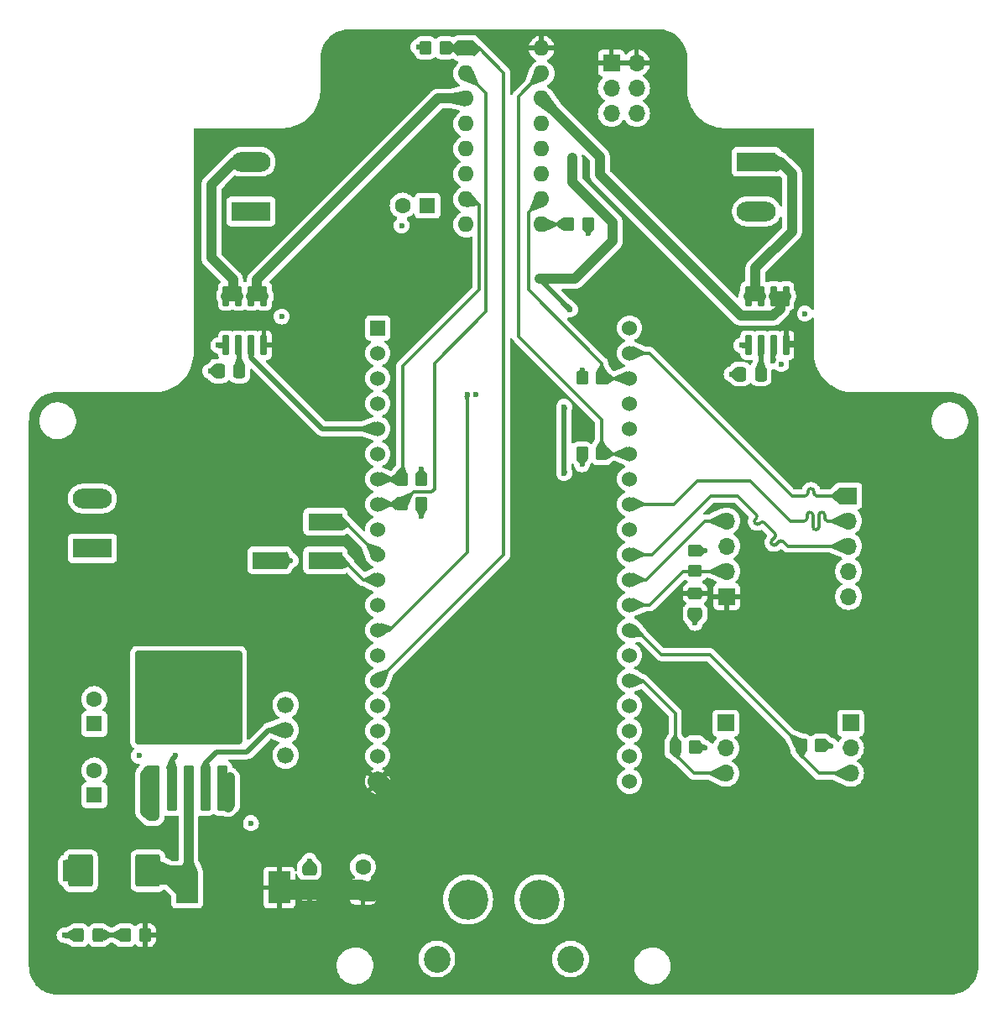
<source format=gtl>
G04 #@! TF.GenerationSoftware,KiCad,Pcbnew,(7.0.0)*
G04 #@! TF.CreationDate,2023-09-27T17:19:23+02:00*
G04 #@! TF.ProjectId,Rover_1,526f7665-725f-4312-9e6b-696361645f70,rev?*
G04 #@! TF.SameCoordinates,Original*
G04 #@! TF.FileFunction,Copper,L1,Top*
G04 #@! TF.FilePolarity,Positive*
%FSLAX46Y46*%
G04 Gerber Fmt 4.6, Leading zero omitted, Abs format (unit mm)*
G04 Created by KiCad (PCBNEW (7.0.0)) date 2023-09-27 17:19:23*
%MOMM*%
%LPD*%
G01*
G04 APERTURE LIST*
G04 Aperture macros list*
%AMRoundRect*
0 Rectangle with rounded corners*
0 $1 Rounding radius*
0 $2 $3 $4 $5 $6 $7 $8 $9 X,Y pos of 4 corners*
0 Add a 4 corners polygon primitive as box body*
4,1,4,$2,$3,$4,$5,$6,$7,$8,$9,$2,$3,0*
0 Add four circle primitives for the rounded corners*
1,1,$1+$1,$2,$3*
1,1,$1+$1,$4,$5*
1,1,$1+$1,$6,$7*
1,1,$1+$1,$8,$9*
0 Add four rect primitives between the rounded corners*
20,1,$1+$1,$2,$3,$4,$5,0*
20,1,$1+$1,$4,$5,$6,$7,0*
20,1,$1+$1,$6,$7,$8,$9,0*
20,1,$1+$1,$8,$9,$2,$3,0*%
G04 Aperture macros list end*
G04 #@! TA.AperFunction,ComponentPad*
%ADD10R,1.700000X1.700000*%
G04 #@! TD*
G04 #@! TA.AperFunction,ComponentPad*
%ADD11O,1.700000X1.700000*%
G04 #@! TD*
G04 #@! TA.AperFunction,SMDPad,CuDef*
%ADD12R,3.430000X1.780000*%
G04 #@! TD*
G04 #@! TA.AperFunction,SMDPad,CuDef*
%ADD13RoundRect,0.042000X-0.258000X0.943000X-0.258000X-0.943000X0.258000X-0.943000X0.258000X0.943000X0*%
G04 #@! TD*
G04 #@! TA.AperFunction,SMDPad,CuDef*
%ADD14RoundRect,0.250000X-0.350000X-0.450000X0.350000X-0.450000X0.350000X0.450000X-0.350000X0.450000X0*%
G04 #@! TD*
G04 #@! TA.AperFunction,SMDPad,CuDef*
%ADD15RoundRect,0.250000X0.350000X0.450000X-0.350000X0.450000X-0.350000X-0.450000X0.350000X-0.450000X0*%
G04 #@! TD*
G04 #@! TA.AperFunction,SMDPad,CuDef*
%ADD16RoundRect,0.250000X0.450000X-0.350000X0.450000X0.350000X-0.450000X0.350000X-0.450000X-0.350000X0*%
G04 #@! TD*
G04 #@! TA.AperFunction,ComponentPad*
%ADD17R,1.600000X1.600000*%
G04 #@! TD*
G04 #@! TA.AperFunction,ComponentPad*
%ADD18C,1.600000*%
G04 #@! TD*
G04 #@! TA.AperFunction,ComponentPad*
%ADD19R,3.960000X1.980000*%
G04 #@! TD*
G04 #@! TA.AperFunction,ComponentPad*
%ADD20O,3.960000X1.980000*%
G04 #@! TD*
G04 #@! TA.AperFunction,ComponentPad*
%ADD21C,1.676400*%
G04 #@! TD*
G04 #@! TA.AperFunction,SMDPad,CuDef*
%ADD22RoundRect,0.250000X0.337500X0.475000X-0.337500X0.475000X-0.337500X-0.475000X0.337500X-0.475000X0*%
G04 #@! TD*
G04 #@! TA.AperFunction,SMDPad,CuDef*
%ADD23RoundRect,0.250000X-0.325000X-0.450000X0.325000X-0.450000X0.325000X0.450000X-0.325000X0.450000X0*%
G04 #@! TD*
G04 #@! TA.AperFunction,SMDPad,CuDef*
%ADD24R,2.200000X3.200000*%
G04 #@! TD*
G04 #@! TA.AperFunction,SMDPad,CuDef*
%ADD25RoundRect,0.250000X-0.475000X0.337500X-0.475000X-0.337500X0.475000X-0.337500X0.475000X0.337500X0*%
G04 #@! TD*
G04 #@! TA.AperFunction,ComponentPad*
%ADD26R,1.530000X1.530000*%
G04 #@! TD*
G04 #@! TA.AperFunction,ComponentPad*
%ADD27C,1.530000*%
G04 #@! TD*
G04 #@! TA.AperFunction,SMDPad,CuDef*
%ADD28RoundRect,0.250000X0.475000X-0.337500X0.475000X0.337500X-0.475000X0.337500X-0.475000X-0.337500X0*%
G04 #@! TD*
G04 #@! TA.AperFunction,SMDPad,CuDef*
%ADD29RoundRect,0.250000X0.300000X-2.050000X0.300000X2.050000X-0.300000X2.050000X-0.300000X-2.050000X0*%
G04 #@! TD*
G04 #@! TA.AperFunction,SMDPad,CuDef*
%ADD30RoundRect,0.250000X2.375000X-2.025000X2.375000X2.025000X-2.375000X2.025000X-2.375000X-2.025000X0*%
G04 #@! TD*
G04 #@! TA.AperFunction,SMDPad,CuDef*
%ADD31RoundRect,0.250002X5.149998X-4.449998X5.149998X4.449998X-5.149998X4.449998X-5.149998X-4.449998X0*%
G04 #@! TD*
G04 #@! TA.AperFunction,ComponentPad*
%ADD32O,1.600000X1.600000*%
G04 #@! TD*
G04 #@! TA.AperFunction,SMDPad,CuDef*
%ADD33RoundRect,0.250000X-1.000000X1.400000X-1.000000X-1.400000X1.000000X-1.400000X1.000000X1.400000X0*%
G04 #@! TD*
G04 #@! TA.AperFunction,ComponentPad*
%ADD34C,4.050000*%
G04 #@! TD*
G04 #@! TA.AperFunction,ComponentPad*
%ADD35C,2.700000*%
G04 #@! TD*
G04 #@! TA.AperFunction,ViaPad*
%ADD36C,0.600000*%
G04 #@! TD*
G04 #@! TA.AperFunction,Conductor*
%ADD37C,0.500000*%
G04 #@! TD*
G04 #@! TA.AperFunction,Conductor*
%ADD38C,1.000000*%
G04 #@! TD*
G04 #@! TA.AperFunction,Conductor*
%ADD39C,0.300000*%
G04 #@! TD*
G04 #@! TA.AperFunction,Conductor*
%ADD40C,2.000000*%
G04 #@! TD*
G04 APERTURE END LIST*
D10*
X167399999Y-130504999D03*
D11*
X167399999Y-133044999D03*
X167399999Y-135584999D03*
D12*
X126999999Y-114099999D03*
D13*
X173505000Y-87425000D03*
X172235000Y-87425000D03*
X170965000Y-87425000D03*
X169695000Y-87425000D03*
X169695000Y-92375000D03*
X170965000Y-92375000D03*
X172235000Y-92375000D03*
X173505000Y-92375000D03*
D14*
X151500000Y-80200000D03*
X153500000Y-80200000D03*
D15*
X154900000Y-103300000D03*
X152900000Y-103300000D03*
D16*
X164300000Y-115140000D03*
X164300000Y-113140000D03*
D17*
X103699999Y-130582378D03*
D18*
X103700000Y-128082379D03*
D19*
X170499999Y-73894999D03*
D20*
X170499999Y-78894999D03*
D14*
X162300000Y-132945000D03*
X164300000Y-132945000D03*
D15*
X154900000Y-95700000D03*
X152900000Y-95700000D03*
D17*
X137299999Y-78299999D03*
D18*
X134800000Y-78300000D03*
D21*
X123000000Y-133756000D03*
X123000000Y-131216000D03*
X123000000Y-128676000D03*
D22*
X118337500Y-95000000D03*
X116262500Y-95000000D03*
D23*
X102075000Y-151900000D03*
X104125000Y-151900000D03*
D24*
X113049999Y-147099999D03*
X122349999Y-147099999D03*
D25*
X164300000Y-117402500D03*
X164300000Y-119477500D03*
D10*
X179999999Y-130504999D03*
D11*
X179999999Y-133044999D03*
X179999999Y-135584999D03*
D12*
X126999999Y-110199999D03*
D19*
X103499999Y-112864999D03*
D20*
X103499999Y-107864999D03*
D10*
X167499999Y-117739999D03*
D11*
X167499999Y-115199999D03*
X167499999Y-112659999D03*
X167499999Y-110119999D03*
D26*
X132299999Y-90649999D03*
D27*
X132300000Y-93190000D03*
X132300000Y-95730000D03*
X132300000Y-98270000D03*
X132300000Y-100810000D03*
X132300000Y-103350000D03*
X132300000Y-105890000D03*
X132300000Y-108430000D03*
X132300000Y-110970000D03*
X132300000Y-113510000D03*
X132300000Y-116050000D03*
X132300000Y-118590000D03*
X132300000Y-121130000D03*
X132300000Y-123670000D03*
X132300000Y-126210000D03*
X132300000Y-128750000D03*
X132300000Y-131290000D03*
X132300000Y-133830000D03*
X132300000Y-136370000D03*
X157700000Y-136370000D03*
X157700000Y-133830000D03*
X157700000Y-131290000D03*
X157700000Y-128750000D03*
X157700000Y-126210000D03*
X157700000Y-123670000D03*
X157700000Y-121130000D03*
X157700000Y-118590000D03*
X157700000Y-116050000D03*
X157700000Y-113510000D03*
X157700000Y-110970000D03*
X157700000Y-108430000D03*
X157700000Y-105890000D03*
X157700000Y-103350000D03*
X157700000Y-100810000D03*
X157700000Y-98270000D03*
X157700000Y-95730000D03*
X157700000Y-93190000D03*
X157700000Y-90650000D03*
D28*
X125400000Y-147337500D03*
X125400000Y-145262500D03*
D29*
X109800000Y-137075000D03*
X111500000Y-137075000D03*
X113200000Y-137075000D03*
X114900000Y-137075000D03*
X116600000Y-137075000D03*
D30*
X110425000Y-130350000D03*
X115975000Y-130350000D03*
D31*
X113200000Y-127925000D03*
D30*
X110425000Y-125500000D03*
X115975000Y-125500000D03*
D19*
X119499999Y-78894999D03*
D20*
X119499999Y-73894999D03*
D14*
X134700000Y-105900000D03*
X136700000Y-105900000D03*
D17*
X141199999Y-62424999D03*
D32*
X141199999Y-64964999D03*
X141199999Y-67504999D03*
X141199999Y-70044999D03*
X141199999Y-72584999D03*
X141199999Y-75124999D03*
X141199999Y-77664999D03*
X141199999Y-80204999D03*
X148819999Y-80204999D03*
X148819999Y-77664999D03*
X148819999Y-75124999D03*
X148819999Y-72584999D03*
X148819999Y-70044999D03*
X148819999Y-67504999D03*
X148819999Y-64964999D03*
X148819999Y-62424999D03*
D33*
X109100000Y-145400000D03*
X102300000Y-145400000D03*
D15*
X139100000Y-62400000D03*
X137100000Y-62400000D03*
X108800000Y-151900000D03*
X106800000Y-151900000D03*
D10*
X179799999Y-107579999D03*
D11*
X179799999Y-110119999D03*
X179799999Y-112659999D03*
X179799999Y-115199999D03*
X179799999Y-117739999D03*
D14*
X134700000Y-108400000D03*
X136700000Y-108400000D03*
X175000000Y-132760000D03*
X177000000Y-132760000D03*
D17*
X103699999Y-137782378D03*
D18*
X103700000Y-135282379D03*
D10*
X155859999Y-63919999D03*
D11*
X158399999Y-63919999D03*
X155859999Y-66459999D03*
X158399999Y-66459999D03*
X155859999Y-68999999D03*
X158399999Y-68999999D03*
D22*
X170937500Y-95300000D03*
X168862500Y-95300000D03*
D17*
X130799999Y-147499999D03*
D18*
X130800000Y-145000000D03*
D13*
X120805000Y-87425000D03*
X119535000Y-87425000D03*
X118265000Y-87425000D03*
X116995000Y-87425000D03*
X116995000Y-92375000D03*
X118265000Y-92375000D03*
X119535000Y-92375000D03*
X120805000Y-92375000D03*
D34*
X148600000Y-148300000D03*
X141400000Y-148300000D03*
D35*
X138250000Y-154300000D03*
X151750000Y-154300000D03*
D12*
X121399999Y-114099999D03*
D36*
X134700000Y-80300000D03*
X174200000Y-92200000D03*
X151100000Y-105300000D03*
X151700000Y-88800000D03*
X151100000Y-98600000D03*
X151900000Y-73500000D03*
X148600000Y-85700000D03*
X152900000Y-104400000D03*
X152900000Y-94900000D03*
X119500000Y-140600000D03*
X117175000Y-138975000D03*
X117400000Y-136800000D03*
X153500000Y-81100000D03*
X136400000Y-62300000D03*
X142200000Y-97400000D03*
X141300000Y-97400000D03*
X118000000Y-134500000D03*
X175400000Y-89200000D03*
X173000000Y-94300000D03*
X172200000Y-94000000D03*
X164300000Y-120400000D03*
X178000000Y-132800000D03*
X165300000Y-133000000D03*
X165300000Y-113140000D03*
X125400000Y-144400000D03*
X122600000Y-89500000D03*
X121500000Y-92400000D03*
X168000000Y-95300000D03*
X169000000Y-92400000D03*
X115400000Y-95000000D03*
X116200000Y-92400000D03*
X136700000Y-104900000D03*
X136700000Y-109600000D03*
X123500000Y-114100000D03*
X100700000Y-151900000D03*
X108825000Y-135700000D03*
X108825000Y-139400000D03*
X108825000Y-138282378D03*
X100800000Y-146200000D03*
X100800000Y-144600000D03*
X108825000Y-137075000D03*
X100800000Y-145400000D03*
X108200000Y-133800000D03*
X109800000Y-139900000D03*
X111900000Y-133800000D03*
D37*
X173680000Y-92200000D02*
X173505000Y-92375000D01*
X174200000Y-92200000D02*
X173680000Y-92200000D01*
D38*
X117400000Y-138750000D02*
X117400000Y-136800000D01*
X117175000Y-138975000D02*
X117400000Y-138750000D01*
D39*
X133470000Y-121130000D02*
X132300000Y-121130000D01*
X141300000Y-113300000D02*
X133470000Y-121130000D01*
X141300000Y-97400000D02*
X141300000Y-113300000D01*
D37*
X151100000Y-98600000D02*
X151100000Y-105300000D01*
X148600000Y-85700000D02*
X151700000Y-88800000D01*
D38*
X151900000Y-75900000D02*
X151900000Y-73500000D01*
X156000000Y-80000000D02*
X151900000Y-75900000D01*
X156000000Y-81900000D02*
X156000000Y-80000000D01*
X148600000Y-85700000D02*
X152200000Y-85700000D01*
X152200000Y-85700000D02*
X156000000Y-81900000D01*
D39*
X152900000Y-103300000D02*
X152900000Y-104400000D01*
X152900000Y-95700000D02*
X152900000Y-94900000D01*
D38*
X117400000Y-136800000D02*
X117400000Y-136000000D01*
D39*
X153500000Y-80200000D02*
X153500000Y-81100000D01*
X136500000Y-62400000D02*
X136400000Y-62300000D01*
X137100000Y-62400000D02*
X136500000Y-62400000D01*
X141200000Y-62425000D02*
X139125000Y-62425000D01*
X139125000Y-62425000D02*
X139100000Y-62400000D01*
X148825000Y-80200000D02*
X148820000Y-80205000D01*
X151500000Y-80200000D02*
X148825000Y-80200000D01*
X142525000Y-62425000D02*
X141200000Y-62425000D01*
X145000000Y-64900000D02*
X142525000Y-62425000D01*
X145000000Y-113510000D02*
X145000000Y-64900000D01*
X132300000Y-126210000D02*
X145000000Y-113510000D01*
D37*
X172200000Y-92410000D02*
X172235000Y-92375000D01*
X172200000Y-94000000D02*
X172200000Y-92410000D01*
X119535000Y-93635000D02*
X126710000Y-100810000D01*
X119535000Y-92375000D02*
X119535000Y-93635000D01*
X126710000Y-100810000D02*
X132300000Y-100810000D01*
D40*
X134500000Y-138570000D02*
X132300000Y-136370000D01*
X131800000Y-147500000D02*
X134500000Y-144800000D01*
X134500000Y-144800000D02*
X134500000Y-138570000D01*
X130800000Y-147500000D02*
X131800000Y-147500000D01*
X130637500Y-147337500D02*
X130800000Y-147500000D01*
X125400000Y-147337500D02*
X130637500Y-147337500D01*
X122587500Y-147337500D02*
X122350000Y-147100000D01*
X125400000Y-147337500D02*
X122587500Y-147337500D01*
D39*
X164300000Y-119477500D02*
X164300000Y-120400000D01*
X159990000Y-113510000D02*
X157700000Y-113510000D01*
X165900000Y-107600000D02*
X159990000Y-113510000D01*
X168600000Y-107600000D02*
X165900000Y-107600000D01*
X170451471Y-109451471D02*
X168600000Y-107600000D01*
X170451470Y-109451470D02*
X170451471Y-109451471D01*
X170385625Y-109941578D02*
X170451470Y-109875734D01*
X170385625Y-109941579D02*
X170385625Y-109941578D01*
X170875734Y-110299999D02*
X170809890Y-110365844D01*
X170875735Y-110299999D02*
X170875734Y-110299999D01*
X172351471Y-111351471D02*
X171300000Y-110300000D01*
X172351470Y-111351470D02*
X172351471Y-111351471D01*
X172068627Y-112058576D02*
X172351470Y-111775734D01*
X172775734Y-112199999D02*
X172492892Y-112482842D01*
X172775735Y-112199999D02*
X172775734Y-112199999D01*
X173660000Y-112660000D02*
X173200000Y-112200000D01*
X179800000Y-112660000D02*
X173660000Y-112660000D01*
X170385614Y-109941568D02*
G75*
G03*
X170385626Y-110365844I212186J-212132D01*
G01*
X171300033Y-110299967D02*
G75*
G03*
X170875735Y-110299999I-212133J-212133D01*
G01*
X172351468Y-111775732D02*
G75*
G03*
X172351470Y-111351470I-212168J212132D01*
G01*
X172068629Y-112482841D02*
G75*
G03*
X172492891Y-112482841I212131J212131D01*
G01*
X172068627Y-112058577D02*
X172068627Y-112058576D01*
X170451468Y-109875732D02*
G75*
G03*
X170451470Y-109451470I-212168J212132D01*
G01*
X173200033Y-112199967D02*
G75*
G03*
X172775735Y-112199999I-212133J-212133D01*
G01*
X172068618Y-112058568D02*
G75*
G03*
X172068628Y-112482842I212182J-212132D01*
G01*
X170385627Y-110365843D02*
G75*
G03*
X170809889Y-110365843I212131J212131D01*
G01*
X162170000Y-108430000D02*
X157700000Y-108430000D01*
X164500000Y-106100000D02*
X162170000Y-108430000D01*
X169900000Y-106100000D02*
X164500000Y-106100000D01*
X173920000Y-110120000D02*
X169900000Y-106100000D01*
X175300000Y-110120000D02*
X174399591Y-110120000D01*
X175600000Y-109536683D02*
X175600000Y-109820000D01*
X176200000Y-110120000D02*
X176200000Y-109536683D01*
X176200000Y-110703296D02*
X176200000Y-110120000D01*
X176800000Y-109820000D02*
X176800000Y-110703296D01*
X176800000Y-109536683D02*
X176800000Y-109820000D01*
X177400000Y-109820000D02*
X177400000Y-109536683D01*
X179800000Y-110120000D02*
X177700000Y-110120000D01*
X175300000Y-110120000D02*
G75*
G03*
X175600000Y-109820000I0J300000D01*
G01*
X176200004Y-110703296D02*
G75*
G03*
X176500000Y-111003296I299996J-4D01*
G01*
X176500000Y-111003300D02*
G75*
G03*
X176800000Y-110703296I0J300000D01*
G01*
X176200017Y-109536683D02*
G75*
G03*
X175900000Y-109236683I-300017J-17D01*
G01*
X174399591Y-110120000D02*
X173920000Y-110120000D01*
X175900000Y-109236700D02*
G75*
G03*
X175600000Y-109536683I0J-300000D01*
G01*
X177400017Y-109536683D02*
G75*
G03*
X177100000Y-109236683I-300017J-17D01*
G01*
X177100000Y-109236700D02*
G75*
G03*
X176800000Y-109536683I0J-300000D01*
G01*
X177400000Y-109820000D02*
G75*
G03*
X177700000Y-110120000I300000J0D01*
G01*
X159690000Y-93190000D02*
X157700000Y-93190000D01*
X174080000Y-107580000D02*
X159690000Y-93190000D01*
X174611633Y-107580000D02*
X174080000Y-107580000D01*
X175400000Y-107580000D02*
X174611633Y-107580000D01*
X176300000Y-107280000D02*
X176300000Y-107152745D01*
X175700000Y-107152745D02*
X175700000Y-107280000D01*
X176000000Y-106852700D02*
G75*
G03*
X175700000Y-107152745I0J-300000D01*
G01*
X179800000Y-107580000D02*
X176600000Y-107580000D01*
X176300000Y-107280000D02*
G75*
G03*
X176600000Y-107580000I300000J0D01*
G01*
X176299955Y-107152745D02*
G75*
G03*
X176000000Y-106852745I-299955J45D01*
G01*
X175400000Y-107580000D02*
G75*
G03*
X175700000Y-107280000I0J300000D01*
G01*
X177960000Y-132760000D02*
X178000000Y-132800000D01*
X177000000Y-132760000D02*
X177960000Y-132760000D01*
X165245000Y-132945000D02*
X165300000Y-133000000D01*
X164300000Y-132945000D02*
X165245000Y-132945000D01*
X165800000Y-123600000D02*
X174960000Y-132760000D01*
X174960000Y-132760000D02*
X175000000Y-132760000D01*
X158430000Y-121130000D02*
X160900000Y-123600000D01*
X160900000Y-123600000D02*
X165800000Y-123600000D01*
X157700000Y-121130000D02*
X158430000Y-121130000D01*
X176785000Y-135585000D02*
X175000000Y-133800000D01*
X175000000Y-133800000D02*
X175000000Y-132760000D01*
X180000000Y-135585000D02*
X176785000Y-135585000D01*
X159010000Y-126210000D02*
X157700000Y-126210000D01*
X162300000Y-129500000D02*
X159010000Y-126210000D01*
X162300000Y-132945000D02*
X162300000Y-129500000D01*
X162300000Y-133700000D02*
X162300000Y-132945000D01*
X164185000Y-135585000D02*
X162300000Y-133700000D01*
X167400000Y-135585000D02*
X164185000Y-135585000D01*
X165300000Y-113140000D02*
X164300000Y-113140000D01*
X165280000Y-110120000D02*
X159350000Y-116050000D01*
X159350000Y-116050000D02*
X157700000Y-116050000D01*
X167500000Y-110120000D02*
X165280000Y-110120000D01*
X163100000Y-115200000D02*
X167500000Y-115200000D01*
X157700000Y-118590000D02*
X159710000Y-118590000D01*
X159710000Y-118590000D02*
X163100000Y-115200000D01*
D37*
X114900000Y-134500000D02*
X114900000Y-137075000D01*
X121284000Y-131216000D02*
X119100000Y-133400000D01*
X123000000Y-131216000D02*
X121284000Y-131216000D01*
X119100000Y-133400000D02*
X116000000Y-133400000D01*
X116000000Y-133400000D02*
X114900000Y-134500000D01*
X125400000Y-145262500D02*
X125400000Y-144400000D01*
X121475000Y-92375000D02*
X121500000Y-92400000D01*
X120805000Y-92375000D02*
X121475000Y-92375000D01*
X168862500Y-95300000D02*
X168000000Y-95300000D01*
X169025000Y-92375000D02*
X169000000Y-92400000D01*
X169695000Y-92375000D02*
X169025000Y-92375000D01*
X170937500Y-92402500D02*
X170965000Y-92375000D01*
X170937500Y-95300000D02*
X170937500Y-92402500D01*
X116262500Y-95000000D02*
X115400000Y-95000000D01*
X116225000Y-92375000D02*
X116200000Y-92400000D01*
X116995000Y-92375000D02*
X116225000Y-92375000D01*
X118337500Y-92447500D02*
X118265000Y-92375000D01*
X118337500Y-95000000D02*
X118337500Y-92447500D01*
D39*
X136700000Y-105900000D02*
X136700000Y-104900000D01*
X136700000Y-108400000D02*
X136700000Y-109600000D01*
X121400000Y-114100000D02*
X123500000Y-114100000D01*
X128990000Y-110200000D02*
X127000000Y-110200000D01*
X132300000Y-113510000D02*
X128990000Y-110200000D01*
X130850000Y-116050000D02*
X132300000Y-116050000D01*
X128900000Y-114100000D02*
X130850000Y-116050000D01*
X127000000Y-114100000D02*
X128900000Y-114100000D01*
X146500000Y-91500000D02*
X146500000Y-67285000D01*
X154900000Y-99900000D02*
X146500000Y-91500000D01*
X146500000Y-67285000D02*
X148820000Y-64965000D01*
X154900000Y-103300000D02*
X154900000Y-99900000D01*
X154950000Y-103350000D02*
X154900000Y-103300000D01*
X157700000Y-103350000D02*
X154950000Y-103350000D01*
X147500000Y-86800000D02*
X147500000Y-78985000D01*
X154900000Y-94200000D02*
X147500000Y-86800000D01*
X154900000Y-95700000D02*
X154900000Y-94200000D01*
X147500000Y-78985000D02*
X148820000Y-77665000D01*
X154930000Y-95730000D02*
X154900000Y-95700000D01*
X157700000Y-95730000D02*
X154930000Y-95730000D01*
X143200000Y-66965000D02*
X141200000Y-64965000D01*
X138000000Y-94200000D02*
X143200000Y-89000000D01*
X138000000Y-106900000D02*
X138000000Y-94200000D01*
X137700000Y-107200000D02*
X138000000Y-106900000D01*
X135900000Y-107200000D02*
X137700000Y-107200000D01*
X134700000Y-108400000D02*
X135900000Y-107200000D01*
X143200000Y-89000000D02*
X143200000Y-66965000D01*
X134670000Y-108430000D02*
X134700000Y-108400000D01*
X132300000Y-108430000D02*
X134670000Y-108430000D01*
X134700000Y-105900000D02*
X132310000Y-105900000D01*
X132310000Y-105900000D02*
X132300000Y-105890000D01*
X134800000Y-105800000D02*
X134700000Y-105900000D01*
X134800000Y-94500000D02*
X134800000Y-105800000D01*
X142500000Y-78200000D02*
X142500000Y-86800000D01*
X142500000Y-86800000D02*
X134800000Y-94500000D01*
X141965000Y-77665000D02*
X142500000Y-78200000D01*
X141200000Y-77665000D02*
X141965000Y-77665000D01*
D38*
X154700000Y-73385000D02*
X148820000Y-67505000D01*
X154700000Y-75200000D02*
X154700000Y-73385000D01*
X172200000Y-89400000D02*
X168900000Y-89400000D01*
X172900000Y-88700000D02*
X172200000Y-89400000D01*
X168900000Y-89400000D02*
X154700000Y-75200000D01*
X172900000Y-87425000D02*
X172900000Y-88700000D01*
X172900000Y-87425000D02*
X173505000Y-87425000D01*
X172235000Y-87425000D02*
X172900000Y-87425000D01*
X174100000Y-75100000D02*
X172895000Y-73895000D01*
X174100000Y-80900000D02*
X174100000Y-75100000D01*
X170400000Y-84600000D02*
X174100000Y-80900000D01*
X170400000Y-87425000D02*
X170400000Y-84600000D01*
X172895000Y-73895000D02*
X170500000Y-73895000D01*
X170400000Y-87425000D02*
X170965000Y-87425000D01*
X169695000Y-87425000D02*
X170400000Y-87425000D01*
X120100000Y-87425000D02*
X120100000Y-85800000D01*
X120100000Y-85800000D02*
X138395000Y-67505000D01*
X138395000Y-67505000D02*
X141200000Y-67505000D01*
X120100000Y-87425000D02*
X120805000Y-87425000D01*
X119535000Y-87425000D02*
X120100000Y-87425000D01*
X117700000Y-85800000D02*
X115500000Y-83600000D01*
X117700000Y-87425000D02*
X117700000Y-85800000D01*
X115500000Y-76200000D02*
X117805000Y-73895000D01*
X115500000Y-83600000D02*
X115500000Y-76200000D01*
X117700000Y-87425000D02*
X116995000Y-87425000D01*
X118265000Y-87425000D02*
X117700000Y-87425000D01*
X117805000Y-73895000D02*
X119500000Y-73895000D01*
D37*
X102075000Y-151900000D02*
X100700000Y-151900000D01*
X106800000Y-151900000D02*
X104125000Y-151900000D01*
D38*
X112100000Y-146300000D02*
X110000000Y-146300000D01*
X112900000Y-147100000D02*
X112100000Y-146300000D01*
X110000000Y-146300000D02*
X109100000Y-145400000D01*
X113050000Y-147100000D02*
X112900000Y-147100000D01*
D37*
X101500000Y-146200000D02*
X102300000Y-145400000D01*
X100800000Y-146200000D02*
X101500000Y-146200000D01*
X101500000Y-144600000D02*
X102300000Y-145400000D01*
X100800000Y-144600000D02*
X101500000Y-144600000D01*
D38*
X108825000Y-135675000D02*
X109200000Y-135300000D01*
X108825000Y-137075000D02*
X108825000Y-135675000D01*
D37*
X109200000Y-136475000D02*
X109800000Y-137075000D01*
X109200000Y-135300000D02*
X109200000Y-136475000D01*
X108800000Y-135700000D02*
X109200000Y-135300000D01*
D38*
X108825000Y-139400000D02*
X108825000Y-137075000D01*
X109325000Y-139900000D02*
X108825000Y-139400000D01*
X109800000Y-139900000D02*
X109325000Y-139900000D01*
D37*
X100800000Y-146200000D02*
X100800000Y-145400000D01*
X100800000Y-144600000D02*
X100800000Y-145400000D01*
X102300000Y-145400000D02*
X100800000Y-145400000D01*
D38*
X109800000Y-137075000D02*
X109800000Y-139900000D01*
D37*
X111500000Y-134200000D02*
X111500000Y-137075000D01*
X111900000Y-133800000D02*
X111500000Y-134200000D01*
D38*
X109100000Y-145400000D02*
X113200000Y-145400000D01*
X113200000Y-145400000D02*
X113200000Y-146950000D01*
X113200000Y-137075000D02*
X113200000Y-145400000D01*
X113200000Y-146950000D02*
X113050000Y-147100000D01*
G04 #@! TA.AperFunction,Conductor*
G36*
X124152595Y-145716124D02*
G01*
X124191706Y-145773031D01*
X124232053Y-145894792D01*
X124240186Y-145919334D01*
X124243977Y-145925480D01*
X124328497Y-146062511D01*
X124328500Y-146062515D01*
X124332288Y-146068656D01*
X124456344Y-146192712D01*
X124462488Y-146196502D01*
X124468157Y-146200984D01*
X124467008Y-146202436D01*
X124502832Y-146239853D01*
X124518559Y-146300281D01*
X124502844Y-146360712D01*
X124467266Y-146397886D01*
X124468471Y-146399410D01*
X124451544Y-146412794D01*
X124337794Y-146526544D01*
X124328890Y-146537805D01*
X124244432Y-146674733D01*
X124238370Y-146687732D01*
X124191706Y-146828557D01*
X124152595Y-146885464D01*
X124089112Y-146912629D01*
X124020942Y-146901628D01*
X123969226Y-146855874D01*
X123950000Y-146789553D01*
X123950000Y-145812035D01*
X123969226Y-145745714D01*
X124020942Y-145699960D01*
X124089112Y-145688959D01*
X124152595Y-145716124D01*
G37*
G04 #@! TD.AperFunction*
G04 #@! TA.AperFunction,Conductor*
G36*
X160603469Y-60500694D02*
G01*
X160917695Y-60518340D01*
X160931498Y-60519896D01*
X161238339Y-60572031D01*
X161251883Y-60575122D01*
X161550952Y-60661282D01*
X161564077Y-60665874D01*
X161851618Y-60784978D01*
X161864132Y-60791004D01*
X162136547Y-60941563D01*
X162148303Y-60948950D01*
X162402129Y-61129050D01*
X162412989Y-61137709D01*
X162629861Y-61331518D01*
X162645063Y-61345103D01*
X162654894Y-61354934D01*
X162858127Y-61582352D01*
X162862285Y-61587004D01*
X162870951Y-61597872D01*
X163030562Y-61822823D01*
X163051043Y-61851687D01*
X163058439Y-61863457D01*
X163197006Y-62114175D01*
X163208991Y-62135860D01*
X163215024Y-62148388D01*
X163334124Y-62435921D01*
X163338717Y-62449047D01*
X163424875Y-62748110D01*
X163427969Y-62761666D01*
X163480102Y-63068493D01*
X163481659Y-63082311D01*
X163499305Y-63396528D01*
X163499500Y-63403481D01*
X163499500Y-66534108D01*
X163499500Y-66600000D01*
X163499500Y-66780331D01*
X163499764Y-66783190D01*
X163499765Y-66783191D01*
X163532512Y-67136591D01*
X163532514Y-67136605D01*
X163532778Y-67139454D01*
X163533303Y-67142267D01*
X163533305Y-67142275D01*
X163598525Y-67491170D01*
X163598528Y-67491183D01*
X163599050Y-67493975D01*
X163599832Y-67496726D01*
X163599833Y-67496727D01*
X163695104Y-67831575D01*
X163697749Y-67840869D01*
X163698780Y-67843532D01*
X163698782Y-67843536D01*
X163827004Y-68174517D01*
X163827008Y-68174526D01*
X163828035Y-68177177D01*
X163829306Y-68179729D01*
X163829308Y-68179734D01*
X163896244Y-68314159D01*
X163988796Y-68500028D01*
X163990302Y-68502460D01*
X163990303Y-68502462D01*
X164177156Y-68804241D01*
X164177162Y-68804250D01*
X164178660Y-68806669D01*
X164205058Y-68841625D01*
X164358604Y-69044953D01*
X164396008Y-69094483D01*
X164638984Y-69361016D01*
X164905517Y-69603992D01*
X165193331Y-69821340D01*
X165195753Y-69822840D01*
X165195758Y-69822843D01*
X165334482Y-69908737D01*
X165499972Y-70011204D01*
X165822823Y-70171965D01*
X166159131Y-70302251D01*
X166506025Y-70400950D01*
X166860546Y-70467222D01*
X167219669Y-70500500D01*
X167364201Y-70500500D01*
X167400000Y-70500500D01*
X167465892Y-70500500D01*
X176175501Y-70500500D01*
X176237501Y-70517113D01*
X176282888Y-70562500D01*
X176299501Y-70624500D01*
X176299500Y-88696524D01*
X176283348Y-88757719D01*
X176239099Y-88802972D01*
X176178282Y-88820493D01*
X176116740Y-88805718D01*
X176070506Y-88762496D01*
X176069148Y-88760335D01*
X176029816Y-88697738D01*
X175902262Y-88570184D01*
X175749522Y-88474211D01*
X175742959Y-88471914D01*
X175742956Y-88471913D01*
X175585824Y-88416930D01*
X175585819Y-88416928D01*
X175579255Y-88414632D01*
X175572335Y-88413852D01*
X175572334Y-88413852D01*
X175406923Y-88395215D01*
X175400000Y-88394435D01*
X175393077Y-88395215D01*
X175227665Y-88413852D01*
X175227662Y-88413852D01*
X175220745Y-88414632D01*
X175214182Y-88416928D01*
X175214175Y-88416930D01*
X175057043Y-88471913D01*
X175057036Y-88471915D01*
X175050478Y-88474211D01*
X175044590Y-88477910D01*
X175044587Y-88477912D01*
X174903638Y-88566476D01*
X174903633Y-88566479D01*
X174897738Y-88570184D01*
X174892813Y-88575108D01*
X174892809Y-88575112D01*
X174775112Y-88692809D01*
X174775108Y-88692813D01*
X174770184Y-88697738D01*
X174766479Y-88703633D01*
X174766476Y-88703638D01*
X174677912Y-88844587D01*
X174677910Y-88844590D01*
X174674211Y-88850478D01*
X174671915Y-88857036D01*
X174671913Y-88857043D01*
X174616930Y-89014175D01*
X174616928Y-89014182D01*
X174614632Y-89020745D01*
X174613852Y-89027662D01*
X174613852Y-89027665D01*
X174602090Y-89132058D01*
X174594435Y-89200000D01*
X174595215Y-89206923D01*
X174612264Y-89358244D01*
X174614632Y-89379255D01*
X174616928Y-89385819D01*
X174616930Y-89385824D01*
X174665906Y-89525789D01*
X174674211Y-89549522D01*
X174770184Y-89702262D01*
X174897738Y-89829816D01*
X175050478Y-89925789D01*
X175220745Y-89985368D01*
X175400000Y-90005565D01*
X175579255Y-89985368D01*
X175749522Y-89925789D01*
X175902262Y-89829816D01*
X176029816Y-89702262D01*
X176070506Y-89637503D01*
X176116740Y-89594282D01*
X176178282Y-89579507D01*
X176239099Y-89597028D01*
X176283348Y-89642281D01*
X176299500Y-89703476D01*
X176299500Y-93134107D01*
X176299500Y-93134108D01*
X176299500Y-93200000D01*
X176299500Y-93380331D01*
X176299764Y-93383190D01*
X176299765Y-93383191D01*
X176332512Y-93736591D01*
X176332514Y-93736605D01*
X176332778Y-93739454D01*
X176333303Y-93742267D01*
X176333305Y-93742275D01*
X176398525Y-94091170D01*
X176398528Y-94091183D01*
X176399050Y-94093975D01*
X176399832Y-94096726D01*
X176399833Y-94096727D01*
X176493411Y-94425625D01*
X176497749Y-94440869D01*
X176498780Y-94443532D01*
X176498782Y-94443536D01*
X176627004Y-94774517D01*
X176627008Y-94774526D01*
X176628035Y-94777177D01*
X176629306Y-94779729D01*
X176629308Y-94779734D01*
X176698096Y-94917879D01*
X176788796Y-95100028D01*
X176790302Y-95102460D01*
X176790303Y-95102462D01*
X176977156Y-95404241D01*
X176977162Y-95404250D01*
X176978660Y-95406669D01*
X176980382Y-95408949D01*
X177147173Y-95629816D01*
X177196008Y-95694483D01*
X177438984Y-95961016D01*
X177705517Y-96203992D01*
X177993331Y-96421340D01*
X177995753Y-96422840D01*
X177995758Y-96422843D01*
X178059136Y-96462085D01*
X178299972Y-96611204D01*
X178622823Y-96771965D01*
X178959131Y-96902251D01*
X179306025Y-97000950D01*
X179660546Y-97067222D01*
X180019669Y-97100500D01*
X180164201Y-97100500D01*
X180200000Y-97100500D01*
X180265892Y-97100500D01*
X189934108Y-97100500D01*
X189996519Y-97100500D01*
X190003471Y-97100695D01*
X190047099Y-97103144D01*
X190317695Y-97118340D01*
X190331498Y-97119896D01*
X190638339Y-97172031D01*
X190651883Y-97175122D01*
X190873553Y-97238984D01*
X190950952Y-97261282D01*
X190964077Y-97265874D01*
X191251618Y-97384978D01*
X191264132Y-97391004D01*
X191536547Y-97541563D01*
X191548303Y-97548950D01*
X191802129Y-97729050D01*
X191812989Y-97737709D01*
X191997124Y-97902262D01*
X192045063Y-97945103D01*
X192054894Y-97954934D01*
X192228916Y-98149665D01*
X192262285Y-98187004D01*
X192270951Y-98197872D01*
X192430562Y-98422823D01*
X192451043Y-98451687D01*
X192458439Y-98463457D01*
X192558927Y-98645276D01*
X192608991Y-98735860D01*
X192615024Y-98748388D01*
X192734124Y-99035921D01*
X192738717Y-99049047D01*
X192824875Y-99348110D01*
X192827969Y-99361666D01*
X192880102Y-99668493D01*
X192881659Y-99682311D01*
X192899305Y-99996528D01*
X192899500Y-100003481D01*
X192899500Y-154996519D01*
X192899305Y-155003472D01*
X192881659Y-155317688D01*
X192880102Y-155331506D01*
X192827969Y-155638333D01*
X192824875Y-155651889D01*
X192738717Y-155950952D01*
X192734124Y-155964078D01*
X192615024Y-156251611D01*
X192608991Y-156264139D01*
X192458442Y-156536538D01*
X192451043Y-156548312D01*
X192270954Y-156802123D01*
X192262285Y-156812995D01*
X192054896Y-157045063D01*
X192045063Y-157054896D01*
X191812995Y-157262285D01*
X191802123Y-157270954D01*
X191548312Y-157451043D01*
X191536538Y-157458442D01*
X191264139Y-157608991D01*
X191251611Y-157615024D01*
X190964078Y-157734124D01*
X190950952Y-157738717D01*
X190651889Y-157824875D01*
X190638333Y-157827969D01*
X190331506Y-157880102D01*
X190317688Y-157881659D01*
X190003472Y-157899305D01*
X189996519Y-157899500D01*
X100003481Y-157899500D01*
X99996528Y-157899305D01*
X99682311Y-157881659D01*
X99668493Y-157880102D01*
X99361666Y-157827969D01*
X99348110Y-157824875D01*
X99049047Y-157738717D01*
X99035921Y-157734124D01*
X98748388Y-157615024D01*
X98735860Y-157608991D01*
X98528673Y-157494483D01*
X98463457Y-157458439D01*
X98451692Y-157451046D01*
X98197872Y-157270951D01*
X98187004Y-157262285D01*
X97954936Y-157054896D01*
X97945103Y-157045063D01*
X97771231Y-156850500D01*
X97737709Y-156812989D01*
X97729050Y-156802129D01*
X97548950Y-156548303D01*
X97541563Y-156536547D01*
X97391004Y-156264132D01*
X97384978Y-156251618D01*
X97265874Y-155964077D01*
X97261282Y-155950952D01*
X97234519Y-155858055D01*
X97175122Y-155651883D01*
X97172030Y-155638333D01*
X97165362Y-155599088D01*
X97119896Y-155331498D01*
X97118340Y-155317695D01*
X97104305Y-155067765D01*
X128145788Y-155067765D01*
X128146282Y-155072262D01*
X128146283Y-155072267D01*
X128174917Y-155332506D01*
X128174918Y-155332513D01*
X128175414Y-155337018D01*
X128176559Y-155341398D01*
X128176561Y-155341408D01*
X128221922Y-155514915D01*
X128243928Y-155599088D01*
X128245693Y-155603242D01*
X128245696Y-155603250D01*
X128348099Y-155844223D01*
X128349870Y-155848390D01*
X128352226Y-155852251D01*
X128352229Y-155852256D01*
X128433517Y-155985451D01*
X128490982Y-156079610D01*
X128664255Y-156287820D01*
X128667630Y-156290844D01*
X128667631Y-156290845D01*
X128772330Y-156384656D01*
X128865998Y-156468582D01*
X129091910Y-156618044D01*
X129337176Y-156733020D01*
X129596569Y-156811060D01*
X129864561Y-156850500D01*
X130065369Y-156850500D01*
X130067631Y-156850500D01*
X130270156Y-156835677D01*
X130534553Y-156776780D01*
X130787558Y-156680014D01*
X131023777Y-156547441D01*
X131238177Y-156381888D01*
X131426186Y-156186881D01*
X131583799Y-155966579D01*
X131707656Y-155725675D01*
X131795118Y-155469305D01*
X131844319Y-155202933D01*
X131854212Y-154932235D01*
X131824586Y-154662982D01*
X131756072Y-154400912D01*
X131713189Y-154300000D01*
X136394773Y-154300000D01*
X136395089Y-154304418D01*
X136413340Y-154559603D01*
X136413341Y-154559612D01*
X136413657Y-154564026D01*
X136414597Y-154568351D01*
X136414599Y-154568359D01*
X136468980Y-154818344D01*
X136469923Y-154822678D01*
X136471472Y-154826831D01*
X136560878Y-155066540D01*
X136560880Y-155066546D01*
X136562426Y-155070689D01*
X136689284Y-155303011D01*
X136847913Y-155514915D01*
X137035085Y-155702087D01*
X137246989Y-155860716D01*
X137479311Y-155987574D01*
X137727322Y-156080077D01*
X137985974Y-156136343D01*
X138250000Y-156155227D01*
X138514026Y-156136343D01*
X138772678Y-156080077D01*
X139020689Y-155987574D01*
X139253011Y-155860716D01*
X139464915Y-155702087D01*
X139652087Y-155514915D01*
X139810716Y-155303011D01*
X139937574Y-155070689D01*
X140030077Y-154822678D01*
X140086343Y-154564026D01*
X140105227Y-154300000D01*
X149894773Y-154300000D01*
X149895089Y-154304418D01*
X149913340Y-154559603D01*
X149913341Y-154559612D01*
X149913657Y-154564026D01*
X149914597Y-154568351D01*
X149914599Y-154568359D01*
X149968980Y-154818344D01*
X149969923Y-154822678D01*
X149971472Y-154826831D01*
X150060878Y-155066540D01*
X150060880Y-155066546D01*
X150062426Y-155070689D01*
X150189284Y-155303011D01*
X150347913Y-155514915D01*
X150535085Y-155702087D01*
X150746989Y-155860716D01*
X150979311Y-155987574D01*
X151227322Y-156080077D01*
X151485974Y-156136343D01*
X151750000Y-156155227D01*
X152014026Y-156136343D01*
X152272678Y-156080077D01*
X152520689Y-155987574D01*
X152753011Y-155860716D01*
X152964915Y-155702087D01*
X153152087Y-155514915D01*
X153310716Y-155303011D01*
X153437574Y-155070689D01*
X153438665Y-155067765D01*
X158145788Y-155067765D01*
X158146282Y-155072262D01*
X158146283Y-155072267D01*
X158174917Y-155332506D01*
X158174918Y-155332513D01*
X158175414Y-155337018D01*
X158176559Y-155341398D01*
X158176561Y-155341408D01*
X158221922Y-155514915D01*
X158243928Y-155599088D01*
X158245693Y-155603242D01*
X158245696Y-155603250D01*
X158348099Y-155844223D01*
X158349870Y-155848390D01*
X158352226Y-155852251D01*
X158352229Y-155852256D01*
X158433517Y-155985451D01*
X158490982Y-156079610D01*
X158664255Y-156287820D01*
X158667630Y-156290844D01*
X158667631Y-156290845D01*
X158772330Y-156384656D01*
X158865998Y-156468582D01*
X159091910Y-156618044D01*
X159337176Y-156733020D01*
X159596569Y-156811060D01*
X159864561Y-156850500D01*
X160065369Y-156850500D01*
X160067631Y-156850500D01*
X160270156Y-156835677D01*
X160534553Y-156776780D01*
X160787558Y-156680014D01*
X161023777Y-156547441D01*
X161238177Y-156381888D01*
X161426186Y-156186881D01*
X161583799Y-155966579D01*
X161707656Y-155725675D01*
X161795118Y-155469305D01*
X161844319Y-155202933D01*
X161854212Y-154932235D01*
X161824586Y-154662982D01*
X161756072Y-154400912D01*
X161650130Y-154151610D01*
X161509018Y-153920390D01*
X161335745Y-153712180D01*
X161230759Y-153618112D01*
X161137382Y-153534446D01*
X161137378Y-153534442D01*
X161134002Y-153531418D01*
X160908090Y-153381956D01*
X160903996Y-153380036D01*
X160903991Y-153380034D01*
X160666929Y-153268904D01*
X160666925Y-153268902D01*
X160662824Y-153266980D01*
X160658477Y-153265672D01*
X160658474Y-153265671D01*
X160407772Y-153190246D01*
X160407771Y-153190245D01*
X160403431Y-153188940D01*
X160398957Y-153188281D01*
X160398950Y-153188280D01*
X160139913Y-153150158D01*
X160139907Y-153150157D01*
X160135439Y-153149500D01*
X159932369Y-153149500D01*
X159930120Y-153149664D01*
X159930109Y-153149665D01*
X159734363Y-153163992D01*
X159734359Y-153163992D01*
X159729844Y-153164323D01*
X159725426Y-153165307D01*
X159725420Y-153165308D01*
X159469877Y-153222232D01*
X159469861Y-153222236D01*
X159465447Y-153223220D01*
X159461216Y-153224838D01*
X159461210Y-153224840D01*
X159216673Y-153318367D01*
X159216663Y-153318371D01*
X159212442Y-153319986D01*
X159208494Y-153322201D01*
X159208489Y-153322204D01*
X158980176Y-153450340D01*
X158980171Y-153450343D01*
X158976223Y-153452559D01*
X158972639Y-153455325D01*
X158972635Y-153455329D01*
X158765407Y-153615343D01*
X158765394Y-153615354D01*
X158761823Y-153618112D01*
X158758685Y-153621366D01*
X158758678Y-153621373D01*
X158576958Y-153809857D01*
X158576952Y-153809864D01*
X158573814Y-153813119D01*
X158571189Y-153816787D01*
X158571179Y-153816800D01*
X158418834Y-154029740D01*
X158418830Y-154029745D01*
X158416201Y-154033421D01*
X158414132Y-154037444D01*
X158414129Y-154037450D01*
X158294416Y-154270293D01*
X158294411Y-154270304D01*
X158292344Y-154274325D01*
X158290884Y-154278602D01*
X158290879Y-154278616D01*
X158206348Y-154526395D01*
X158206344Y-154526407D01*
X158204882Y-154530695D01*
X158204057Y-154535159D01*
X158204057Y-154535161D01*
X158156504Y-154792606D01*
X158156502Y-154792619D01*
X158155681Y-154797067D01*
X158155515Y-154801593D01*
X158155515Y-154801599D01*
X158148138Y-155003472D01*
X158145788Y-155067765D01*
X153438665Y-155067765D01*
X153530077Y-154822678D01*
X153586343Y-154564026D01*
X153605227Y-154300000D01*
X153586343Y-154035974D01*
X153530077Y-153777322D01*
X153437574Y-153529311D01*
X153310716Y-153296989D01*
X153152087Y-153085085D01*
X152964915Y-152897913D01*
X152753011Y-152739284D01*
X152685082Y-152702192D01*
X152545161Y-152625789D01*
X152520689Y-152612426D01*
X152516546Y-152610880D01*
X152516540Y-152610878D01*
X152276831Y-152521472D01*
X152272678Y-152519923D01*
X152268346Y-152518980D01*
X152268344Y-152518980D01*
X152018359Y-152464599D01*
X152018351Y-152464597D01*
X152014026Y-152463657D01*
X152009612Y-152463341D01*
X152009603Y-152463340D01*
X151754418Y-152445089D01*
X151750000Y-152444773D01*
X151745582Y-152445089D01*
X151490396Y-152463340D01*
X151490385Y-152463341D01*
X151485974Y-152463657D01*
X151481650Y-152464597D01*
X151481640Y-152464599D01*
X151231655Y-152518980D01*
X151231649Y-152518981D01*
X151227322Y-152519923D01*
X151223172Y-152521470D01*
X151223168Y-152521472D01*
X150983459Y-152610878D01*
X150983448Y-152610882D01*
X150979311Y-152612426D01*
X150975429Y-152614545D01*
X150975424Y-152614548D01*
X150750883Y-152737157D01*
X150750875Y-152737161D01*
X150746989Y-152739284D01*
X150743439Y-152741941D01*
X150743435Y-152741944D01*
X150538636Y-152895254D01*
X150538629Y-152895259D01*
X150535085Y-152897913D01*
X150531954Y-152901043D01*
X150531947Y-152901050D01*
X150351050Y-153081947D01*
X150351043Y-153081954D01*
X150347913Y-153085085D01*
X150345259Y-153088629D01*
X150345254Y-153088636D01*
X150212728Y-153265671D01*
X150189284Y-153296989D01*
X150187161Y-153300875D01*
X150187157Y-153300883D01*
X150102823Y-153455329D01*
X150062426Y-153529311D01*
X150060882Y-153533448D01*
X150060878Y-153533459D01*
X149992919Y-153715666D01*
X149969923Y-153777322D01*
X149968981Y-153781649D01*
X149968980Y-153781655D01*
X149914599Y-154031640D01*
X149914597Y-154031650D01*
X149913657Y-154035974D01*
X149913341Y-154040385D01*
X149913340Y-154040396D01*
X149905663Y-154147743D01*
X149894773Y-154300000D01*
X140105227Y-154300000D01*
X140086343Y-154035974D01*
X140030077Y-153777322D01*
X139937574Y-153529311D01*
X139810716Y-153296989D01*
X139652087Y-153085085D01*
X139464915Y-152897913D01*
X139253011Y-152739284D01*
X139185082Y-152702192D01*
X139045161Y-152625789D01*
X139020689Y-152612426D01*
X139016546Y-152610880D01*
X139016540Y-152610878D01*
X138776831Y-152521472D01*
X138772678Y-152519923D01*
X138768346Y-152518980D01*
X138768344Y-152518980D01*
X138518359Y-152464599D01*
X138518351Y-152464597D01*
X138514026Y-152463657D01*
X138509612Y-152463341D01*
X138509603Y-152463340D01*
X138254418Y-152445089D01*
X138250000Y-152444773D01*
X138245582Y-152445089D01*
X137990396Y-152463340D01*
X137990385Y-152463341D01*
X137985974Y-152463657D01*
X137981650Y-152464597D01*
X137981640Y-152464599D01*
X137731655Y-152518980D01*
X137731649Y-152518981D01*
X137727322Y-152519923D01*
X137723172Y-152521470D01*
X137723168Y-152521472D01*
X137483459Y-152610878D01*
X137483448Y-152610882D01*
X137479311Y-152612426D01*
X137475429Y-152614545D01*
X137475424Y-152614548D01*
X137250883Y-152737157D01*
X137250875Y-152737161D01*
X137246989Y-152739284D01*
X137243439Y-152741941D01*
X137243435Y-152741944D01*
X137038636Y-152895254D01*
X137038629Y-152895259D01*
X137035085Y-152897913D01*
X137031954Y-152901043D01*
X137031947Y-152901050D01*
X136851050Y-153081947D01*
X136851043Y-153081954D01*
X136847913Y-153085085D01*
X136845259Y-153088629D01*
X136845254Y-153088636D01*
X136712728Y-153265671D01*
X136689284Y-153296989D01*
X136687161Y-153300875D01*
X136687157Y-153300883D01*
X136602823Y-153455329D01*
X136562426Y-153529311D01*
X136560882Y-153533448D01*
X136560878Y-153533459D01*
X136492919Y-153715666D01*
X136469923Y-153777322D01*
X136468981Y-153781649D01*
X136468980Y-153781655D01*
X136414599Y-154031640D01*
X136414597Y-154031650D01*
X136413657Y-154035974D01*
X136413341Y-154040385D01*
X136413340Y-154040396D01*
X136405663Y-154147743D01*
X136394773Y-154300000D01*
X131713189Y-154300000D01*
X131650130Y-154151610D01*
X131509018Y-153920390D01*
X131335745Y-153712180D01*
X131230759Y-153618112D01*
X131137382Y-153534446D01*
X131137378Y-153534442D01*
X131134002Y-153531418D01*
X130908090Y-153381956D01*
X130903996Y-153380036D01*
X130903991Y-153380034D01*
X130666929Y-153268904D01*
X130666925Y-153268902D01*
X130662824Y-153266980D01*
X130658477Y-153265672D01*
X130658474Y-153265671D01*
X130407772Y-153190246D01*
X130407771Y-153190245D01*
X130403431Y-153188940D01*
X130398957Y-153188281D01*
X130398950Y-153188280D01*
X130139913Y-153150158D01*
X130139907Y-153150157D01*
X130135439Y-153149500D01*
X129932369Y-153149500D01*
X129930120Y-153149664D01*
X129930109Y-153149665D01*
X129734363Y-153163992D01*
X129734359Y-153163992D01*
X129729844Y-153164323D01*
X129725426Y-153165307D01*
X129725420Y-153165308D01*
X129469877Y-153222232D01*
X129469861Y-153222236D01*
X129465447Y-153223220D01*
X129461216Y-153224838D01*
X129461210Y-153224840D01*
X129216673Y-153318367D01*
X129216663Y-153318371D01*
X129212442Y-153319986D01*
X129208494Y-153322201D01*
X129208489Y-153322204D01*
X128980176Y-153450340D01*
X128980171Y-153450343D01*
X128976223Y-153452559D01*
X128972639Y-153455325D01*
X128972635Y-153455329D01*
X128765407Y-153615343D01*
X128765394Y-153615354D01*
X128761823Y-153618112D01*
X128758685Y-153621366D01*
X128758678Y-153621373D01*
X128576958Y-153809857D01*
X128576952Y-153809864D01*
X128573814Y-153813119D01*
X128571189Y-153816787D01*
X128571179Y-153816800D01*
X128418834Y-154029740D01*
X128418830Y-154029745D01*
X128416201Y-154033421D01*
X128414132Y-154037444D01*
X128414129Y-154037450D01*
X128294416Y-154270293D01*
X128294411Y-154270304D01*
X128292344Y-154274325D01*
X128290884Y-154278602D01*
X128290879Y-154278616D01*
X128206348Y-154526395D01*
X128206344Y-154526407D01*
X128204882Y-154530695D01*
X128204057Y-154535159D01*
X128204057Y-154535161D01*
X128156504Y-154792606D01*
X128156502Y-154792619D01*
X128155681Y-154797067D01*
X128155515Y-154801593D01*
X128155515Y-154801599D01*
X128148138Y-155003472D01*
X128145788Y-155067765D01*
X97104305Y-155067765D01*
X97100695Y-155003471D01*
X97100500Y-154996519D01*
X97100500Y-151900000D01*
X99894435Y-151900000D01*
X99914632Y-152079255D01*
X99916928Y-152085819D01*
X99916930Y-152085824D01*
X99945099Y-152166326D01*
X99974211Y-152249522D01*
X100070184Y-152402262D01*
X100197738Y-152529816D01*
X100350478Y-152625789D01*
X100520745Y-152685368D01*
X100700000Y-152705565D01*
X100724647Y-152702787D01*
X100745269Y-152702192D01*
X100754608Y-152702701D01*
X100834096Y-152696076D01*
X100902431Y-152710069D01*
X101196936Y-152866050D01*
X101226580Y-152887948D01*
X101281344Y-152942712D01*
X101287485Y-152946500D01*
X101287488Y-152946502D01*
X101344558Y-152981702D01*
X101430666Y-153034814D01*
X101597203Y-153089999D01*
X101699991Y-153100500D01*
X102450008Y-153100499D01*
X102552797Y-153089999D01*
X102719334Y-153034814D01*
X102868656Y-152942712D01*
X102992712Y-152818656D01*
X102996503Y-152812509D01*
X103000984Y-152806843D01*
X103002548Y-152808079D01*
X103039565Y-152772641D01*
X103100000Y-152756916D01*
X103160435Y-152772641D01*
X103197451Y-152808079D01*
X103199016Y-152806843D01*
X103203498Y-152812511D01*
X103207288Y-152818656D01*
X103331344Y-152942712D01*
X103337485Y-152946500D01*
X103337488Y-152946502D01*
X103394558Y-152981702D01*
X103480666Y-153034814D01*
X103647203Y-153089999D01*
X103749991Y-153100500D01*
X104500008Y-153100499D01*
X104602797Y-153089999D01*
X104769334Y-153034814D01*
X104918656Y-152942712D01*
X104973422Y-152887944D01*
X105003059Y-152866051D01*
X105378910Y-152666987D01*
X105437158Y-152652569D01*
X105495356Y-152667189D01*
X105930838Y-152899772D01*
X105960097Y-152921465D01*
X105981344Y-152942712D01*
X105987485Y-152946500D01*
X105987488Y-152946502D01*
X106044558Y-152981702D01*
X106130666Y-153034814D01*
X106297203Y-153089999D01*
X106399991Y-153100500D01*
X107200008Y-153100499D01*
X107302797Y-153089999D01*
X107469334Y-153034814D01*
X107618656Y-152942712D01*
X107712675Y-152848692D01*
X107768259Y-152816601D01*
X107832446Y-152816601D01*
X107888034Y-152848695D01*
X107976544Y-152937205D01*
X107987805Y-152946109D01*
X108124733Y-153030567D01*
X108137732Y-153036629D01*
X108290874Y-153087375D01*
X108304041Y-153090194D01*
X108396890Y-153099680D01*
X108403168Y-153100000D01*
X108533674Y-153100000D01*
X108546549Y-153096549D01*
X108550000Y-153083674D01*
X108550000Y-153083673D01*
X109050000Y-153083673D01*
X109053450Y-153096548D01*
X109066326Y-153099999D01*
X109196829Y-153099999D01*
X109203111Y-153099678D01*
X109295959Y-153090194D01*
X109309122Y-153087376D01*
X109462267Y-153036629D01*
X109475266Y-153030567D01*
X109612194Y-152946109D01*
X109623455Y-152937205D01*
X109737205Y-152823455D01*
X109746109Y-152812194D01*
X109830567Y-152675266D01*
X109836629Y-152662267D01*
X109887375Y-152509125D01*
X109890194Y-152495958D01*
X109899680Y-152403109D01*
X109900000Y-152396832D01*
X109900000Y-152166326D01*
X109896549Y-152153450D01*
X109883674Y-152150000D01*
X109066326Y-152150000D01*
X109053450Y-152153450D01*
X109050000Y-152166326D01*
X109050000Y-153083673D01*
X108550000Y-153083673D01*
X108550000Y-151633674D01*
X109050000Y-151633674D01*
X109053450Y-151646549D01*
X109066326Y-151650000D01*
X109883673Y-151650000D01*
X109896548Y-151646549D01*
X109899999Y-151633674D01*
X109899999Y-151403171D01*
X109899678Y-151396888D01*
X109890194Y-151304040D01*
X109887376Y-151290877D01*
X109836629Y-151137732D01*
X109830567Y-151124733D01*
X109746109Y-150987805D01*
X109737205Y-150976544D01*
X109623455Y-150862794D01*
X109612194Y-150853890D01*
X109475266Y-150769432D01*
X109462267Y-150763370D01*
X109309125Y-150712624D01*
X109295958Y-150709805D01*
X109203109Y-150700319D01*
X109196832Y-150700000D01*
X109066326Y-150700000D01*
X109053450Y-150703450D01*
X109050000Y-150716326D01*
X109050000Y-151633674D01*
X108550000Y-151633674D01*
X108550000Y-150716327D01*
X108546549Y-150703451D01*
X108533674Y-150700001D01*
X108403171Y-150700001D01*
X108396888Y-150700321D01*
X108304040Y-150709805D01*
X108290877Y-150712623D01*
X108137732Y-150763370D01*
X108124733Y-150769432D01*
X107987805Y-150853890D01*
X107976549Y-150862790D01*
X107888034Y-150951305D01*
X107832446Y-150983398D01*
X107768259Y-150983398D01*
X107712672Y-150951304D01*
X107623761Y-150862393D01*
X107623760Y-150862392D01*
X107618656Y-150857288D01*
X107612515Y-150853500D01*
X107612511Y-150853497D01*
X107475480Y-150768977D01*
X107469334Y-150765186D01*
X107302797Y-150710001D01*
X107296064Y-150709313D01*
X107296059Y-150709312D01*
X107203140Y-150699819D01*
X107203123Y-150699818D01*
X107200009Y-150699500D01*
X107196860Y-150699500D01*
X106403141Y-150699500D01*
X106403121Y-150699500D01*
X106399992Y-150699501D01*
X106396860Y-150699820D01*
X106396858Y-150699821D01*
X106303938Y-150709312D01*
X106303928Y-150709313D01*
X106297203Y-150710001D01*
X106290781Y-150712128D01*
X106290776Y-150712130D01*
X106137521Y-150762914D01*
X106137517Y-150762915D01*
X106130666Y-150765186D01*
X106124522Y-150768975D01*
X106124519Y-150768977D01*
X105987490Y-150853496D01*
X105987483Y-150853501D01*
X105981344Y-150857288D01*
X105976245Y-150862386D01*
X105976232Y-150862397D01*
X105960096Y-150878533D01*
X105930836Y-150900226D01*
X105495359Y-151132807D01*
X105437157Y-151147429D01*
X105378905Y-151133008D01*
X105003061Y-150933947D01*
X104973417Y-150912049D01*
X104923761Y-150862393D01*
X104923760Y-150862392D01*
X104918656Y-150857288D01*
X104912515Y-150853500D01*
X104912511Y-150853497D01*
X104775480Y-150768977D01*
X104769334Y-150765186D01*
X104602797Y-150710001D01*
X104596064Y-150709313D01*
X104596059Y-150709312D01*
X104503140Y-150699819D01*
X104503123Y-150699818D01*
X104500009Y-150699500D01*
X104496860Y-150699500D01*
X103753141Y-150699500D01*
X103753121Y-150699500D01*
X103749992Y-150699501D01*
X103746860Y-150699820D01*
X103746858Y-150699821D01*
X103653938Y-150709312D01*
X103653928Y-150709313D01*
X103647203Y-150710001D01*
X103640781Y-150712128D01*
X103640776Y-150712130D01*
X103487521Y-150762914D01*
X103487517Y-150762915D01*
X103480666Y-150765186D01*
X103474522Y-150768975D01*
X103474519Y-150768977D01*
X103337488Y-150853497D01*
X103337480Y-150853503D01*
X103331344Y-150857288D01*
X103326242Y-150862389D01*
X103326238Y-150862393D01*
X103212393Y-150976238D01*
X103212389Y-150976242D01*
X103207288Y-150981344D01*
X103203499Y-150987486D01*
X103199016Y-150993157D01*
X103197454Y-150991921D01*
X103160427Y-151027363D01*
X103100000Y-151043083D01*
X103039573Y-151027363D01*
X103002545Y-150991921D01*
X103000984Y-150993157D01*
X102996502Y-150987488D01*
X102992712Y-150981344D01*
X102868656Y-150857288D01*
X102862515Y-150853500D01*
X102862511Y-150853497D01*
X102725480Y-150768977D01*
X102719334Y-150765186D01*
X102552797Y-150710001D01*
X102546064Y-150709313D01*
X102546059Y-150709312D01*
X102453140Y-150699819D01*
X102453123Y-150699818D01*
X102450009Y-150699500D01*
X102446860Y-150699500D01*
X101703141Y-150699500D01*
X101703121Y-150699500D01*
X101699992Y-150699501D01*
X101696860Y-150699820D01*
X101696858Y-150699821D01*
X101603938Y-150709312D01*
X101603928Y-150709313D01*
X101597203Y-150710001D01*
X101590781Y-150712128D01*
X101590776Y-150712130D01*
X101437521Y-150762914D01*
X101437517Y-150762915D01*
X101430666Y-150765186D01*
X101424522Y-150768975D01*
X101424519Y-150768977D01*
X101287489Y-150853497D01*
X101287484Y-150853500D01*
X101281344Y-150857288D01*
X101276247Y-150862383D01*
X101276234Y-150862395D01*
X101226582Y-150912048D01*
X101196939Y-150933945D01*
X100902430Y-151089928D01*
X100834097Y-151103921D01*
X100758853Y-151097651D01*
X100758839Y-151097650D01*
X100754606Y-151097298D01*
X100745264Y-151097806D01*
X100724647Y-151097211D01*
X100706920Y-151095214D01*
X100706915Y-151095214D01*
X100700000Y-151094435D01*
X100693086Y-151095214D01*
X100693079Y-151095214D01*
X100527665Y-151113852D01*
X100527662Y-151113852D01*
X100520745Y-151114632D01*
X100514182Y-151116928D01*
X100514175Y-151116930D01*
X100357043Y-151171913D01*
X100357036Y-151171915D01*
X100350478Y-151174211D01*
X100344590Y-151177910D01*
X100344587Y-151177912D01*
X100203638Y-151266476D01*
X100203633Y-151266479D01*
X100197738Y-151270184D01*
X100192813Y-151275108D01*
X100192809Y-151275112D01*
X100075112Y-151392809D01*
X100075108Y-151392813D01*
X100070184Y-151397738D01*
X100066479Y-151403633D01*
X100066476Y-151403638D01*
X99977912Y-151544587D01*
X99977910Y-151544590D01*
X99974211Y-151550478D01*
X99971915Y-151557036D01*
X99971913Y-151557043D01*
X99916930Y-151714175D01*
X99916928Y-151714182D01*
X99914632Y-151720745D01*
X99894435Y-151900000D01*
X97100500Y-151900000D01*
X97100500Y-146200000D01*
X99994435Y-146200000D01*
X99995215Y-146206923D01*
X100012543Y-146360720D01*
X100014632Y-146379255D01*
X100016928Y-146385819D01*
X100016930Y-146385824D01*
X100070111Y-146537805D01*
X100074211Y-146549522D01*
X100170184Y-146702262D01*
X100297738Y-146829816D01*
X100450478Y-146925789D01*
X100457047Y-146928087D01*
X100457048Y-146928088D01*
X100506673Y-146945452D01*
X100554126Y-146975544D01*
X100583426Y-147023490D01*
X100604637Y-147087500D01*
X100615186Y-147119334D01*
X100618977Y-147125480D01*
X100703497Y-147262511D01*
X100703500Y-147262515D01*
X100707288Y-147268656D01*
X100831344Y-147392712D01*
X100837485Y-147396500D01*
X100837488Y-147396502D01*
X100894558Y-147431702D01*
X100980666Y-147484814D01*
X101147203Y-147539999D01*
X101249991Y-147550500D01*
X103350008Y-147550499D01*
X103452797Y-147539999D01*
X103619334Y-147484814D01*
X103768656Y-147392712D01*
X103892712Y-147268656D01*
X103984814Y-147119334D01*
X104039999Y-146952797D01*
X104050500Y-146850009D01*
X104050499Y-143949992D01*
X104039999Y-143847203D01*
X103984814Y-143680666D01*
X103892712Y-143531344D01*
X103768656Y-143407288D01*
X103762515Y-143403500D01*
X103762511Y-143403497D01*
X103625480Y-143318977D01*
X103619334Y-143315186D01*
X103452797Y-143260001D01*
X103446064Y-143259313D01*
X103446059Y-143259312D01*
X103353140Y-143249819D01*
X103353123Y-143249818D01*
X103350009Y-143249500D01*
X103346860Y-143249500D01*
X101253140Y-143249500D01*
X101253120Y-143249500D01*
X101249992Y-143249501D01*
X101246860Y-143249820D01*
X101246858Y-143249821D01*
X101153938Y-143259312D01*
X101153928Y-143259313D01*
X101147203Y-143260001D01*
X101140781Y-143262128D01*
X101140776Y-143262130D01*
X100987521Y-143312914D01*
X100987517Y-143312915D01*
X100980666Y-143315186D01*
X100974522Y-143318975D01*
X100974519Y-143318977D01*
X100837488Y-143403497D01*
X100837480Y-143403503D01*
X100831344Y-143407288D01*
X100826242Y-143412389D01*
X100826238Y-143412393D01*
X100712393Y-143526238D01*
X100712389Y-143526242D01*
X100707288Y-143531344D01*
X100703503Y-143537480D01*
X100703497Y-143537488D01*
X100619167Y-143674211D01*
X100615186Y-143680666D01*
X100612916Y-143687514D01*
X100612915Y-143687518D01*
X100583426Y-143776510D01*
X100554127Y-143824454D01*
X100506676Y-143854546D01*
X100458027Y-143871569D01*
X100450478Y-143874211D01*
X100444583Y-143877914D01*
X100444581Y-143877916D01*
X100303638Y-143966476D01*
X100303633Y-143966479D01*
X100297738Y-143970184D01*
X100292813Y-143975108D01*
X100292809Y-143975112D01*
X100175112Y-144092809D01*
X100175108Y-144092813D01*
X100170184Y-144097738D01*
X100166479Y-144103633D01*
X100166476Y-144103638D01*
X100077912Y-144244587D01*
X100077910Y-144244590D01*
X100074211Y-144250478D01*
X100071915Y-144257036D01*
X100071913Y-144257043D01*
X100016930Y-144414175D01*
X100016928Y-144414182D01*
X100014632Y-144420745D01*
X100013852Y-144427662D01*
X100013852Y-144427665D01*
X100000227Y-144548594D01*
X99994435Y-144600000D01*
X99997211Y-144624641D01*
X99997807Y-144645255D01*
X99997529Y-144650354D01*
X99997529Y-144650364D01*
X99997298Y-144654609D01*
X99997650Y-144658843D01*
X99997651Y-144658852D01*
X100025221Y-144989702D01*
X100025221Y-145010296D01*
X99997651Y-145341144D01*
X99997650Y-145341155D01*
X99997298Y-145345390D01*
X99997529Y-145349635D01*
X99997529Y-145349651D01*
X99997807Y-145354747D01*
X99997211Y-145375355D01*
X99995700Y-145388766D01*
X99994435Y-145400000D01*
X99997211Y-145424641D01*
X99997807Y-145445255D01*
X99997529Y-145450354D01*
X99997529Y-145450364D01*
X99997298Y-145454609D01*
X99997650Y-145458843D01*
X99997651Y-145458852D01*
X100025221Y-145789702D01*
X100025221Y-145810296D01*
X99997651Y-146141144D01*
X99997650Y-146141155D01*
X99997298Y-146145390D01*
X99997529Y-146149635D01*
X99997529Y-146149651D01*
X99997807Y-146154747D01*
X99997211Y-146175355D01*
X99995831Y-146187606D01*
X99994435Y-146200000D01*
X97100500Y-146200000D01*
X97100500Y-135282379D01*
X102394532Y-135282379D01*
X102395004Y-135287774D01*
X102412830Y-135491534D01*
X102414365Y-135509071D01*
X102415762Y-135514286D01*
X102415764Y-135514295D01*
X102471858Y-135723642D01*
X102471861Y-135723650D01*
X102473261Y-135728875D01*
X102569432Y-135935113D01*
X102572539Y-135939550D01*
X102572540Y-135939552D01*
X102618300Y-136004904D01*
X102699953Y-136121518D01*
X102703782Y-136125347D01*
X102857891Y-136279456D01*
X102890220Y-136335935D01*
X102889495Y-136401007D01*
X102855914Y-136456751D01*
X102799171Y-136487572D01*
X102792517Y-136488288D01*
X102785254Y-136490996D01*
X102785249Y-136490998D01*
X102665980Y-136535483D01*
X102665978Y-136535483D01*
X102657669Y-136538583D01*
X102650572Y-136543895D01*
X102650568Y-136543898D01*
X102549550Y-136619520D01*
X102549546Y-136619523D01*
X102542454Y-136624833D01*
X102537144Y-136631925D01*
X102537141Y-136631929D01*
X102461519Y-136732947D01*
X102461516Y-136732951D01*
X102456204Y-136740048D01*
X102453104Y-136748357D01*
X102453104Y-136748359D01*
X102408620Y-136867626D01*
X102408619Y-136867629D01*
X102405909Y-136874896D01*
X102405079Y-136882606D01*
X102405079Y-136882611D01*
X102399855Y-136931198D01*
X102399854Y-136931210D01*
X102399500Y-136934506D01*
X102399500Y-136937827D01*
X102399500Y-136937828D01*
X102399500Y-138626939D01*
X102399500Y-138626957D01*
X102399501Y-138630251D01*
X102399853Y-138633529D01*
X102399854Y-138633540D01*
X102405079Y-138682147D01*
X102405080Y-138682152D01*
X102405909Y-138689862D01*
X102408619Y-138697128D01*
X102408620Y-138697132D01*
X102440775Y-138783344D01*
X102456204Y-138824710D01*
X102542454Y-138939925D01*
X102657669Y-139026175D01*
X102792517Y-139076470D01*
X102852127Y-139082879D01*
X104547872Y-139082878D01*
X104607483Y-139076470D01*
X104742331Y-139026175D01*
X104857546Y-138939925D01*
X104943796Y-138824710D01*
X104994091Y-138689862D01*
X105000500Y-138630252D01*
X105000499Y-136934507D01*
X104994091Y-136874896D01*
X104943796Y-136740048D01*
X104857546Y-136624833D01*
X104818669Y-136595730D01*
X104749431Y-136543898D01*
X104749430Y-136543897D01*
X104742331Y-136538583D01*
X104607483Y-136488288D01*
X104600828Y-136487572D01*
X104544085Y-136456752D01*
X104510505Y-136401008D01*
X104509779Y-136335935D01*
X104542105Y-136279459D01*
X104700047Y-136121518D01*
X104830568Y-135935113D01*
X104926739Y-135728875D01*
X104985635Y-135509071D01*
X105005468Y-135282379D01*
X104985635Y-135055687D01*
X104967470Y-134987893D01*
X104928141Y-134841115D01*
X104928140Y-134841113D01*
X104926739Y-134835883D01*
X104830568Y-134629645D01*
X104700047Y-134443240D01*
X104539139Y-134282332D01*
X104416720Y-134196614D01*
X104357173Y-134154919D01*
X104357171Y-134154918D01*
X104352734Y-134151811D01*
X104288145Y-134121692D01*
X104151405Y-134057929D01*
X104151403Y-134057928D01*
X104146496Y-134055640D01*
X104141271Y-134054240D01*
X104141263Y-134054237D01*
X103931916Y-133998143D01*
X103931907Y-133998141D01*
X103926692Y-133996744D01*
X103921304Y-133996272D01*
X103921301Y-133996272D01*
X103705395Y-133977383D01*
X103700000Y-133976911D01*
X103694605Y-133977383D01*
X103478698Y-133996272D01*
X103478693Y-133996272D01*
X103473308Y-133996744D01*
X103468094Y-133998141D01*
X103468083Y-133998143D01*
X103258736Y-134054237D01*
X103258724Y-134054241D01*
X103253504Y-134055640D01*
X103248599Y-134057926D01*
X103248594Y-134057929D01*
X103052176Y-134149521D01*
X103052172Y-134149523D01*
X103047266Y-134151811D01*
X103042833Y-134154914D01*
X103042826Y-134154919D01*
X102865296Y-134279226D01*
X102865291Y-134279229D01*
X102860861Y-134282332D01*
X102857037Y-134286155D01*
X102857031Y-134286161D01*
X102703782Y-134439410D01*
X102703776Y-134439416D01*
X102699953Y-134443240D01*
X102696850Y-134447670D01*
X102696847Y-134447675D01*
X102572540Y-134625205D01*
X102572535Y-134625212D01*
X102569432Y-134629645D01*
X102567144Y-134634551D01*
X102567142Y-134634555D01*
X102475550Y-134830973D01*
X102475547Y-134830978D01*
X102473261Y-134835883D01*
X102471862Y-134841103D01*
X102471858Y-134841115D01*
X102415764Y-135050462D01*
X102415762Y-135050473D01*
X102414365Y-135055687D01*
X102413893Y-135061072D01*
X102413893Y-135061077D01*
X102408111Y-135127168D01*
X102394532Y-135282379D01*
X97100500Y-135282379D01*
X97100500Y-132421878D01*
X107299500Y-132421878D01*
X107299501Y-132425008D01*
X107299820Y-132428140D01*
X107299821Y-132428141D01*
X107309312Y-132521061D01*
X107309313Y-132521069D01*
X107310001Y-132527797D01*
X107312129Y-132534219D01*
X107312130Y-132534223D01*
X107357912Y-132672382D01*
X107365186Y-132694334D01*
X107368977Y-132700480D01*
X107453497Y-132837511D01*
X107453500Y-132837515D01*
X107457288Y-132843656D01*
X107581344Y-132967712D01*
X107645089Y-133007030D01*
X107684571Y-133045942D01*
X107703152Y-133098172D01*
X107697118Y-133153279D01*
X107667672Y-133200249D01*
X107570184Y-133297738D01*
X107566479Y-133303633D01*
X107566476Y-133303638D01*
X107477912Y-133444587D01*
X107477910Y-133444590D01*
X107474211Y-133450478D01*
X107471915Y-133457036D01*
X107471913Y-133457043D01*
X107416930Y-133614175D01*
X107416928Y-133614182D01*
X107414632Y-133620745D01*
X107413852Y-133627662D01*
X107413852Y-133627665D01*
X107399334Y-133756518D01*
X107394435Y-133800000D01*
X107395215Y-133806923D01*
X107412482Y-133960178D01*
X107414632Y-133979255D01*
X107416928Y-133985819D01*
X107416930Y-133985824D01*
X107471913Y-134142956D01*
X107474211Y-134149522D01*
X107477912Y-134155412D01*
X107560676Y-134287131D01*
X107570184Y-134302262D01*
X107697738Y-134429816D01*
X107850478Y-134525789D01*
X108020745Y-134585368D01*
X108195343Y-134605040D01*
X108258769Y-134631312D01*
X108298498Y-134687304D01*
X108302348Y-134755851D01*
X108269138Y-134815940D01*
X108127644Y-134957434D01*
X108125396Y-134959626D01*
X108061947Y-135019941D01*
X108058359Y-135025095D01*
X108058352Y-135025104D01*
X108028244Y-135068361D01*
X108022574Y-135075881D01*
X107989274Y-135116721D01*
X107989271Y-135116724D01*
X107985302Y-135121593D01*
X107982396Y-135127155D01*
X107982388Y-135127168D01*
X107971210Y-135148566D01*
X107963082Y-135161982D01*
X107949300Y-135181784D01*
X107949295Y-135181792D01*
X107945705Y-135186951D01*
X107943228Y-135192721D01*
X107943225Y-135192728D01*
X107922439Y-135241165D01*
X107918399Y-135249671D01*
X107904713Y-135275873D01*
X107891091Y-135301951D01*
X107889363Y-135307989D01*
X107889360Y-135307997D01*
X107882720Y-135331201D01*
X107877459Y-135345978D01*
X107867942Y-135368157D01*
X107865460Y-135373942D01*
X107864194Y-135380097D01*
X107864192Y-135380107D01*
X107853587Y-135431712D01*
X107851342Y-135440859D01*
X107836842Y-135491534D01*
X107836839Y-135491547D01*
X107835113Y-135497582D01*
X107834636Y-135503842D01*
X107834635Y-135503849D01*
X107832801Y-135527929D01*
X107830622Y-135543463D01*
X107828571Y-135553445D01*
X107824500Y-135573259D01*
X107824500Y-135579550D01*
X107824500Y-135632241D01*
X107824142Y-135641656D01*
X107820140Y-135694205D01*
X107820140Y-135694210D01*
X107819663Y-135700476D01*
X107820456Y-135706709D01*
X107820457Y-135706715D01*
X107823506Y-135730651D01*
X107824500Y-135746317D01*
X107824500Y-139385722D01*
X107824460Y-139388862D01*
X107822243Y-139476363D01*
X107823351Y-139482548D01*
X107823352Y-139482554D01*
X107832648Y-139534420D01*
X107833957Y-139543748D01*
X107839289Y-139596180D01*
X107839290Y-139596185D01*
X107839926Y-139602438D01*
X107841807Y-139608435D01*
X107841810Y-139608447D01*
X107849032Y-139631466D01*
X107852772Y-139646702D01*
X107857031Y-139670464D01*
X107857035Y-139670478D01*
X107858142Y-139676653D01*
X107860471Y-139682483D01*
X107880020Y-139731425D01*
X107883179Y-139740298D01*
X107898960Y-139790593D01*
X107900841Y-139796588D01*
X107909442Y-139812085D01*
X107915603Y-139823184D01*
X107922337Y-139837363D01*
X107931290Y-139859778D01*
X107931292Y-139859783D01*
X107933623Y-139865617D01*
X107937082Y-139870866D01*
X107937085Y-139870871D01*
X107966080Y-139914867D01*
X107970961Y-139922923D01*
X107996536Y-139968999D01*
X107996538Y-139969002D01*
X107999591Y-139974502D01*
X108003689Y-139979275D01*
X108019404Y-139997581D01*
X108028855Y-140010116D01*
X108042133Y-140030263D01*
X108042138Y-140030269D01*
X108045598Y-140035519D01*
X108050045Y-140039966D01*
X108087300Y-140077221D01*
X108093705Y-140084131D01*
X108132134Y-140128895D01*
X108156198Y-140147522D01*
X108167968Y-140157889D01*
X108607450Y-140597371D01*
X108609643Y-140599620D01*
X108665603Y-140658490D01*
X108665605Y-140658492D01*
X108669941Y-140663053D01*
X108675105Y-140666647D01*
X108675107Y-140666649D01*
X108718348Y-140696746D01*
X108725869Y-140702417D01*
X108766715Y-140735722D01*
X108766724Y-140735727D01*
X108771593Y-140739698D01*
X108798556Y-140753782D01*
X108811980Y-140761915D01*
X108836951Y-140779295D01*
X108891163Y-140802559D01*
X108899673Y-140806601D01*
X108909547Y-140811759D01*
X108936884Y-140826039D01*
X108951951Y-140833909D01*
X108981199Y-140842277D01*
X108995975Y-140847538D01*
X109023942Y-140859540D01*
X109081718Y-140871413D01*
X109090866Y-140873658D01*
X109147582Y-140889887D01*
X109177916Y-140892196D01*
X109193463Y-140894377D01*
X109217095Y-140899234D01*
X109217102Y-140899234D01*
X109223259Y-140900500D01*
X109282242Y-140900500D01*
X109291657Y-140900858D01*
X109350477Y-140905337D01*
X109380652Y-140901493D01*
X109396318Y-140900500D01*
X109771499Y-140900500D01*
X109777779Y-140900659D01*
X109850936Y-140904369D01*
X109923335Y-140893277D01*
X109929557Y-140892484D01*
X110002438Y-140885074D01*
X110017810Y-140880250D01*
X110036155Y-140875994D01*
X110045852Y-140874509D01*
X110045856Y-140874507D01*
X110052071Y-140873556D01*
X110120789Y-140848105D01*
X110126637Y-140846105D01*
X110196588Y-140824159D01*
X110210673Y-140816340D01*
X110227786Y-140808478D01*
X110242887Y-140802886D01*
X110305056Y-140764134D01*
X110310460Y-140760954D01*
X110369001Y-140728462D01*
X110368999Y-140728462D01*
X110374502Y-140725409D01*
X110386724Y-140714915D01*
X110401897Y-140703773D01*
X110415571Y-140695252D01*
X110468690Y-140644757D01*
X110473296Y-140640595D01*
X110528895Y-140592866D01*
X110538753Y-140580128D01*
X110551375Y-140566158D01*
X110563053Y-140555059D01*
X110604921Y-140494902D01*
X110608577Y-140489923D01*
X110653448Y-140431958D01*
X110660543Y-140417491D01*
X110670095Y-140401266D01*
X110679295Y-140388049D01*
X110708200Y-140320689D01*
X110710775Y-140315086D01*
X110743060Y-140249271D01*
X110747096Y-140233682D01*
X110753191Y-140215851D01*
X110759540Y-140201058D01*
X110774286Y-140129295D01*
X110775692Y-140123231D01*
X110794063Y-140052285D01*
X110794878Y-140036199D01*
X110797256Y-140017524D01*
X110800500Y-140001741D01*
X110800500Y-139954970D01*
X110814097Y-139898514D01*
X110851907Y-139854440D01*
X110905637Y-139832413D01*
X110963504Y-139837264D01*
X111047203Y-139864999D01*
X111149991Y-139875500D01*
X111850008Y-139875499D01*
X111952797Y-139864999D01*
X112036495Y-139837264D01*
X112094363Y-139832413D01*
X112148093Y-139854440D01*
X112185903Y-139898514D01*
X112199500Y-139954970D01*
X112199500Y-144275500D01*
X112182887Y-144337500D01*
X112137500Y-144382887D01*
X112075500Y-144399500D01*
X111508605Y-144399500D01*
X111453151Y-144386409D01*
X110919045Y-144119356D01*
X110869018Y-144073638D01*
X110850499Y-144008447D01*
X110850499Y-143953141D01*
X110850499Y-143953139D01*
X110850499Y-143949992D01*
X110839999Y-143847203D01*
X110784814Y-143680666D01*
X110692712Y-143531344D01*
X110568656Y-143407288D01*
X110562515Y-143403500D01*
X110562511Y-143403497D01*
X110425480Y-143318977D01*
X110419334Y-143315186D01*
X110252797Y-143260001D01*
X110246064Y-143259313D01*
X110246059Y-143259312D01*
X110153140Y-143249819D01*
X110153123Y-143249818D01*
X110150009Y-143249500D01*
X110146860Y-143249500D01*
X108053140Y-143249500D01*
X108053120Y-143249500D01*
X108049992Y-143249501D01*
X108046860Y-143249820D01*
X108046858Y-143249821D01*
X107953938Y-143259312D01*
X107953928Y-143259313D01*
X107947203Y-143260001D01*
X107940781Y-143262128D01*
X107940776Y-143262130D01*
X107787521Y-143312914D01*
X107787517Y-143312915D01*
X107780666Y-143315186D01*
X107774522Y-143318975D01*
X107774519Y-143318977D01*
X107637488Y-143403497D01*
X107637480Y-143403503D01*
X107631344Y-143407288D01*
X107626242Y-143412389D01*
X107626238Y-143412393D01*
X107512393Y-143526238D01*
X107512389Y-143526242D01*
X107507288Y-143531344D01*
X107503503Y-143537480D01*
X107503497Y-143537488D01*
X107419167Y-143674211D01*
X107415186Y-143680666D01*
X107412915Y-143687517D01*
X107412914Y-143687521D01*
X107362131Y-143840774D01*
X107360001Y-143847203D01*
X107359313Y-143853933D01*
X107359312Y-143853940D01*
X107349819Y-143946859D01*
X107349818Y-143946877D01*
X107349500Y-143949991D01*
X107349500Y-143953138D01*
X107349500Y-143953139D01*
X107349500Y-146846859D01*
X107349500Y-146846878D01*
X107349501Y-146850008D01*
X107349820Y-146853140D01*
X107349821Y-146853141D01*
X107359312Y-146946061D01*
X107359313Y-146946069D01*
X107360001Y-146952797D01*
X107362129Y-146959219D01*
X107362130Y-146959223D01*
X107404637Y-147087500D01*
X107415186Y-147119334D01*
X107418977Y-147125480D01*
X107503497Y-147262511D01*
X107503500Y-147262515D01*
X107507288Y-147268656D01*
X107631344Y-147392712D01*
X107637485Y-147396500D01*
X107637488Y-147396502D01*
X107694558Y-147431702D01*
X107780666Y-147484814D01*
X107947203Y-147539999D01*
X108049991Y-147550500D01*
X110150008Y-147550499D01*
X110252797Y-147539999D01*
X110419334Y-147484814D01*
X110568656Y-147392712D01*
X110615295Y-147346072D01*
X110669875Y-147314253D01*
X110733051Y-147313457D01*
X110788417Y-147343889D01*
X111410946Y-147935797D01*
X111439454Y-147976764D01*
X111449500Y-148025657D01*
X111449500Y-148744560D01*
X111449500Y-148744578D01*
X111449501Y-148747872D01*
X111449853Y-148751150D01*
X111449854Y-148751161D01*
X111455079Y-148799768D01*
X111455080Y-148799773D01*
X111455909Y-148807483D01*
X111458619Y-148814749D01*
X111458620Y-148814753D01*
X111492217Y-148904831D01*
X111506204Y-148942331D01*
X111592454Y-149057546D01*
X111707669Y-149143796D01*
X111842517Y-149194091D01*
X111902127Y-149200500D01*
X114197872Y-149200499D01*
X114257483Y-149194091D01*
X114392331Y-149143796D01*
X114507546Y-149057546D01*
X114593796Y-148942331D01*
X114644091Y-148807483D01*
X114650500Y-148747873D01*
X114650500Y-148744518D01*
X120750000Y-148744518D01*
X120750353Y-148751114D01*
X120755573Y-148799667D01*
X120759111Y-148814641D01*
X120803547Y-148933777D01*
X120811962Y-148949189D01*
X120887498Y-149050092D01*
X120899907Y-149062501D01*
X121000810Y-149138037D01*
X121016222Y-149146452D01*
X121135358Y-149190888D01*
X121150332Y-149194426D01*
X121198885Y-149199646D01*
X121205482Y-149200000D01*
X122083674Y-149200000D01*
X122096549Y-149196549D01*
X122100000Y-149183674D01*
X122600000Y-149183674D01*
X122603450Y-149196549D01*
X122616326Y-149200000D01*
X123494518Y-149200000D01*
X123501114Y-149199646D01*
X123549667Y-149194426D01*
X123564641Y-149190888D01*
X123683777Y-149146452D01*
X123699189Y-149138037D01*
X123800092Y-149062501D01*
X123812501Y-149050092D01*
X123888037Y-148949189D01*
X123896452Y-148933777D01*
X123940888Y-148814641D01*
X123944426Y-148799667D01*
X123949646Y-148751114D01*
X123950000Y-148744518D01*
X123950000Y-147885447D01*
X123969226Y-147819126D01*
X124020942Y-147773372D01*
X124089112Y-147762371D01*
X124152595Y-147789536D01*
X124191706Y-147846443D01*
X124238370Y-147987267D01*
X124244432Y-148000266D01*
X124328890Y-148137194D01*
X124337794Y-148148455D01*
X124451544Y-148262205D01*
X124462805Y-148271109D01*
X124599733Y-148355567D01*
X124612732Y-148361629D01*
X124765874Y-148412375D01*
X124779041Y-148415194D01*
X124871890Y-148424680D01*
X124878168Y-148425000D01*
X125133674Y-148425000D01*
X125146549Y-148421549D01*
X125150000Y-148408674D01*
X125150000Y-148408673D01*
X125650000Y-148408673D01*
X125653450Y-148421548D01*
X125666326Y-148424999D01*
X125921829Y-148424999D01*
X125928111Y-148424678D01*
X126020959Y-148415194D01*
X126034122Y-148412376D01*
X126187267Y-148361629D01*
X126200266Y-148355567D01*
X126218179Y-148344518D01*
X129500000Y-148344518D01*
X129500353Y-148351114D01*
X129505573Y-148399667D01*
X129509111Y-148414641D01*
X129553547Y-148533777D01*
X129561962Y-148549189D01*
X129637498Y-148650092D01*
X129649907Y-148662501D01*
X129750810Y-148738037D01*
X129766222Y-148746452D01*
X129885358Y-148790888D01*
X129900332Y-148794426D01*
X129948885Y-148799646D01*
X129955482Y-148800000D01*
X130533674Y-148800000D01*
X130546549Y-148796549D01*
X130550000Y-148783674D01*
X131050000Y-148783674D01*
X131053450Y-148796549D01*
X131066326Y-148800000D01*
X131644518Y-148800000D01*
X131651114Y-148799646D01*
X131699667Y-148794426D01*
X131714641Y-148790888D01*
X131833777Y-148746452D01*
X131849189Y-148738037D01*
X131950092Y-148662501D01*
X131962501Y-148650092D01*
X132038037Y-148549189D01*
X132046452Y-148533777D01*
X132090888Y-148414641D01*
X132094426Y-148399667D01*
X132099646Y-148351114D01*
X132100000Y-148344518D01*
X132100000Y-148300000D01*
X138869507Y-148300000D01*
X138889461Y-148617155D01*
X138890188Y-148620967D01*
X138890190Y-148620981D01*
X138948276Y-148925478D01*
X138949007Y-148929308D01*
X138950210Y-148933011D01*
X138950212Y-148933018D01*
X139037006Y-149200144D01*
X139047207Y-149231537D01*
X139048863Y-149235056D01*
X139180854Y-149515552D01*
X139180858Y-149515560D01*
X139182512Y-149519074D01*
X139352788Y-149787386D01*
X139555350Y-150032242D01*
X139558189Y-150034908D01*
X139558191Y-150034910D01*
X139784160Y-150247109D01*
X139784166Y-150247114D01*
X139787003Y-150249778D01*
X140044094Y-150436566D01*
X140322568Y-150589659D01*
X140618035Y-150706642D01*
X140925833Y-150785671D01*
X141241109Y-150825500D01*
X141554996Y-150825500D01*
X141558891Y-150825500D01*
X141874167Y-150785671D01*
X142181965Y-150706642D01*
X142477432Y-150589659D01*
X142755906Y-150436566D01*
X143012997Y-150249778D01*
X143244650Y-150032242D01*
X143447212Y-149787386D01*
X143617488Y-149519074D01*
X143752793Y-149231537D01*
X143850993Y-148929308D01*
X143910539Y-148617155D01*
X143930493Y-148300000D01*
X146069507Y-148300000D01*
X146089461Y-148617155D01*
X146090188Y-148620967D01*
X146090190Y-148620981D01*
X146148276Y-148925478D01*
X146149007Y-148929308D01*
X146150210Y-148933011D01*
X146150212Y-148933018D01*
X146237006Y-149200144D01*
X146247207Y-149231537D01*
X146248863Y-149235056D01*
X146380854Y-149515552D01*
X146380858Y-149515560D01*
X146382512Y-149519074D01*
X146552788Y-149787386D01*
X146755350Y-150032242D01*
X146758189Y-150034908D01*
X146758191Y-150034910D01*
X146984160Y-150247109D01*
X146984166Y-150247114D01*
X146987003Y-150249778D01*
X147244094Y-150436566D01*
X147522568Y-150589659D01*
X147818035Y-150706642D01*
X148125833Y-150785671D01*
X148441109Y-150825500D01*
X148754996Y-150825500D01*
X148758891Y-150825500D01*
X149074167Y-150785671D01*
X149381965Y-150706642D01*
X149677432Y-150589659D01*
X149955906Y-150436566D01*
X150212997Y-150249778D01*
X150444650Y-150032242D01*
X150647212Y-149787386D01*
X150817488Y-149519074D01*
X150952793Y-149231537D01*
X151050993Y-148929308D01*
X151110539Y-148617155D01*
X151130493Y-148300000D01*
X151110539Y-147982845D01*
X151050993Y-147670692D01*
X150952793Y-147368463D01*
X150838454Y-147125480D01*
X150819145Y-147084447D01*
X150819144Y-147084445D01*
X150817488Y-147080926D01*
X150716685Y-146922086D01*
X150649293Y-146815893D01*
X150649292Y-146815892D01*
X150647212Y-146812614D01*
X150444650Y-146567758D01*
X150425231Y-146549522D01*
X150215839Y-146352890D01*
X150215831Y-146352884D01*
X150212997Y-146350222D01*
X150198926Y-146339999D01*
X150009590Y-146202438D01*
X149955906Y-146163434D01*
X149952503Y-146161563D01*
X149952498Y-146161560D01*
X149680849Y-146012219D01*
X149680842Y-146012215D01*
X149677432Y-146010341D01*
X149673806Y-146008905D01*
X149673801Y-146008903D01*
X149385587Y-145894792D01*
X149385586Y-145894791D01*
X149381965Y-145893358D01*
X149378195Y-145892390D01*
X149378192Y-145892389D01*
X149077950Y-145815300D01*
X149077945Y-145815299D01*
X149074167Y-145814329D01*
X149070296Y-145813840D01*
X149070291Y-145813839D01*
X148762756Y-145774988D01*
X148762751Y-145774987D01*
X148758891Y-145774500D01*
X148441109Y-145774500D01*
X148437249Y-145774987D01*
X148437243Y-145774988D01*
X148129708Y-145813839D01*
X148129700Y-145813840D01*
X148125833Y-145814329D01*
X148122057Y-145815298D01*
X148122049Y-145815300D01*
X147821807Y-145892389D01*
X147821799Y-145892391D01*
X147818035Y-145893358D01*
X147814418Y-145894789D01*
X147814412Y-145894792D01*
X147526198Y-146008903D01*
X147526187Y-146008907D01*
X147522568Y-146010341D01*
X147519163Y-146012212D01*
X147519150Y-146012219D01*
X147247501Y-146161560D01*
X147247489Y-146161567D01*
X147244094Y-146163434D01*
X147240950Y-146165717D01*
X147240944Y-146165722D01*
X146990159Y-146347928D01*
X146990148Y-146347936D01*
X146987003Y-146350222D01*
X146984175Y-146352877D01*
X146984160Y-146352890D01*
X146758191Y-146565089D01*
X146758182Y-146565098D01*
X146755350Y-146567758D01*
X146752871Y-146570754D01*
X146752864Y-146570762D01*
X146555267Y-146809617D01*
X146552788Y-146812614D01*
X146550714Y-146815881D01*
X146550706Y-146815893D01*
X146384597Y-147077639D01*
X146384590Y-147077650D01*
X146382512Y-147080926D01*
X146380861Y-147084432D01*
X146380854Y-147084447D01*
X146248863Y-147364943D01*
X146247207Y-147368463D01*
X146246007Y-147372154D01*
X146246003Y-147372166D01*
X146150212Y-147666981D01*
X146150209Y-147666992D01*
X146149007Y-147670692D01*
X146148278Y-147674512D01*
X146148276Y-147674521D01*
X146090190Y-147979018D01*
X146090187Y-147979034D01*
X146089461Y-147982845D01*
X146069507Y-148300000D01*
X143930493Y-148300000D01*
X143910539Y-147982845D01*
X143850993Y-147670692D01*
X143752793Y-147368463D01*
X143638454Y-147125480D01*
X143619145Y-147084447D01*
X143619144Y-147084445D01*
X143617488Y-147080926D01*
X143516685Y-146922086D01*
X143449293Y-146815893D01*
X143449292Y-146815892D01*
X143447212Y-146812614D01*
X143244650Y-146567758D01*
X143225231Y-146549522D01*
X143015839Y-146352890D01*
X143015831Y-146352884D01*
X143012997Y-146350222D01*
X142998926Y-146339999D01*
X142809590Y-146202438D01*
X142755906Y-146163434D01*
X142752503Y-146161563D01*
X142752498Y-146161560D01*
X142480849Y-146012219D01*
X142480842Y-146012215D01*
X142477432Y-146010341D01*
X142473806Y-146008905D01*
X142473801Y-146008903D01*
X142185587Y-145894792D01*
X142185586Y-145894791D01*
X142181965Y-145893358D01*
X142178195Y-145892390D01*
X142178192Y-145892389D01*
X141877950Y-145815300D01*
X141877945Y-145815299D01*
X141874167Y-145814329D01*
X141870296Y-145813840D01*
X141870291Y-145813839D01*
X141562756Y-145774988D01*
X141562751Y-145774987D01*
X141558891Y-145774500D01*
X141241109Y-145774500D01*
X141237249Y-145774987D01*
X141237243Y-145774988D01*
X140929708Y-145813839D01*
X140929700Y-145813840D01*
X140925833Y-145814329D01*
X140922057Y-145815298D01*
X140922049Y-145815300D01*
X140621807Y-145892389D01*
X140621799Y-145892391D01*
X140618035Y-145893358D01*
X140614418Y-145894789D01*
X140614412Y-145894792D01*
X140326198Y-146008903D01*
X140326187Y-146008907D01*
X140322568Y-146010341D01*
X140319163Y-146012212D01*
X140319150Y-146012219D01*
X140047501Y-146161560D01*
X140047489Y-146161567D01*
X140044094Y-146163434D01*
X140040950Y-146165717D01*
X140040944Y-146165722D01*
X139790159Y-146347928D01*
X139790148Y-146347936D01*
X139787003Y-146350222D01*
X139784175Y-146352877D01*
X139784160Y-146352890D01*
X139558191Y-146565089D01*
X139558182Y-146565098D01*
X139555350Y-146567758D01*
X139552871Y-146570754D01*
X139552864Y-146570762D01*
X139355267Y-146809617D01*
X139352788Y-146812614D01*
X139350714Y-146815881D01*
X139350706Y-146815893D01*
X139184597Y-147077639D01*
X139184590Y-147077650D01*
X139182512Y-147080926D01*
X139180861Y-147084432D01*
X139180854Y-147084447D01*
X139048863Y-147364943D01*
X139047207Y-147368463D01*
X139046007Y-147372154D01*
X139046003Y-147372166D01*
X138950212Y-147666981D01*
X138950209Y-147666992D01*
X138949007Y-147670692D01*
X138948278Y-147674512D01*
X138948276Y-147674521D01*
X138890190Y-147979018D01*
X138890187Y-147979034D01*
X138889461Y-147982845D01*
X138869507Y-148300000D01*
X132100000Y-148300000D01*
X132100000Y-147766326D01*
X132096549Y-147753450D01*
X132083674Y-147750000D01*
X131066326Y-147750000D01*
X131053450Y-147753450D01*
X131050000Y-147766326D01*
X131050000Y-148783674D01*
X130550000Y-148783674D01*
X130550000Y-147766326D01*
X130546549Y-147753450D01*
X130533674Y-147750000D01*
X129516326Y-147750000D01*
X129503450Y-147753450D01*
X129500000Y-147766326D01*
X129500000Y-148344518D01*
X126218179Y-148344518D01*
X126337194Y-148271109D01*
X126348455Y-148262205D01*
X126462205Y-148148455D01*
X126471109Y-148137194D01*
X126555567Y-148000266D01*
X126561629Y-147987267D01*
X126612375Y-147834125D01*
X126615194Y-147820958D01*
X126624680Y-147728109D01*
X126625000Y-147721832D01*
X126625000Y-147603826D01*
X126621549Y-147590950D01*
X126608674Y-147587500D01*
X125666326Y-147587500D01*
X125653450Y-147590950D01*
X125650000Y-147603826D01*
X125650000Y-148408673D01*
X125150000Y-148408673D01*
X125150000Y-147211500D01*
X125166613Y-147149500D01*
X125212000Y-147104113D01*
X125274000Y-147087500D01*
X126608673Y-147087500D01*
X126621548Y-147084049D01*
X126624999Y-147071174D01*
X126624999Y-146953171D01*
X126624678Y-146946888D01*
X126615194Y-146854040D01*
X126612376Y-146840877D01*
X126561629Y-146687732D01*
X126555567Y-146674733D01*
X126471109Y-146537805D01*
X126462205Y-146526544D01*
X126348455Y-146412794D01*
X126331529Y-146399410D01*
X126332735Y-146397883D01*
X126297160Y-146360720D01*
X126281440Y-146300282D01*
X126297171Y-146239846D01*
X126332992Y-146202438D01*
X126331843Y-146200984D01*
X126337509Y-146196503D01*
X126343656Y-146192712D01*
X126467712Y-146068656D01*
X126559814Y-145919334D01*
X126614999Y-145752797D01*
X126625500Y-145650009D01*
X126625499Y-145000000D01*
X129494532Y-145000000D01*
X129495004Y-145005395D01*
X129506561Y-145137498D01*
X129514365Y-145226692D01*
X129515762Y-145231907D01*
X129515764Y-145231916D01*
X129571858Y-145441263D01*
X129571861Y-145441271D01*
X129573261Y-145446496D01*
X129669432Y-145652734D01*
X129799953Y-145839139D01*
X129803782Y-145842968D01*
X129958310Y-145997496D01*
X129990639Y-146053974D01*
X129989914Y-146119047D01*
X129956334Y-146174791D01*
X129899149Y-146205853D01*
X129885355Y-146209112D01*
X129766222Y-146253547D01*
X129750810Y-146261962D01*
X129649907Y-146337498D01*
X129637498Y-146349907D01*
X129561962Y-146450810D01*
X129553547Y-146466222D01*
X129509111Y-146585358D01*
X129505573Y-146600332D01*
X129500353Y-146648885D01*
X129500000Y-146655482D01*
X129500000Y-147233674D01*
X129503450Y-147246549D01*
X129516326Y-147250000D01*
X132083674Y-147250000D01*
X132096549Y-147246549D01*
X132100000Y-147233674D01*
X132100000Y-146655482D01*
X132099646Y-146648885D01*
X132094426Y-146600332D01*
X132090888Y-146585358D01*
X132046452Y-146466222D01*
X132038037Y-146450810D01*
X131962501Y-146349907D01*
X131950092Y-146337498D01*
X131849189Y-146261962D01*
X131833777Y-146253547D01*
X131714643Y-146209112D01*
X131700851Y-146205853D01*
X131643665Y-146174791D01*
X131610085Y-146119047D01*
X131609360Y-146053974D01*
X131641686Y-145997499D01*
X131800047Y-145839139D01*
X131930568Y-145652734D01*
X132026739Y-145446496D01*
X132085635Y-145226692D01*
X132105468Y-145000000D01*
X132085635Y-144773308D01*
X132052690Y-144650354D01*
X132028141Y-144558736D01*
X132028140Y-144558734D01*
X132026739Y-144553504D01*
X131930568Y-144347266D01*
X131800047Y-144160861D01*
X131639139Y-143999953D01*
X131572284Y-143953141D01*
X131457173Y-143872540D01*
X131457171Y-143872539D01*
X131452734Y-143869432D01*
X131356279Y-143824454D01*
X131251405Y-143775550D01*
X131251403Y-143775549D01*
X131246496Y-143773261D01*
X131241271Y-143771861D01*
X131241263Y-143771858D01*
X131031916Y-143715764D01*
X131031907Y-143715762D01*
X131026692Y-143714365D01*
X131021304Y-143713893D01*
X131021301Y-143713893D01*
X130805395Y-143695004D01*
X130800000Y-143694532D01*
X130794605Y-143695004D01*
X130578698Y-143713893D01*
X130578693Y-143713893D01*
X130573308Y-143714365D01*
X130568094Y-143715762D01*
X130568083Y-143715764D01*
X130358736Y-143771858D01*
X130358724Y-143771862D01*
X130353504Y-143773261D01*
X130348599Y-143775547D01*
X130348594Y-143775550D01*
X130152176Y-143867142D01*
X130152172Y-143867144D01*
X130147266Y-143869432D01*
X130142833Y-143872535D01*
X130142826Y-143872540D01*
X129965296Y-143996847D01*
X129965291Y-143996850D01*
X129960861Y-143999953D01*
X129957037Y-144003776D01*
X129957031Y-144003782D01*
X129803782Y-144157031D01*
X129803776Y-144157037D01*
X129799953Y-144160861D01*
X129796850Y-144165291D01*
X129796847Y-144165296D01*
X129672540Y-144342826D01*
X129672535Y-144342833D01*
X129669432Y-144347266D01*
X129667144Y-144352172D01*
X129667142Y-144352176D01*
X129575550Y-144548594D01*
X129575547Y-144548599D01*
X129573261Y-144553504D01*
X129571862Y-144558724D01*
X129571858Y-144558736D01*
X129515764Y-144768083D01*
X129515762Y-144768094D01*
X129514365Y-144773308D01*
X129494532Y-145000000D01*
X126625499Y-145000000D01*
X126625499Y-144874992D01*
X126614999Y-144772203D01*
X126559814Y-144605666D01*
X126467712Y-144456344D01*
X126343656Y-144332288D01*
X126337505Y-144328494D01*
X126337500Y-144328490D01*
X126306309Y-144309251D01*
X126288225Y-144295674D01*
X126199525Y-144215443D01*
X126165664Y-144164436D01*
X126137897Y-144085083D01*
X126125789Y-144050478D01*
X126029816Y-143897738D01*
X125902262Y-143770184D01*
X125812675Y-143713893D01*
X125755412Y-143677912D01*
X125749522Y-143674211D01*
X125742959Y-143671914D01*
X125742956Y-143671913D01*
X125585824Y-143616930D01*
X125585819Y-143616928D01*
X125579255Y-143614632D01*
X125572335Y-143613852D01*
X125572334Y-143613852D01*
X125406923Y-143595215D01*
X125400000Y-143594435D01*
X125393077Y-143595215D01*
X125227665Y-143613852D01*
X125227662Y-143613852D01*
X125220745Y-143614632D01*
X125214182Y-143616928D01*
X125214175Y-143616930D01*
X125057043Y-143671913D01*
X125057036Y-143671915D01*
X125050478Y-143674211D01*
X125044590Y-143677910D01*
X125044587Y-143677912D01*
X124903638Y-143766476D01*
X124903633Y-143766479D01*
X124897738Y-143770184D01*
X124892813Y-143775108D01*
X124892809Y-143775112D01*
X124775112Y-143892809D01*
X124775108Y-143892813D01*
X124770184Y-143897738D01*
X124766479Y-143903633D01*
X124766476Y-143903638D01*
X124677916Y-144044581D01*
X124674211Y-144050478D01*
X124671913Y-144057046D01*
X124671911Y-144057051D01*
X124634334Y-144164437D01*
X124600474Y-144215442D01*
X124511772Y-144295675D01*
X124493691Y-144309251D01*
X124462489Y-144328497D01*
X124462485Y-144328500D01*
X124456344Y-144332288D01*
X124451240Y-144337391D01*
X124451236Y-144337395D01*
X124337393Y-144451238D01*
X124337389Y-144451242D01*
X124332288Y-144456344D01*
X124328503Y-144462480D01*
X124328497Y-144462488D01*
X124243977Y-144599519D01*
X124240186Y-144605666D01*
X124237915Y-144612517D01*
X124237914Y-144612521D01*
X124187131Y-144765774D01*
X124185001Y-144772203D01*
X124184313Y-144778933D01*
X124184312Y-144778940D01*
X124174819Y-144871859D01*
X124174818Y-144871877D01*
X124174500Y-144874991D01*
X124174500Y-144878139D01*
X124174500Y-144878140D01*
X124174500Y-145324411D01*
X124155762Y-145389954D01*
X124105211Y-145435689D01*
X124038125Y-145447792D01*
X123974779Y-145422607D01*
X123934318Y-145367744D01*
X123896452Y-145266222D01*
X123888037Y-145250810D01*
X123812501Y-145149907D01*
X123800092Y-145137498D01*
X123699189Y-145061962D01*
X123683777Y-145053547D01*
X123564641Y-145009111D01*
X123549667Y-145005573D01*
X123501114Y-145000353D01*
X123494518Y-145000000D01*
X122616326Y-145000000D01*
X122603450Y-145003450D01*
X122600000Y-145016326D01*
X122600000Y-149183674D01*
X122100000Y-149183674D01*
X122100000Y-147366326D01*
X122096549Y-147353450D01*
X122083674Y-147350000D01*
X120766326Y-147350000D01*
X120753450Y-147353450D01*
X120750000Y-147366326D01*
X120750000Y-148744518D01*
X114650500Y-148744518D01*
X114650499Y-146833674D01*
X120750000Y-146833674D01*
X120753450Y-146846549D01*
X120766326Y-146850000D01*
X122083674Y-146850000D01*
X122096549Y-146846549D01*
X122100000Y-146833674D01*
X122100000Y-145016326D01*
X122096549Y-145003450D01*
X122083674Y-145000000D01*
X121205482Y-145000000D01*
X121198885Y-145000353D01*
X121150332Y-145005573D01*
X121135358Y-145009111D01*
X121016222Y-145053547D01*
X121000810Y-145061962D01*
X120899907Y-145137498D01*
X120887498Y-145149907D01*
X120811962Y-145250810D01*
X120803547Y-145266222D01*
X120759111Y-145385358D01*
X120755573Y-145400332D01*
X120750353Y-145448885D01*
X120750000Y-145455482D01*
X120750000Y-146833674D01*
X114650499Y-146833674D01*
X114650499Y-145452128D01*
X114644091Y-145392517D01*
X114593796Y-145257669D01*
X114588482Y-145250571D01*
X114584229Y-145242782D01*
X114584501Y-145242633D01*
X114577515Y-145230716D01*
X114376931Y-144778940D01*
X114211167Y-144405589D01*
X114200500Y-144355272D01*
X114200500Y-140600000D01*
X118694435Y-140600000D01*
X118695215Y-140606923D01*
X118705974Y-140702417D01*
X118714632Y-140779255D01*
X118716928Y-140785819D01*
X118716930Y-140785824D01*
X118758750Y-140905337D01*
X118774211Y-140949522D01*
X118870184Y-141102262D01*
X118997738Y-141229816D01*
X119150478Y-141325789D01*
X119320745Y-141385368D01*
X119500000Y-141405565D01*
X119679255Y-141385368D01*
X119849522Y-141325789D01*
X120002262Y-141229816D01*
X120129816Y-141102262D01*
X120225789Y-140949522D01*
X120285368Y-140779255D01*
X120305565Y-140600000D01*
X120285368Y-140420745D01*
X120225789Y-140250478D01*
X120129816Y-140097738D01*
X120002262Y-139970184D01*
X119958946Y-139942967D01*
X119855412Y-139877912D01*
X119849522Y-139874211D01*
X119842959Y-139871914D01*
X119842956Y-139871913D01*
X119685824Y-139816930D01*
X119685819Y-139816928D01*
X119679255Y-139814632D01*
X119672335Y-139813852D01*
X119672334Y-139813852D01*
X119506923Y-139795215D01*
X119500000Y-139794435D01*
X119493077Y-139795215D01*
X119327665Y-139813852D01*
X119327662Y-139813852D01*
X119320745Y-139814632D01*
X119314182Y-139816928D01*
X119314175Y-139816930D01*
X119157043Y-139871913D01*
X119157036Y-139871915D01*
X119150478Y-139874211D01*
X119144590Y-139877910D01*
X119144587Y-139877912D01*
X119003638Y-139966476D01*
X119003633Y-139966479D01*
X118997738Y-139970184D01*
X118992813Y-139975108D01*
X118992809Y-139975112D01*
X118875112Y-140092809D01*
X118875108Y-140092813D01*
X118870184Y-140097738D01*
X118866479Y-140103633D01*
X118866476Y-140103638D01*
X118777912Y-140244587D01*
X118777910Y-140244590D01*
X118774211Y-140250478D01*
X118771915Y-140257036D01*
X118771913Y-140257043D01*
X118716930Y-140414175D01*
X118716928Y-140414182D01*
X118714632Y-140420745D01*
X118713852Y-140427662D01*
X118713852Y-140427665D01*
X118699011Y-140559387D01*
X118694435Y-140600000D01*
X114200500Y-140600000D01*
X114200500Y-139954970D01*
X114214097Y-139898514D01*
X114251907Y-139854440D01*
X114305637Y-139832413D01*
X114363504Y-139837264D01*
X114447203Y-139864999D01*
X114549991Y-139875500D01*
X115250008Y-139875499D01*
X115352797Y-139864999D01*
X115519334Y-139809814D01*
X115668656Y-139717712D01*
X115673359Y-139713008D01*
X115722569Y-139689475D01*
X115777422Y-139689473D01*
X115826637Y-139713005D01*
X115831344Y-139717712D01*
X115980666Y-139809814D01*
X116147203Y-139864999D01*
X116249991Y-139875500D01*
X116711381Y-139875499D01*
X116763152Y-139886824D01*
X116824185Y-139914867D01*
X116849732Y-139926605D01*
X117047946Y-139972603D01*
X117251363Y-139977757D01*
X117451653Y-139941858D01*
X117640617Y-139866377D01*
X117810519Y-139754402D01*
X118097412Y-139467506D01*
X118099541Y-139465430D01*
X118163053Y-139405059D01*
X118196752Y-139356641D01*
X118202428Y-139349113D01*
X118239698Y-139303407D01*
X118253782Y-139276444D01*
X118261919Y-139263013D01*
X118275704Y-139243208D01*
X118275703Y-139243208D01*
X118279295Y-139238049D01*
X118302568Y-139183815D01*
X118306598Y-139175331D01*
X118330994Y-139128629D01*
X118333909Y-139123049D01*
X118342278Y-139093797D01*
X118347538Y-139079023D01*
X118359540Y-139051058D01*
X118371416Y-138993262D01*
X118373649Y-138984162D01*
X118389887Y-138927418D01*
X118392197Y-138897077D01*
X118394378Y-138881528D01*
X118400500Y-138851741D01*
X118400500Y-138792759D01*
X118400858Y-138783344D01*
X118401051Y-138780802D01*
X118405337Y-138724524D01*
X118401493Y-138694348D01*
X118400500Y-138678683D01*
X118400500Y-137423572D01*
X131603347Y-137423572D01*
X131610780Y-137431683D01*
X131660644Y-137466598D01*
X131669994Y-137471996D01*
X131860782Y-137560962D01*
X131870924Y-137564654D01*
X132074269Y-137619139D01*
X132084886Y-137621011D01*
X132294605Y-137639360D01*
X132305395Y-137639360D01*
X132515113Y-137621011D01*
X132525730Y-137619139D01*
X132729075Y-137564654D01*
X132739217Y-137560962D01*
X132930013Y-137471993D01*
X132939345Y-137466605D01*
X132989220Y-137431682D01*
X132996651Y-137423573D01*
X132990737Y-137414290D01*
X132311542Y-136735095D01*
X132300000Y-136728431D01*
X132288457Y-136735095D01*
X131609258Y-137414293D01*
X131603347Y-137423572D01*
X118400500Y-137423572D01*
X118400500Y-136375395D01*
X131030640Y-136375395D01*
X131048988Y-136585113D01*
X131050860Y-136595730D01*
X131105345Y-136799075D01*
X131109037Y-136809217D01*
X131198003Y-137000005D01*
X131203401Y-137009355D01*
X131238314Y-137059217D01*
X131246427Y-137066651D01*
X131255705Y-137060740D01*
X131934904Y-136381542D01*
X131941568Y-136369999D01*
X132658431Y-136369999D01*
X132665095Y-136381542D01*
X133344290Y-137060737D01*
X133353573Y-137066651D01*
X133361682Y-137059220D01*
X133396605Y-137009345D01*
X133401993Y-137000013D01*
X133490962Y-136809217D01*
X133494654Y-136799075D01*
X133549139Y-136595730D01*
X133551011Y-136585113D01*
X133569360Y-136375395D01*
X133569360Y-136364605D01*
X133551011Y-136154886D01*
X133549139Y-136144269D01*
X133494654Y-135940924D01*
X133490962Y-135930782D01*
X133401996Y-135739994D01*
X133396598Y-135730644D01*
X133361683Y-135680780D01*
X133353572Y-135673347D01*
X133344293Y-135679258D01*
X132665095Y-136358457D01*
X132658431Y-136369999D01*
X131941568Y-136369999D01*
X131934904Y-136358457D01*
X131255705Y-135679258D01*
X131246426Y-135673347D01*
X131238315Y-135680780D01*
X131203399Y-135730647D01*
X131198004Y-135739992D01*
X131109037Y-135930782D01*
X131105345Y-135940924D01*
X131050860Y-136144269D01*
X131048988Y-136154886D01*
X131030640Y-136364605D01*
X131030640Y-136375395D01*
X118400500Y-136375395D01*
X118400500Y-135952400D01*
X118400500Y-135949258D01*
X118385074Y-135797562D01*
X118324159Y-135603412D01*
X118225409Y-135425498D01*
X118092866Y-135271105D01*
X118087896Y-135267258D01*
X118087893Y-135267255D01*
X117984149Y-135186951D01*
X117931958Y-135146552D01*
X117926312Y-135143782D01*
X117926308Y-135143780D01*
X117754915Y-135059708D01*
X117754910Y-135059706D01*
X117749271Y-135056940D01*
X117743189Y-135055365D01*
X117743183Y-135055363D01*
X117739925Y-135054520D01*
X117695119Y-135032546D01*
X117662604Y-134994688D01*
X117647647Y-134947080D01*
X117639999Y-134872203D01*
X117584814Y-134705666D01*
X117492712Y-134556344D01*
X117368656Y-134432288D01*
X117283945Y-134380038D01*
X117240242Y-134333985D01*
X117225061Y-134272336D01*
X117242383Y-134211255D01*
X117287668Y-134166754D01*
X117349042Y-134150500D01*
X119036293Y-134150500D01*
X119054264Y-134151809D01*
X119058160Y-134152379D01*
X119078023Y-134155289D01*
X119127368Y-134150972D01*
X119138176Y-134150500D01*
X119140100Y-134150500D01*
X119143709Y-134150500D01*
X119174550Y-134146894D01*
X119178031Y-134146539D01*
X119252797Y-134139999D01*
X119259653Y-134137726D01*
X119263043Y-134137027D01*
X119263375Y-134136973D01*
X119263728Y-134136873D01*
X119267071Y-134136080D01*
X119274255Y-134135241D01*
X119344760Y-134109579D01*
X119348118Y-134108412D01*
X119419334Y-134084814D01*
X119425486Y-134081018D01*
X119428607Y-134079564D01*
X119428929Y-134079430D01*
X119429238Y-134079258D01*
X119432315Y-134077712D01*
X119439117Y-134075237D01*
X119501837Y-134033984D01*
X119504732Y-134032140D01*
X119568656Y-133992712D01*
X119573763Y-133987603D01*
X119576476Y-133985459D01*
X119576758Y-133985254D01*
X119577029Y-133985007D01*
X119579658Y-133982800D01*
X119585696Y-133978830D01*
X119637186Y-133924252D01*
X119639631Y-133921735D01*
X121432177Y-132129188D01*
X121471503Y-132102688D01*
X121517904Y-132092887D01*
X121564586Y-132101222D01*
X122291254Y-132382317D01*
X122344378Y-132421812D01*
X122369612Y-132483012D01*
X122359764Y-132548473D01*
X122317641Y-132599539D01*
X122140655Y-132723467D01*
X122140642Y-132723477D01*
X122136213Y-132726579D01*
X122132387Y-132730404D01*
X122132381Y-132730410D01*
X121974410Y-132888381D01*
X121974404Y-132888387D01*
X121970579Y-132892213D01*
X121967480Y-132896637D01*
X121967473Y-132896647D01*
X121839324Y-133079663D01*
X121839319Y-133079670D01*
X121836223Y-133084093D01*
X121833942Y-133088984D01*
X121833936Y-133088995D01*
X121739517Y-133291478D01*
X121739513Y-133291488D01*
X121737228Y-133296389D01*
X121735829Y-133301609D01*
X121735825Y-133301621D01*
X121678002Y-133517422D01*
X121678000Y-133517428D01*
X121676602Y-133522649D01*
X121676130Y-133528034D01*
X121676130Y-133528039D01*
X121657103Y-133745515D01*
X121656186Y-133756000D01*
X121656658Y-133761395D01*
X121676011Y-133982602D01*
X121676602Y-133989351D01*
X121678001Y-133994573D01*
X121678002Y-133994577D01*
X121735825Y-134210378D01*
X121735828Y-134210386D01*
X121737228Y-134215611D01*
X121739514Y-134220515D01*
X121739517Y-134220521D01*
X121833936Y-134423004D01*
X121833939Y-134423010D01*
X121836223Y-134427907D01*
X121839322Y-134432334D01*
X121839324Y-134432336D01*
X121967473Y-134615352D01*
X121967476Y-134615356D01*
X121970579Y-134619787D01*
X122136213Y-134785421D01*
X122140645Y-134788524D01*
X122140647Y-134788526D01*
X122201268Y-134830973D01*
X122328093Y-134919777D01*
X122332993Y-134922062D01*
X122332995Y-134922063D01*
X122533614Y-135015613D01*
X122540389Y-135018772D01*
X122766649Y-135079398D01*
X123000000Y-135099814D01*
X123233351Y-135079398D01*
X123459611Y-135018772D01*
X123671907Y-134919777D01*
X123863787Y-134785421D01*
X124029421Y-134619787D01*
X124163777Y-134427907D01*
X124262772Y-134215611D01*
X124323398Y-133989351D01*
X124343814Y-133756000D01*
X124323398Y-133522649D01*
X124262772Y-133296389D01*
X124239367Y-133246197D01*
X124166063Y-133088995D01*
X124166062Y-133088993D01*
X124163777Y-133084093D01*
X124114309Y-133013445D01*
X124032526Y-132896647D01*
X124032524Y-132896645D01*
X124029421Y-132892213D01*
X123863787Y-132726579D01*
X123859356Y-132723476D01*
X123859352Y-132723473D01*
X123676345Y-132595330D01*
X123676340Y-132595327D01*
X123671907Y-132592223D01*
X123671736Y-132592143D01*
X123627594Y-132548001D01*
X123610980Y-132486000D01*
X123627594Y-132423999D01*
X123671736Y-132379856D01*
X123671907Y-132379777D01*
X123863787Y-132245421D01*
X124029421Y-132079787D01*
X124163777Y-131887907D01*
X124262772Y-131675611D01*
X124323398Y-131449351D01*
X124343814Y-131216000D01*
X124323398Y-130982649D01*
X124262772Y-130756389D01*
X124209626Y-130642417D01*
X124166063Y-130548995D01*
X124166062Y-130548993D01*
X124163777Y-130544093D01*
X124112584Y-130470982D01*
X124032526Y-130356647D01*
X124032524Y-130356645D01*
X124029421Y-130352213D01*
X123863787Y-130186579D01*
X123859356Y-130183476D01*
X123859352Y-130183473D01*
X123676345Y-130055330D01*
X123676340Y-130055327D01*
X123671907Y-130052223D01*
X123671736Y-130052143D01*
X123627594Y-130008001D01*
X123610980Y-129946000D01*
X123627594Y-129883999D01*
X123671736Y-129839856D01*
X123671907Y-129839777D01*
X123863787Y-129705421D01*
X124029421Y-129539787D01*
X124163777Y-129347907D01*
X124262772Y-129135611D01*
X124323398Y-128909351D01*
X124343814Y-128676000D01*
X124323398Y-128442649D01*
X124262772Y-128216389D01*
X124163777Y-128004093D01*
X124114309Y-127933445D01*
X124032526Y-127816647D01*
X124032524Y-127816645D01*
X124029421Y-127812213D01*
X123863787Y-127646579D01*
X123859356Y-127643476D01*
X123859352Y-127643473D01*
X123676336Y-127515324D01*
X123676334Y-127515322D01*
X123671907Y-127512223D01*
X123667010Y-127509939D01*
X123667004Y-127509936D01*
X123464521Y-127415517D01*
X123464515Y-127415514D01*
X123459611Y-127413228D01*
X123454386Y-127411828D01*
X123454378Y-127411825D01*
X123238577Y-127354002D01*
X123238573Y-127354001D01*
X123233351Y-127352602D01*
X123227963Y-127352130D01*
X123227960Y-127352130D01*
X123005395Y-127332658D01*
X123000000Y-127332186D01*
X122994605Y-127332658D01*
X122772039Y-127352130D01*
X122772034Y-127352130D01*
X122766649Y-127352602D01*
X122761428Y-127354000D01*
X122761422Y-127354002D01*
X122545621Y-127411825D01*
X122545609Y-127411829D01*
X122540389Y-127413228D01*
X122535488Y-127415513D01*
X122535478Y-127415517D01*
X122332995Y-127509936D01*
X122332984Y-127509942D01*
X122328093Y-127512223D01*
X122323670Y-127515319D01*
X122323663Y-127515324D01*
X122140647Y-127643473D01*
X122140637Y-127643480D01*
X122136213Y-127646579D01*
X122132387Y-127650404D01*
X122132381Y-127650410D01*
X121974410Y-127808381D01*
X121974404Y-127808387D01*
X121970579Y-127812213D01*
X121967480Y-127816637D01*
X121967473Y-127816647D01*
X121839324Y-127999663D01*
X121839319Y-127999670D01*
X121836223Y-128004093D01*
X121833942Y-128008984D01*
X121833936Y-128008995D01*
X121739517Y-128211478D01*
X121739513Y-128211488D01*
X121737228Y-128216389D01*
X121735829Y-128221609D01*
X121735825Y-128221621D01*
X121678002Y-128437422D01*
X121678000Y-128437428D01*
X121676602Y-128442649D01*
X121676130Y-128448034D01*
X121676130Y-128448039D01*
X121668539Y-128534807D01*
X121656186Y-128676000D01*
X121676602Y-128909351D01*
X121678001Y-128914573D01*
X121678002Y-128914577D01*
X121735825Y-129130378D01*
X121735828Y-129130386D01*
X121737228Y-129135611D01*
X121739514Y-129140515D01*
X121739517Y-129140521D01*
X121833936Y-129343004D01*
X121833939Y-129343010D01*
X121836223Y-129347907D01*
X121839322Y-129352334D01*
X121839324Y-129352336D01*
X121967473Y-129535352D01*
X121967476Y-129535356D01*
X121970579Y-129539787D01*
X122136213Y-129705421D01*
X122140646Y-129708525D01*
X122140652Y-129708530D01*
X122317640Y-129832458D01*
X122359764Y-129883525D01*
X122369612Y-129948986D01*
X122344378Y-130010186D01*
X122291253Y-130049682D01*
X121222506Y-130463103D01*
X121188578Y-130470982D01*
X121138397Y-130475372D01*
X121138392Y-130475372D01*
X121131202Y-130476002D01*
X121124350Y-130478272D01*
X121120950Y-130478974D01*
X121120618Y-130479027D01*
X121120300Y-130479118D01*
X121116912Y-130479920D01*
X121109745Y-130480759D01*
X121102968Y-130483225D01*
X121102957Y-130483228D01*
X121039270Y-130506407D01*
X121035869Y-130507589D01*
X120971516Y-130528914D01*
X120971503Y-130528920D01*
X120964665Y-130531186D01*
X120958531Y-130534968D01*
X120955356Y-130536449D01*
X120955064Y-130536569D01*
X120954772Y-130536733D01*
X120951662Y-130538294D01*
X120944883Y-130540763D01*
X120938852Y-130544729D01*
X120938853Y-130544729D01*
X120882236Y-130581965D01*
X120879199Y-130583900D01*
X120821486Y-130619499D01*
X120821477Y-130619505D01*
X120815344Y-130623289D01*
X120810245Y-130628386D01*
X120807506Y-130630553D01*
X120807242Y-130630743D01*
X120806995Y-130630970D01*
X120804331Y-130633205D01*
X120798304Y-130637170D01*
X120793355Y-130642414D01*
X120793353Y-130642417D01*
X120746832Y-130691726D01*
X120744320Y-130694311D01*
X119312180Y-132126450D01*
X119262817Y-132156700D01*
X119205101Y-132161242D01*
X119151614Y-132139087D01*
X119114014Y-132095064D01*
X119100499Y-132038769D01*
X119100500Y-131295395D01*
X119100500Y-130351903D01*
X119100499Y-127575014D01*
X119100500Y-127575009D01*
X119100499Y-123424992D01*
X119089999Y-123322203D01*
X119034814Y-123155666D01*
X118942712Y-123006344D01*
X118818656Y-122882288D01*
X118812515Y-122878500D01*
X118812511Y-122878497D01*
X118675480Y-122793977D01*
X118669334Y-122790186D01*
X118502797Y-122735001D01*
X118496064Y-122734313D01*
X118496059Y-122734312D01*
X118403140Y-122724819D01*
X118403123Y-122724818D01*
X118400009Y-122724500D01*
X118400007Y-122724500D01*
X112850014Y-122724500D01*
X112850009Y-122724500D01*
X108003140Y-122724500D01*
X108003120Y-122724500D01*
X107999992Y-122724501D01*
X107996860Y-122724820D01*
X107996858Y-122724821D01*
X107903938Y-122734312D01*
X107903928Y-122734313D01*
X107897203Y-122735001D01*
X107890781Y-122737128D01*
X107890776Y-122737130D01*
X107737521Y-122787914D01*
X107737517Y-122787915D01*
X107730666Y-122790186D01*
X107724522Y-122793975D01*
X107724519Y-122793977D01*
X107587488Y-122878497D01*
X107587480Y-122878503D01*
X107581344Y-122882288D01*
X107576242Y-122887389D01*
X107576238Y-122887393D01*
X107462393Y-123001238D01*
X107462389Y-123001242D01*
X107457288Y-123006344D01*
X107453503Y-123012480D01*
X107453497Y-123012488D01*
X107368977Y-123149519D01*
X107365186Y-123155666D01*
X107362915Y-123162517D01*
X107362914Y-123162521D01*
X107336995Y-123240741D01*
X107310456Y-123320829D01*
X107310001Y-123322204D01*
X107309314Y-123328925D01*
X107309314Y-123328927D01*
X107299819Y-123421861D01*
X107299818Y-123421879D01*
X107299500Y-123424993D01*
X107299500Y-123428140D01*
X107299500Y-123428142D01*
X107299500Y-132421859D01*
X107299500Y-132421878D01*
X97100500Y-132421878D01*
X97100500Y-128082379D01*
X102394532Y-128082379D01*
X102414365Y-128309071D01*
X102415762Y-128314286D01*
X102415764Y-128314295D01*
X102471858Y-128523642D01*
X102471861Y-128523650D01*
X102473261Y-128528875D01*
X102569432Y-128735113D01*
X102699953Y-128921518D01*
X102703782Y-128925347D01*
X102857891Y-129079456D01*
X102890220Y-129135935D01*
X102889495Y-129201007D01*
X102855914Y-129256751D01*
X102799171Y-129287572D01*
X102792517Y-129288288D01*
X102785254Y-129290996D01*
X102785249Y-129290998D01*
X102665980Y-129335483D01*
X102665978Y-129335483D01*
X102657669Y-129338583D01*
X102650572Y-129343895D01*
X102650568Y-129343898D01*
X102549550Y-129419520D01*
X102549546Y-129419523D01*
X102542454Y-129424833D01*
X102537144Y-129431925D01*
X102537141Y-129431929D01*
X102461519Y-129532947D01*
X102461516Y-129532951D01*
X102456204Y-129540048D01*
X102453104Y-129548357D01*
X102453104Y-129548359D01*
X102408620Y-129667626D01*
X102408619Y-129667629D01*
X102405909Y-129674896D01*
X102405079Y-129682606D01*
X102405079Y-129682611D01*
X102399855Y-129731198D01*
X102399854Y-129731210D01*
X102399500Y-129734506D01*
X102399500Y-129737827D01*
X102399500Y-129737828D01*
X102399500Y-131426939D01*
X102399500Y-131426957D01*
X102399501Y-131430251D01*
X102399853Y-131433529D01*
X102399854Y-131433540D01*
X102405079Y-131482147D01*
X102405080Y-131482152D01*
X102405909Y-131489862D01*
X102408619Y-131497128D01*
X102408620Y-131497132D01*
X102432001Y-131559819D01*
X102456204Y-131624710D01*
X102461518Y-131631809D01*
X102461519Y-131631810D01*
X102529329Y-131722393D01*
X102542454Y-131739925D01*
X102657669Y-131826175D01*
X102792517Y-131876470D01*
X102852127Y-131882879D01*
X104547872Y-131882878D01*
X104607483Y-131876470D01*
X104742331Y-131826175D01*
X104857546Y-131739925D01*
X104943796Y-131624710D01*
X104994091Y-131489862D01*
X105000500Y-131430252D01*
X105000499Y-129734507D01*
X104994091Y-129674896D01*
X104943796Y-129540048D01*
X104857546Y-129424833D01*
X104831811Y-129405568D01*
X104749431Y-129343898D01*
X104749430Y-129343897D01*
X104742331Y-129338583D01*
X104624154Y-129294506D01*
X104614749Y-129290998D01*
X104614748Y-129290997D01*
X104607483Y-129288288D01*
X104600828Y-129287572D01*
X104544085Y-129256752D01*
X104510505Y-129201008D01*
X104509779Y-129135935D01*
X104542105Y-129079459D01*
X104700047Y-128921518D01*
X104830568Y-128735113D01*
X104926739Y-128528875D01*
X104985635Y-128309071D01*
X105005468Y-128082379D01*
X104985635Y-127855687D01*
X104973986Y-127812213D01*
X104928141Y-127641115D01*
X104928140Y-127641113D01*
X104926739Y-127635883D01*
X104830568Y-127429645D01*
X104700047Y-127243240D01*
X104539139Y-127082332D01*
X104464952Y-127030386D01*
X104357173Y-126954919D01*
X104357171Y-126954918D01*
X104352734Y-126951811D01*
X104146496Y-126855640D01*
X104141271Y-126854240D01*
X104141263Y-126854237D01*
X103931916Y-126798143D01*
X103931907Y-126798141D01*
X103926692Y-126796744D01*
X103921304Y-126796272D01*
X103921301Y-126796272D01*
X103705395Y-126777383D01*
X103700000Y-126776911D01*
X103694605Y-126777383D01*
X103478698Y-126796272D01*
X103478693Y-126796272D01*
X103473308Y-126796744D01*
X103468094Y-126798141D01*
X103468083Y-126798143D01*
X103258736Y-126854237D01*
X103258724Y-126854241D01*
X103253504Y-126855640D01*
X103248599Y-126857926D01*
X103248594Y-126857929D01*
X103052176Y-126949521D01*
X103052172Y-126949523D01*
X103047266Y-126951811D01*
X103042833Y-126954914D01*
X103042826Y-126954919D01*
X102865296Y-127079226D01*
X102865291Y-127079229D01*
X102860861Y-127082332D01*
X102857037Y-127086155D01*
X102857031Y-127086161D01*
X102703782Y-127239410D01*
X102703776Y-127239416D01*
X102699953Y-127243240D01*
X102696850Y-127247670D01*
X102696847Y-127247675D01*
X102572540Y-127425205D01*
X102572535Y-127425212D01*
X102569432Y-127429645D01*
X102567144Y-127434551D01*
X102567142Y-127434555D01*
X102475550Y-127630973D01*
X102475547Y-127630978D01*
X102473261Y-127635883D01*
X102471862Y-127641103D01*
X102471858Y-127641115D01*
X102415764Y-127850462D01*
X102415762Y-127850473D01*
X102414365Y-127855687D01*
X102394532Y-128082379D01*
X97100500Y-128082379D01*
X97100500Y-115034578D01*
X119184500Y-115034578D01*
X119184501Y-115037872D01*
X119184853Y-115041150D01*
X119184854Y-115041161D01*
X119190079Y-115089768D01*
X119190080Y-115089773D01*
X119190909Y-115097483D01*
X119193619Y-115104749D01*
X119193620Y-115104753D01*
X119227133Y-115194605D01*
X119241204Y-115232331D01*
X119246517Y-115239428D01*
X119246519Y-115239431D01*
X119288780Y-115295885D01*
X119327454Y-115347546D01*
X119442669Y-115433796D01*
X119577517Y-115484091D01*
X119637127Y-115490500D01*
X123162872Y-115490499D01*
X123222483Y-115484091D01*
X123357331Y-115433796D01*
X123472546Y-115347546D01*
X123494800Y-115317816D01*
X123505388Y-115305458D01*
X123514747Y-115295885D01*
X123536391Y-115262689D01*
X123540969Y-115256142D01*
X123558796Y-115232331D01*
X123561762Y-115224374D01*
X123566018Y-115217255D01*
X123568831Y-115212943D01*
X123729938Y-114903279D01*
X123758754Y-114866786D01*
X123798988Y-114843471D01*
X123842949Y-114828089D01*
X123842949Y-114828088D01*
X123849522Y-114825789D01*
X124002262Y-114729816D01*
X124129816Y-114602262D01*
X124225789Y-114449522D01*
X124285368Y-114279255D01*
X124305565Y-114100000D01*
X124285368Y-113920745D01*
X124225789Y-113750478D01*
X124129816Y-113597738D01*
X124002262Y-113470184D01*
X123849522Y-113374211D01*
X123798987Y-113356527D01*
X123758756Y-113333213D01*
X123729940Y-113296718D01*
X123570241Y-112989764D01*
X123570240Y-112989762D01*
X123568832Y-112987056D01*
X123566007Y-112982724D01*
X123561763Y-112975624D01*
X123558796Y-112967669D01*
X123553481Y-112960569D01*
X123553480Y-112960567D01*
X123540991Y-112943885D01*
X123536388Y-112937302D01*
X123518069Y-112909208D01*
X123518067Y-112909206D01*
X123514747Y-112904114D01*
X123510497Y-112899766D01*
X123510493Y-112899761D01*
X123505379Y-112894529D01*
X123494787Y-112882164D01*
X123477858Y-112859550D01*
X123472546Y-112852454D01*
X123440419Y-112828404D01*
X123364431Y-112771519D01*
X123364430Y-112771518D01*
X123357331Y-112766204D01*
X123222483Y-112715909D01*
X123214770Y-112715079D01*
X123214767Y-112715079D01*
X123166180Y-112709855D01*
X123166169Y-112709854D01*
X123162873Y-112709500D01*
X123159550Y-112709500D01*
X119640439Y-112709500D01*
X119640420Y-112709500D01*
X119637128Y-112709501D01*
X119633850Y-112709853D01*
X119633838Y-112709854D01*
X119585231Y-112715079D01*
X119585225Y-112715080D01*
X119577517Y-112715909D01*
X119570252Y-112718618D01*
X119570246Y-112718620D01*
X119450980Y-112763104D01*
X119450978Y-112763104D01*
X119442669Y-112766204D01*
X119435572Y-112771516D01*
X119435568Y-112771519D01*
X119334550Y-112847141D01*
X119334546Y-112847144D01*
X119327454Y-112852454D01*
X119322144Y-112859546D01*
X119322141Y-112859550D01*
X119246519Y-112960568D01*
X119246516Y-112960572D01*
X119241204Y-112967669D01*
X119238104Y-112975978D01*
X119238104Y-112975980D01*
X119193620Y-113095247D01*
X119193619Y-113095250D01*
X119190909Y-113102517D01*
X119190079Y-113110227D01*
X119190079Y-113110232D01*
X119184855Y-113158819D01*
X119184854Y-113158831D01*
X119184500Y-113162127D01*
X119184500Y-113165448D01*
X119184500Y-113165449D01*
X119184500Y-115034560D01*
X119184500Y-115034578D01*
X97100500Y-115034578D01*
X97100500Y-113899578D01*
X101019500Y-113899578D01*
X101019501Y-113902872D01*
X101019853Y-113906150D01*
X101019854Y-113906161D01*
X101025079Y-113954768D01*
X101025080Y-113954773D01*
X101025909Y-113962483D01*
X101028619Y-113969749D01*
X101028620Y-113969753D01*
X101047642Y-114020753D01*
X101076204Y-114097331D01*
X101081518Y-114104430D01*
X101081519Y-114104431D01*
X101136629Y-114178049D01*
X101162454Y-114212546D01*
X101277669Y-114298796D01*
X101412517Y-114349091D01*
X101472127Y-114355500D01*
X105527872Y-114355499D01*
X105587483Y-114349091D01*
X105722331Y-114298796D01*
X105837546Y-114212546D01*
X105923796Y-114097331D01*
X105974091Y-113962483D01*
X105980500Y-113902873D01*
X105980499Y-111827128D01*
X105974091Y-111767517D01*
X105923796Y-111632669D01*
X105837546Y-111517454D01*
X105794027Y-111484876D01*
X105729431Y-111436519D01*
X105729430Y-111436518D01*
X105722331Y-111431204D01*
X105620834Y-111393348D01*
X105594752Y-111383620D01*
X105594750Y-111383619D01*
X105587483Y-111380909D01*
X105579770Y-111380079D01*
X105579767Y-111380079D01*
X105531180Y-111374855D01*
X105531169Y-111374854D01*
X105527873Y-111374500D01*
X105524550Y-111374500D01*
X101475439Y-111374500D01*
X101475420Y-111374500D01*
X101472128Y-111374501D01*
X101468850Y-111374853D01*
X101468838Y-111374854D01*
X101420231Y-111380079D01*
X101420225Y-111380080D01*
X101412517Y-111380909D01*
X101405252Y-111383618D01*
X101405246Y-111383620D01*
X101285980Y-111428104D01*
X101285978Y-111428104D01*
X101277669Y-111431204D01*
X101270572Y-111436516D01*
X101270568Y-111436519D01*
X101169550Y-111512141D01*
X101169546Y-111512144D01*
X101162454Y-111517454D01*
X101157144Y-111524546D01*
X101157141Y-111524550D01*
X101081519Y-111625568D01*
X101081516Y-111625572D01*
X101076204Y-111632669D01*
X101073104Y-111640978D01*
X101073104Y-111640980D01*
X101028620Y-111760247D01*
X101028619Y-111760250D01*
X101025909Y-111767517D01*
X101025079Y-111775227D01*
X101025079Y-111775232D01*
X101019855Y-111823819D01*
X101019854Y-111823831D01*
X101019500Y-111827127D01*
X101019500Y-111830448D01*
X101019500Y-111830449D01*
X101019500Y-113899560D01*
X101019500Y-113899578D01*
X97100500Y-113899578D01*
X97100500Y-107988506D01*
X101019500Y-107988506D01*
X101020343Y-107993559D01*
X101020344Y-107993568D01*
X101059312Y-108227091D01*
X101059314Y-108227100D01*
X101060157Y-108232150D01*
X101061822Y-108237002D01*
X101061823Y-108237003D01*
X101138697Y-108460931D01*
X101138700Y-108460938D01*
X101140362Y-108465779D01*
X101142797Y-108470279D01*
X101142800Y-108470285D01*
X101250939Y-108670107D01*
X101257927Y-108683020D01*
X101261073Y-108687062D01*
X101261077Y-108687068D01*
X101404641Y-108871519D01*
X101409645Y-108877948D01*
X101591379Y-109045245D01*
X101595664Y-109048045D01*
X101595666Y-109048046D01*
X101617326Y-109062197D01*
X101798169Y-109180348D01*
X102024377Y-109279572D01*
X102263831Y-109340210D01*
X102448355Y-109355500D01*
X104549075Y-109355500D01*
X104551645Y-109355500D01*
X104736169Y-109340210D01*
X104975623Y-109279572D01*
X105201831Y-109180348D01*
X105408621Y-109045245D01*
X105590355Y-108877948D01*
X105742073Y-108683020D01*
X105859638Y-108465779D01*
X105939843Y-108232150D01*
X105980500Y-107988506D01*
X105980500Y-107741494D01*
X105939843Y-107497850D01*
X105859638Y-107264221D01*
X105843155Y-107233764D01*
X105819908Y-107190807D01*
X105742073Y-107046980D01*
X105734962Y-107037844D01*
X105593505Y-106856099D01*
X105593504Y-106856098D01*
X105590355Y-106852052D01*
X105408621Y-106684755D01*
X105404337Y-106681956D01*
X105404333Y-106681953D01*
X105280968Y-106601355D01*
X105201831Y-106549652D01*
X105197141Y-106547595D01*
X105197136Y-106547592D01*
X104980319Y-106452488D01*
X104980320Y-106452488D01*
X104975623Y-106450428D01*
X104970653Y-106449169D01*
X104970652Y-106449169D01*
X104741143Y-106391049D01*
X104741136Y-106391047D01*
X104736169Y-106389790D01*
X104731057Y-106389366D01*
X104731049Y-106389365D01*
X104554211Y-106374712D01*
X104554196Y-106374711D01*
X104551645Y-106374500D01*
X102448355Y-106374500D01*
X102445804Y-106374711D01*
X102445788Y-106374712D01*
X102268950Y-106389365D01*
X102268940Y-106389366D01*
X102263831Y-106389790D01*
X102258865Y-106391047D01*
X102258856Y-106391049D01*
X102029347Y-106449169D01*
X102029342Y-106449170D01*
X102024377Y-106450428D01*
X102019683Y-106452486D01*
X102019680Y-106452488D01*
X101802863Y-106547592D01*
X101802853Y-106547597D01*
X101798169Y-106549652D01*
X101793881Y-106552453D01*
X101793880Y-106552454D01*
X101595666Y-106681953D01*
X101595656Y-106681960D01*
X101591379Y-106684755D01*
X101587612Y-106688222D01*
X101587609Y-106688225D01*
X101413418Y-106848578D01*
X101413413Y-106848582D01*
X101409645Y-106852052D01*
X101406501Y-106856091D01*
X101406494Y-106856099D01*
X101261077Y-107042931D01*
X101261069Y-107042942D01*
X101257927Y-107046980D01*
X101255487Y-107051486D01*
X101255484Y-107051493D01*
X101142800Y-107259714D01*
X101142795Y-107259724D01*
X101140362Y-107264221D01*
X101138701Y-107269057D01*
X101138697Y-107269068D01*
X101061823Y-107492996D01*
X101060157Y-107497850D01*
X101059314Y-107502896D01*
X101059312Y-107502908D01*
X101020344Y-107736431D01*
X101020343Y-107736441D01*
X101019500Y-107741494D01*
X101019500Y-107988506D01*
X97100500Y-107988506D01*
X97100500Y-100067765D01*
X98145788Y-100067765D01*
X98146282Y-100072262D01*
X98146283Y-100072267D01*
X98174917Y-100332506D01*
X98174918Y-100332513D01*
X98175414Y-100337018D01*
X98176559Y-100341398D01*
X98176561Y-100341408D01*
X98208830Y-100464838D01*
X98243928Y-100599088D01*
X98245693Y-100603242D01*
X98245696Y-100603250D01*
X98348099Y-100844223D01*
X98349870Y-100848390D01*
X98352226Y-100852251D01*
X98352229Y-100852256D01*
X98457771Y-101025192D01*
X98490982Y-101079610D01*
X98664255Y-101287820D01*
X98667630Y-101290844D01*
X98667631Y-101290845D01*
X98841292Y-101446446D01*
X98865998Y-101468582D01*
X99091910Y-101618044D01*
X99337176Y-101733020D01*
X99596569Y-101811060D01*
X99864561Y-101850500D01*
X100065369Y-101850500D01*
X100067631Y-101850500D01*
X100270156Y-101835677D01*
X100534553Y-101776780D01*
X100787558Y-101680014D01*
X101023777Y-101547441D01*
X101238177Y-101381888D01*
X101426186Y-101186881D01*
X101583799Y-100966579D01*
X101707656Y-100725675D01*
X101795118Y-100469305D01*
X101844319Y-100202933D01*
X101854212Y-99932235D01*
X101824586Y-99662982D01*
X101756072Y-99400912D01*
X101650130Y-99151610D01*
X101509018Y-98920390D01*
X101335745Y-98712180D01*
X101321323Y-98699258D01*
X101137382Y-98534446D01*
X101137378Y-98534442D01*
X101134002Y-98531418D01*
X100908090Y-98381956D01*
X100903996Y-98380036D01*
X100903991Y-98380034D01*
X100666929Y-98268904D01*
X100666925Y-98268902D01*
X100662824Y-98266980D01*
X100658477Y-98265672D01*
X100658474Y-98265671D01*
X100407772Y-98190246D01*
X100407771Y-98190245D01*
X100403431Y-98188940D01*
X100398957Y-98188281D01*
X100398950Y-98188280D01*
X100139913Y-98150158D01*
X100139907Y-98150157D01*
X100135439Y-98149500D01*
X99932369Y-98149500D01*
X99930120Y-98149664D01*
X99930109Y-98149665D01*
X99734363Y-98163992D01*
X99734359Y-98163992D01*
X99729844Y-98164323D01*
X99725426Y-98165307D01*
X99725420Y-98165308D01*
X99469877Y-98222232D01*
X99469861Y-98222236D01*
X99465447Y-98223220D01*
X99461216Y-98224838D01*
X99461210Y-98224840D01*
X99216673Y-98318367D01*
X99216663Y-98318371D01*
X99212442Y-98319986D01*
X99208494Y-98322201D01*
X99208489Y-98322204D01*
X98980176Y-98450340D01*
X98980171Y-98450343D01*
X98976223Y-98452559D01*
X98972639Y-98455325D01*
X98972635Y-98455329D01*
X98765407Y-98615343D01*
X98765394Y-98615354D01*
X98761823Y-98618112D01*
X98758685Y-98621366D01*
X98758678Y-98621373D01*
X98576958Y-98809857D01*
X98576952Y-98809864D01*
X98573814Y-98813119D01*
X98571189Y-98816787D01*
X98571179Y-98816800D01*
X98418834Y-99029740D01*
X98418830Y-99029745D01*
X98416201Y-99033421D01*
X98414132Y-99037444D01*
X98414129Y-99037450D01*
X98294416Y-99270293D01*
X98294411Y-99270304D01*
X98292344Y-99274325D01*
X98290884Y-99278602D01*
X98290879Y-99278616D01*
X98206348Y-99526395D01*
X98206344Y-99526407D01*
X98204882Y-99530695D01*
X98204057Y-99535159D01*
X98204057Y-99535161D01*
X98156504Y-99792606D01*
X98156502Y-99792619D01*
X98155681Y-99797067D01*
X98155515Y-99801593D01*
X98155515Y-99801599D01*
X98146371Y-100051826D01*
X98145788Y-100067765D01*
X97100500Y-100067765D01*
X97100500Y-100003481D01*
X97100695Y-99996529D01*
X97104051Y-99936762D01*
X97118341Y-99682302D01*
X97119895Y-99668503D01*
X97172032Y-99361656D01*
X97175121Y-99348120D01*
X97261284Y-99049040D01*
X97265875Y-99035921D01*
X97266911Y-99033421D01*
X97384981Y-98748374D01*
X97391001Y-98735874D01*
X97541567Y-98463443D01*
X97548944Y-98451704D01*
X97729056Y-98197861D01*
X97737702Y-98187018D01*
X97945113Y-97954925D01*
X97954925Y-97945113D01*
X98187018Y-97737702D01*
X98197861Y-97729056D01*
X98451704Y-97548944D01*
X98463443Y-97541567D01*
X98735874Y-97391001D01*
X98748374Y-97384981D01*
X99035928Y-97265872D01*
X99049040Y-97261284D01*
X99348120Y-97175121D01*
X99361656Y-97172032D01*
X99668503Y-97119895D01*
X99682302Y-97118341D01*
X99956884Y-97102921D01*
X99996529Y-97100695D01*
X100003481Y-97100500D01*
X109977459Y-97100500D01*
X109980331Y-97100500D01*
X110339454Y-97067222D01*
X110693975Y-97000950D01*
X111040869Y-96902251D01*
X111377177Y-96771965D01*
X111700028Y-96611204D01*
X112006669Y-96421340D01*
X112294483Y-96203992D01*
X112561016Y-95961016D01*
X112803992Y-95694483D01*
X113021340Y-95406669D01*
X113211204Y-95100028D01*
X113371965Y-94777177D01*
X113502251Y-94440869D01*
X113600950Y-94093975D01*
X113667222Y-93739454D01*
X113700500Y-93380331D01*
X113700500Y-93200000D01*
X113700500Y-93134108D01*
X113700500Y-89500000D01*
X121794435Y-89500000D01*
X121795215Y-89506923D01*
X121804053Y-89585368D01*
X121814632Y-89679255D01*
X121816928Y-89685819D01*
X121816930Y-89685824D01*
X121871036Y-89840449D01*
X121874211Y-89849522D01*
X121970184Y-90002262D01*
X122097738Y-90129816D01*
X122250478Y-90225789D01*
X122420745Y-90285368D01*
X122600000Y-90305565D01*
X122779255Y-90285368D01*
X122949522Y-90225789D01*
X123102262Y-90129816D01*
X123229816Y-90002262D01*
X123325789Y-89849522D01*
X123385368Y-89679255D01*
X123405565Y-89500000D01*
X123385368Y-89320745D01*
X123325789Y-89150478D01*
X123229816Y-88997738D01*
X123102262Y-88870184D01*
X123067642Y-88848431D01*
X122955412Y-88777912D01*
X122949522Y-88774211D01*
X122942959Y-88771914D01*
X122942956Y-88771913D01*
X122785824Y-88716930D01*
X122785819Y-88716928D01*
X122779255Y-88714632D01*
X122772335Y-88713852D01*
X122772334Y-88713852D01*
X122606923Y-88695215D01*
X122600000Y-88694435D01*
X122593077Y-88695215D01*
X122427665Y-88713852D01*
X122427662Y-88713852D01*
X122420745Y-88714632D01*
X122414182Y-88716928D01*
X122414175Y-88716930D01*
X122257043Y-88771913D01*
X122257036Y-88771915D01*
X122250478Y-88774211D01*
X122244590Y-88777910D01*
X122244587Y-88777912D01*
X122103638Y-88866476D01*
X122103633Y-88866479D01*
X122097738Y-88870184D01*
X122092813Y-88875108D01*
X122092809Y-88875112D01*
X121975112Y-88992809D01*
X121975108Y-88992813D01*
X121970184Y-88997738D01*
X121966479Y-89003633D01*
X121966476Y-89003638D01*
X121877912Y-89144587D01*
X121877910Y-89144590D01*
X121874211Y-89150478D01*
X121871915Y-89157036D01*
X121871913Y-89157043D01*
X121816930Y-89314175D01*
X121816928Y-89314182D01*
X121814632Y-89320745D01*
X121813852Y-89327662D01*
X121813852Y-89327665D01*
X121801925Y-89433523D01*
X121794435Y-89500000D01*
X113700500Y-89500000D01*
X113700500Y-76225476D01*
X114494663Y-76225476D01*
X114495456Y-76231709D01*
X114495457Y-76231715D01*
X114498506Y-76255651D01*
X114499500Y-76271317D01*
X114499500Y-83585722D01*
X114499460Y-83588862D01*
X114497243Y-83676363D01*
X114498351Y-83682548D01*
X114498352Y-83682554D01*
X114507648Y-83734420D01*
X114508957Y-83743748D01*
X114514289Y-83796180D01*
X114514290Y-83796185D01*
X114514926Y-83802438D01*
X114516807Y-83808435D01*
X114516810Y-83808447D01*
X114524032Y-83831466D01*
X114527772Y-83846702D01*
X114532031Y-83870464D01*
X114532035Y-83870478D01*
X114533142Y-83876653D01*
X114535471Y-83882483D01*
X114555020Y-83931425D01*
X114558179Y-83940298D01*
X114575841Y-83996588D01*
X114578891Y-84002083D01*
X114590603Y-84023184D01*
X114597337Y-84037363D01*
X114606290Y-84059778D01*
X114606292Y-84059783D01*
X114608623Y-84065617D01*
X114612082Y-84070866D01*
X114612085Y-84070871D01*
X114641080Y-84114867D01*
X114645961Y-84122923D01*
X114671536Y-84168999D01*
X114671538Y-84169002D01*
X114674591Y-84174502D01*
X114678689Y-84179275D01*
X114694404Y-84197581D01*
X114703855Y-84210116D01*
X114717133Y-84230263D01*
X114717138Y-84230269D01*
X114720598Y-84235519D01*
X114725045Y-84239966D01*
X114762300Y-84277221D01*
X114768705Y-84284131D01*
X114803041Y-84324128D01*
X114803044Y-84324131D01*
X114807134Y-84328895D01*
X114812103Y-84332742D01*
X114812106Y-84332744D01*
X114831192Y-84347518D01*
X114842972Y-84357893D01*
X115654815Y-85169736D01*
X116380082Y-85895002D01*
X116413512Y-85956072D01*
X116408763Y-86025531D01*
X116367332Y-86081483D01*
X116356545Y-86089663D01*
X116356540Y-86089667D01*
X116349788Y-86094788D01*
X116344667Y-86101540D01*
X116344664Y-86101544D01*
X116264805Y-86206855D01*
X116264802Y-86206859D01*
X116259679Y-86213616D01*
X116256567Y-86221506D01*
X116256566Y-86221509D01*
X116207887Y-86344949D01*
X116207885Y-86344954D01*
X116204970Y-86352348D01*
X116204022Y-86360238D01*
X116204021Y-86360244D01*
X116194941Y-86435854D01*
X116194940Y-86435865D01*
X116194500Y-86439532D01*
X116194500Y-86443232D01*
X116194500Y-86782255D01*
X116187835Y-86822362D01*
X116168558Y-86858153D01*
X116141552Y-86893042D01*
X116138784Y-86898683D01*
X116138780Y-86898691D01*
X116054708Y-87070084D01*
X116054704Y-87070092D01*
X116051940Y-87075729D01*
X116000937Y-87272715D01*
X116000619Y-87278982D01*
X116000618Y-87278990D01*
X115990949Y-87469654D01*
X115990949Y-87469656D01*
X115990631Y-87475936D01*
X115991582Y-87482148D01*
X115991583Y-87482154D01*
X116020491Y-87670856D01*
X116020493Y-87670864D01*
X116021444Y-87677071D01*
X116023625Y-87682961D01*
X116023627Y-87682967D01*
X116089928Y-87861986D01*
X116089930Y-87861990D01*
X116092114Y-87867887D01*
X116095440Y-87873223D01*
X116095442Y-87873227D01*
X116175732Y-88002040D01*
X116194500Y-88067631D01*
X116194500Y-88410468D01*
X116194940Y-88414135D01*
X116194941Y-88414145D01*
X116204021Y-88489755D01*
X116204022Y-88489759D01*
X116204970Y-88497652D01*
X116259679Y-88636384D01*
X116264804Y-88643142D01*
X116264805Y-88643144D01*
X116320758Y-88716930D01*
X116349788Y-88755212D01*
X116468616Y-88845321D01*
X116607348Y-88900030D01*
X116694532Y-88910500D01*
X117291768Y-88910500D01*
X117295468Y-88910500D01*
X117382652Y-88900030D01*
X117521384Y-88845321D01*
X117555074Y-88819773D01*
X117603388Y-88797465D01*
X117656606Y-88797464D01*
X117704923Y-88819772D01*
X117731851Y-88840192D01*
X117731855Y-88840194D01*
X117738616Y-88845321D01*
X117877348Y-88900030D01*
X117964532Y-88910500D01*
X118561768Y-88910500D01*
X118565468Y-88910500D01*
X118652652Y-88900030D01*
X118791384Y-88845321D01*
X118825074Y-88819773D01*
X118873388Y-88797465D01*
X118926606Y-88797464D01*
X118974923Y-88819772D01*
X119001851Y-88840192D01*
X119001855Y-88840194D01*
X119008616Y-88845321D01*
X119147348Y-88900030D01*
X119234532Y-88910500D01*
X119831768Y-88910500D01*
X119835468Y-88910500D01*
X119922652Y-88900030D01*
X120061384Y-88845321D01*
X120095074Y-88819773D01*
X120143388Y-88797465D01*
X120196606Y-88797464D01*
X120244923Y-88819772D01*
X120271851Y-88840192D01*
X120271855Y-88840194D01*
X120278616Y-88845321D01*
X120417348Y-88900030D01*
X120504532Y-88910500D01*
X121101768Y-88910500D01*
X121105468Y-88910500D01*
X121192652Y-88900030D01*
X121331384Y-88845321D01*
X121450212Y-88755212D01*
X121540321Y-88636384D01*
X121595030Y-88497652D01*
X121605500Y-88410468D01*
X121605500Y-88067745D01*
X121612165Y-88027638D01*
X121631441Y-87991846D01*
X121658448Y-87956958D01*
X121748060Y-87774271D01*
X121799063Y-87577285D01*
X121809369Y-87374064D01*
X121778556Y-87172929D01*
X121707886Y-86982113D01*
X121624267Y-86847959D01*
X121605500Y-86782369D01*
X121605500Y-86443232D01*
X121605500Y-86439532D01*
X121595030Y-86352348D01*
X121540321Y-86213616D01*
X121450212Y-86094788D01*
X121440000Y-86087044D01*
X121432670Y-86081485D01*
X121391237Y-86025533D01*
X121386487Y-85956073D01*
X121419915Y-85895004D01*
X129014919Y-78300000D01*
X133494532Y-78300000D01*
X133495004Y-78305395D01*
X133512003Y-78499703D01*
X133514365Y-78526692D01*
X133515762Y-78531907D01*
X133515764Y-78531916D01*
X133571858Y-78741263D01*
X133571861Y-78741271D01*
X133573261Y-78746496D01*
X133575549Y-78751403D01*
X133575550Y-78751405D01*
X133615549Y-78837182D01*
X133669432Y-78952734D01*
X133672539Y-78957171D01*
X133672540Y-78957173D01*
X133711021Y-79012130D01*
X133799953Y-79139139D01*
X133960861Y-79300047D01*
X134147266Y-79430568D01*
X134152172Y-79432855D01*
X134152176Y-79432858D01*
X134188766Y-79449920D01*
X134238813Y-79492448D01*
X134260120Y-79554571D01*
X134246710Y-79618862D01*
X134208143Y-79660960D01*
X134209081Y-79662136D01*
X134203636Y-79666477D01*
X134197738Y-79670184D01*
X134192813Y-79675108D01*
X134192809Y-79675112D01*
X134075112Y-79792809D01*
X134075108Y-79792813D01*
X134070184Y-79797738D01*
X134066479Y-79803633D01*
X134066476Y-79803638D01*
X133977912Y-79944587D01*
X133977910Y-79944590D01*
X133974211Y-79950478D01*
X133971915Y-79957036D01*
X133971913Y-79957043D01*
X133916930Y-80114175D01*
X133916928Y-80114182D01*
X133914632Y-80120745D01*
X133913852Y-80127662D01*
X133913852Y-80127665D01*
X133902649Y-80227101D01*
X133894435Y-80300000D01*
X133895215Y-80306923D01*
X133909861Y-80436916D01*
X133914632Y-80479255D01*
X133916928Y-80485819D01*
X133916930Y-80485824D01*
X133929553Y-80521898D01*
X133974211Y-80649522D01*
X134070184Y-80802262D01*
X134197738Y-80929816D01*
X134350478Y-81025789D01*
X134520745Y-81085368D01*
X134700000Y-81105565D01*
X134879255Y-81085368D01*
X135049522Y-81025789D01*
X135202262Y-80929816D01*
X135329816Y-80802262D01*
X135425789Y-80649522D01*
X135485368Y-80479255D01*
X135505565Y-80300000D01*
X135485368Y-80120745D01*
X135425789Y-79950478D01*
X135329816Y-79797738D01*
X135243723Y-79711645D01*
X135213143Y-79661252D01*
X135209288Y-79602432D01*
X135233028Y-79548478D01*
X135278997Y-79511583D01*
X135452734Y-79430568D01*
X135639139Y-79300047D01*
X135797080Y-79142105D01*
X135853556Y-79109779D01*
X135918629Y-79110505D01*
X135974373Y-79144085D01*
X136005193Y-79200828D01*
X136005909Y-79207483D01*
X136056204Y-79342331D01*
X136061518Y-79349430D01*
X136061519Y-79349431D01*
X136123972Y-79432858D01*
X136142454Y-79457546D01*
X136257669Y-79543796D01*
X136392517Y-79594091D01*
X136452127Y-79600500D01*
X138147872Y-79600499D01*
X138207483Y-79594091D01*
X138342331Y-79543796D01*
X138457546Y-79457546D01*
X138543796Y-79342331D01*
X138594091Y-79207483D01*
X138600500Y-79147873D01*
X138600499Y-77452128D01*
X138594091Y-77392517D01*
X138543796Y-77257669D01*
X138457546Y-77142454D01*
X138342331Y-77056204D01*
X138271965Y-77029959D01*
X138214752Y-77008620D01*
X138214750Y-77008619D01*
X138207483Y-77005909D01*
X138199770Y-77005079D01*
X138199767Y-77005079D01*
X138151180Y-76999855D01*
X138151169Y-76999854D01*
X138147873Y-76999500D01*
X138144550Y-76999500D01*
X136455439Y-76999500D01*
X136455420Y-76999500D01*
X136452128Y-76999501D01*
X136448850Y-76999853D01*
X136448838Y-76999854D01*
X136400231Y-77005079D01*
X136400225Y-77005080D01*
X136392517Y-77005909D01*
X136385252Y-77008618D01*
X136385246Y-77008620D01*
X136265980Y-77053104D01*
X136265978Y-77053104D01*
X136257669Y-77056204D01*
X136250572Y-77061516D01*
X136250568Y-77061519D01*
X136149550Y-77137141D01*
X136149546Y-77137144D01*
X136142454Y-77142454D01*
X136137144Y-77149546D01*
X136137141Y-77149550D01*
X136061519Y-77250568D01*
X136061516Y-77250572D01*
X136056204Y-77257669D01*
X136053104Y-77265978D01*
X136053104Y-77265980D01*
X136008619Y-77385249D01*
X136008617Y-77385254D01*
X136005909Y-77392517D01*
X136005193Y-77399171D01*
X135974372Y-77455914D01*
X135918628Y-77489495D01*
X135853556Y-77490220D01*
X135797077Y-77457891D01*
X135642968Y-77303782D01*
X135639139Y-77299953D01*
X135516346Y-77213973D01*
X135457173Y-77172540D01*
X135457171Y-77172539D01*
X135452734Y-77169432D01*
X135246496Y-77073261D01*
X135241271Y-77071861D01*
X135241263Y-77071858D01*
X135031916Y-77015764D01*
X135031907Y-77015762D01*
X135026692Y-77014365D01*
X135021304Y-77013893D01*
X135021301Y-77013893D01*
X134805395Y-76995004D01*
X134800000Y-76994532D01*
X134794605Y-76995004D01*
X134578698Y-77013893D01*
X134578693Y-77013893D01*
X134573308Y-77014365D01*
X134568094Y-77015762D01*
X134568083Y-77015764D01*
X134358736Y-77071858D01*
X134358724Y-77071862D01*
X134353504Y-77073261D01*
X134348599Y-77075547D01*
X134348594Y-77075550D01*
X134152176Y-77167142D01*
X134152172Y-77167144D01*
X134147266Y-77169432D01*
X134142833Y-77172535D01*
X134142826Y-77172540D01*
X133965296Y-77296847D01*
X133965291Y-77296850D01*
X133960861Y-77299953D01*
X133957037Y-77303776D01*
X133957031Y-77303782D01*
X133803782Y-77457031D01*
X133803776Y-77457037D01*
X133799953Y-77460861D01*
X133796850Y-77465291D01*
X133796847Y-77465296D01*
X133672540Y-77642826D01*
X133672535Y-77642833D01*
X133669432Y-77647266D01*
X133667144Y-77652172D01*
X133667142Y-77652176D01*
X133575550Y-77848594D01*
X133575547Y-77848599D01*
X133573261Y-77853504D01*
X133571862Y-77858724D01*
X133571858Y-77858736D01*
X133515764Y-78068083D01*
X133515762Y-78068094D01*
X133514365Y-78073308D01*
X133513893Y-78078693D01*
X133513893Y-78078698D01*
X133511024Y-78111496D01*
X133494532Y-78300000D01*
X129014919Y-78300000D01*
X138773101Y-68541818D01*
X138813329Y-68514939D01*
X138860782Y-68505500D01*
X139514828Y-68505500D01*
X139537680Y-68507624D01*
X140503064Y-68688633D01*
X140557391Y-68713456D01*
X140593811Y-68760801D01*
X140603870Y-68819680D01*
X140585235Y-68876431D01*
X140546679Y-68913594D01*
X140547266Y-68914432D01*
X140365296Y-69041847D01*
X140365291Y-69041850D01*
X140360861Y-69044953D01*
X140357037Y-69048776D01*
X140357031Y-69048782D01*
X140203782Y-69202031D01*
X140203776Y-69202037D01*
X140199953Y-69205861D01*
X140196850Y-69210291D01*
X140196847Y-69210296D01*
X140072540Y-69387826D01*
X140072535Y-69387833D01*
X140069432Y-69392266D01*
X140067144Y-69397172D01*
X140067142Y-69397176D01*
X139975550Y-69593594D01*
X139975547Y-69593599D01*
X139973261Y-69598504D01*
X139971862Y-69603724D01*
X139971858Y-69603736D01*
X139915764Y-69813083D01*
X139915762Y-69813094D01*
X139914365Y-69818308D01*
X139913893Y-69823693D01*
X139913893Y-69823698D01*
X139905123Y-69923944D01*
X139894532Y-70045000D01*
X139895004Y-70050395D01*
X139911597Y-70240062D01*
X139914365Y-70271692D01*
X139915762Y-70276907D01*
X139915764Y-70276916D01*
X139971858Y-70486263D01*
X139971861Y-70486271D01*
X139973261Y-70491496D01*
X140069432Y-70697734D01*
X140199953Y-70884139D01*
X140360861Y-71045047D01*
X140547266Y-71175568D01*
X140552172Y-71177855D01*
X140552176Y-71177858D01*
X140605274Y-71202618D01*
X140657450Y-71248375D01*
X140676869Y-71315000D01*
X140657450Y-71381625D01*
X140605274Y-71427382D01*
X140552176Y-71452141D01*
X140552163Y-71452148D01*
X140547266Y-71454432D01*
X140542833Y-71457535D01*
X140542826Y-71457540D01*
X140365296Y-71581847D01*
X140365291Y-71581850D01*
X140360861Y-71584953D01*
X140357037Y-71588776D01*
X140357031Y-71588782D01*
X140203782Y-71742031D01*
X140203776Y-71742037D01*
X140199953Y-71745861D01*
X140196850Y-71750291D01*
X140196847Y-71750296D01*
X140072540Y-71927826D01*
X140072535Y-71927833D01*
X140069432Y-71932266D01*
X140067144Y-71937172D01*
X140067142Y-71937176D01*
X139975550Y-72133594D01*
X139975547Y-72133599D01*
X139973261Y-72138504D01*
X139971862Y-72143724D01*
X139971858Y-72143736D01*
X139915764Y-72353083D01*
X139915762Y-72353094D01*
X139914365Y-72358308D01*
X139913893Y-72363693D01*
X139913893Y-72363698D01*
X139903486Y-72482650D01*
X139894532Y-72585000D01*
X139895004Y-72590395D01*
X139913799Y-72805232D01*
X139914365Y-72811692D01*
X139915762Y-72816907D01*
X139915764Y-72816916D01*
X139971858Y-73026263D01*
X139971861Y-73026271D01*
X139973261Y-73031496D01*
X139975549Y-73036403D01*
X139975550Y-73036405D01*
X140001743Y-73092575D01*
X140069432Y-73237734D01*
X140072539Y-73242171D01*
X140072540Y-73242173D01*
X140125875Y-73318344D01*
X140199953Y-73424139D01*
X140360861Y-73585047D01*
X140547266Y-73715568D01*
X140552172Y-73717855D01*
X140552176Y-73717858D01*
X140605274Y-73742618D01*
X140657450Y-73788375D01*
X140676869Y-73855000D01*
X140657450Y-73921625D01*
X140605274Y-73967382D01*
X140552176Y-73992141D01*
X140552163Y-73992148D01*
X140547266Y-73994432D01*
X140542833Y-73997535D01*
X140542826Y-73997540D01*
X140365296Y-74121847D01*
X140365291Y-74121850D01*
X140360861Y-74124953D01*
X140357037Y-74128776D01*
X140357031Y-74128782D01*
X140203782Y-74282031D01*
X140203776Y-74282037D01*
X140199953Y-74285861D01*
X140196850Y-74290291D01*
X140196847Y-74290296D01*
X140072540Y-74467826D01*
X140072535Y-74467833D01*
X140069432Y-74472266D01*
X140067144Y-74477172D01*
X140067142Y-74477176D01*
X139975550Y-74673594D01*
X139975547Y-74673599D01*
X139973261Y-74678504D01*
X139971862Y-74683724D01*
X139971858Y-74683736D01*
X139915764Y-74893083D01*
X139915762Y-74893094D01*
X139914365Y-74898308D01*
X139913893Y-74903693D01*
X139913893Y-74903698D01*
X139903941Y-75017451D01*
X139894532Y-75125000D01*
X139895004Y-75130395D01*
X139913007Y-75336176D01*
X139914365Y-75351692D01*
X139915762Y-75356907D01*
X139915764Y-75356916D01*
X139971858Y-75566263D01*
X139971861Y-75566271D01*
X139973261Y-75571496D01*
X139975549Y-75576403D01*
X139975550Y-75576405D01*
X140010879Y-75652168D01*
X140069432Y-75777734D01*
X140199953Y-75964139D01*
X140360861Y-76125047D01*
X140547266Y-76255568D01*
X140552172Y-76257855D01*
X140552176Y-76257858D01*
X140605274Y-76282618D01*
X140657450Y-76328375D01*
X140676869Y-76395000D01*
X140657450Y-76461625D01*
X140605274Y-76507382D01*
X140552176Y-76532141D01*
X140552163Y-76532148D01*
X140547266Y-76534432D01*
X140542833Y-76537535D01*
X140542826Y-76537540D01*
X140365296Y-76661847D01*
X140365291Y-76661850D01*
X140360861Y-76664953D01*
X140357037Y-76668776D01*
X140357031Y-76668782D01*
X140203782Y-76822031D01*
X140203776Y-76822037D01*
X140199953Y-76825861D01*
X140196850Y-76830291D01*
X140196847Y-76830296D01*
X140072540Y-77007826D01*
X140072535Y-77007833D01*
X140069432Y-77012266D01*
X140067144Y-77017172D01*
X140067142Y-77017176D01*
X139975550Y-77213594D01*
X139975547Y-77213599D01*
X139973261Y-77218504D01*
X139971862Y-77223724D01*
X139971858Y-77223736D01*
X139915764Y-77433083D01*
X139915762Y-77433094D01*
X139914365Y-77438308D01*
X139913893Y-77443693D01*
X139913893Y-77443698D01*
X139895654Y-77652176D01*
X139894532Y-77665000D01*
X139895004Y-77670395D01*
X139913875Y-77886099D01*
X139914365Y-77891692D01*
X139915762Y-77896907D01*
X139915764Y-77896916D01*
X139971858Y-78106263D01*
X139971861Y-78106271D01*
X139973261Y-78111496D01*
X140069432Y-78317734D01*
X140072539Y-78322171D01*
X140072540Y-78322173D01*
X140099544Y-78360739D01*
X140199953Y-78504139D01*
X140360861Y-78665047D01*
X140547266Y-78795568D01*
X140552172Y-78797855D01*
X140552176Y-78797858D01*
X140605274Y-78822618D01*
X140657450Y-78868375D01*
X140676869Y-78935000D01*
X140657450Y-79001625D01*
X140605274Y-79047382D01*
X140552176Y-79072141D01*
X140552163Y-79072148D01*
X140547266Y-79074432D01*
X140542833Y-79077535D01*
X140542826Y-79077540D01*
X140365296Y-79201847D01*
X140365291Y-79201850D01*
X140360861Y-79204953D01*
X140357037Y-79208776D01*
X140357031Y-79208782D01*
X140203782Y-79362031D01*
X140203776Y-79362037D01*
X140199953Y-79365861D01*
X140196850Y-79370291D01*
X140196847Y-79370296D01*
X140072540Y-79547826D01*
X140072535Y-79547833D01*
X140069432Y-79552266D01*
X140067144Y-79557172D01*
X140067142Y-79557176D01*
X139975550Y-79753594D01*
X139975547Y-79753599D01*
X139973261Y-79758504D01*
X139971862Y-79763724D01*
X139971858Y-79763736D01*
X139915764Y-79973083D01*
X139915762Y-79973094D01*
X139914365Y-79978308D01*
X139913893Y-79983693D01*
X139913893Y-79983698D01*
X139911218Y-80014278D01*
X139894532Y-80205000D01*
X139895004Y-80210395D01*
X139910323Y-80385500D01*
X139914365Y-80431692D01*
X139915762Y-80436907D01*
X139915764Y-80436916D01*
X139971858Y-80646263D01*
X139971861Y-80646271D01*
X139973261Y-80651496D01*
X140069432Y-80857734D01*
X140072539Y-80862171D01*
X140072540Y-80862173D01*
X140142358Y-80961884D01*
X140199953Y-81044139D01*
X140360861Y-81205047D01*
X140547266Y-81335568D01*
X140753504Y-81431739D01*
X140758734Y-81433140D01*
X140758736Y-81433141D01*
X140939854Y-81481671D01*
X140973308Y-81490635D01*
X141200000Y-81510468D01*
X141426692Y-81490635D01*
X141646496Y-81431739D01*
X141673096Y-81419334D01*
X141733611Y-81407984D01*
X141792126Y-81427138D01*
X141834214Y-81472076D01*
X141849500Y-81531718D01*
X141849500Y-86479192D01*
X141840061Y-86526645D01*
X141813181Y-86566873D01*
X134397354Y-93982698D01*
X134388719Y-93990556D01*
X134388639Y-93990621D01*
X134382060Y-93994798D01*
X134376727Y-94000476D01*
X134376722Y-94000481D01*
X134334132Y-94045834D01*
X134331428Y-94048625D01*
X134311089Y-94068965D01*
X134308712Y-94072028D01*
X134308688Y-94072056D01*
X134308363Y-94072476D01*
X134300807Y-94081321D01*
X134274892Y-94108919D01*
X134274887Y-94108924D01*
X134269552Y-94114607D01*
X134265797Y-94121436D01*
X134265789Y-94121448D01*
X134259321Y-94133213D01*
X134248647Y-94149464D01*
X134235638Y-94166236D01*
X134232541Y-94173391D01*
X134232540Y-94173394D01*
X134217506Y-94208133D01*
X134212370Y-94218616D01*
X134194130Y-94251796D01*
X134194127Y-94251802D01*
X134190373Y-94258632D01*
X134188434Y-94266180D01*
X134188431Y-94266190D01*
X134185089Y-94279204D01*
X134178792Y-94297596D01*
X134173464Y-94309910D01*
X134173462Y-94309916D01*
X134170365Y-94317074D01*
X134169145Y-94324772D01*
X134169144Y-94324778D01*
X134163223Y-94362162D01*
X134160855Y-94373593D01*
X134149500Y-94417823D01*
X134149500Y-94425625D01*
X134149500Y-94439046D01*
X134147973Y-94458445D01*
X134145873Y-94471697D01*
X134145872Y-94471704D01*
X134144653Y-94479405D01*
X134145387Y-94487170D01*
X134145387Y-94487172D01*
X134148950Y-94524860D01*
X134149500Y-94536530D01*
X134149500Y-104392609D01*
X134143661Y-104430212D01*
X134126693Y-104464274D01*
X133805580Y-104917693D01*
X133774580Y-104948247D01*
X133639572Y-105040954D01*
X133580005Y-105062278D01*
X133517670Y-105051437D01*
X132817756Y-104730298D01*
X132765195Y-104684702D01*
X132745468Y-104617976D01*
X132764785Y-104551130D01*
X132817059Y-104505215D01*
X132935167Y-104450142D01*
X133116555Y-104323132D01*
X133273132Y-104166555D01*
X133400142Y-103985167D01*
X133493723Y-103784480D01*
X133551035Y-103570591D01*
X133570334Y-103350000D01*
X133551035Y-103129409D01*
X133493723Y-102915520D01*
X133400142Y-102714833D01*
X133273132Y-102533445D01*
X133116555Y-102376868D01*
X133112124Y-102373765D01*
X133112120Y-102373762D01*
X132978009Y-102279856D01*
X132935167Y-102249858D01*
X132924888Y-102245065D01*
X132811908Y-102192382D01*
X132759732Y-102146625D01*
X132740312Y-102080000D01*
X132759732Y-102013375D01*
X132811908Y-101967618D01*
X132817220Y-101965141D01*
X132935167Y-101910142D01*
X133116555Y-101783132D01*
X133273132Y-101626555D01*
X133400142Y-101445167D01*
X133493723Y-101244480D01*
X133551035Y-101030591D01*
X133570334Y-100810000D01*
X133551035Y-100589409D01*
X133493723Y-100375520D01*
X133400142Y-100174833D01*
X133312775Y-100050061D01*
X133276237Y-99997879D01*
X133276235Y-99997877D01*
X133273132Y-99993445D01*
X133116555Y-99836868D01*
X133112124Y-99833765D01*
X133112120Y-99833762D01*
X132939604Y-99712965D01*
X132939605Y-99712965D01*
X132935167Y-99709858D01*
X132902223Y-99694496D01*
X132811907Y-99652381D01*
X132759731Y-99606624D01*
X132740312Y-99539998D01*
X132759732Y-99473373D01*
X132811905Y-99427619D01*
X132935167Y-99370142D01*
X133116555Y-99243132D01*
X133273132Y-99086555D01*
X133400142Y-98905167D01*
X133493723Y-98704480D01*
X133551035Y-98490591D01*
X133570334Y-98270000D01*
X133551035Y-98049409D01*
X133529806Y-97970184D01*
X133495122Y-97840741D01*
X133495121Y-97840740D01*
X133493723Y-97835520D01*
X133400142Y-97634833D01*
X133273132Y-97453445D01*
X133116555Y-97296868D01*
X133112124Y-97293765D01*
X133112120Y-97293762D01*
X132978009Y-97199856D01*
X132935167Y-97169858D01*
X132811907Y-97112381D01*
X132759732Y-97066625D01*
X132740312Y-97000000D01*
X132759732Y-96933375D01*
X132811908Y-96887618D01*
X132935167Y-96830142D01*
X133116555Y-96703132D01*
X133273132Y-96546555D01*
X133400142Y-96365167D01*
X133493723Y-96164480D01*
X133551035Y-95950591D01*
X133570334Y-95730000D01*
X133551035Y-95509409D01*
X133544715Y-95485824D01*
X133495122Y-95300741D01*
X133495121Y-95300740D01*
X133493723Y-95295520D01*
X133400142Y-95094833D01*
X133287191Y-94933523D01*
X133276237Y-94917879D01*
X133276235Y-94917877D01*
X133273132Y-94913445D01*
X133116555Y-94756868D01*
X133112124Y-94753765D01*
X133112120Y-94753762D01*
X132939604Y-94632965D01*
X132939605Y-94632965D01*
X132935167Y-94629858D01*
X132842972Y-94586867D01*
X132811907Y-94572381D01*
X132759731Y-94526624D01*
X132740312Y-94459998D01*
X132759732Y-94393373D01*
X132811905Y-94347619D01*
X132935167Y-94290142D01*
X133116555Y-94163132D01*
X133273132Y-94006555D01*
X133400142Y-93825167D01*
X133493723Y-93624480D01*
X133551035Y-93410591D01*
X133570334Y-93190000D01*
X133551035Y-92969409D01*
X133493723Y-92755520D01*
X133400142Y-92554833D01*
X133273132Y-92373445D01*
X133116555Y-92216868D01*
X133112124Y-92213765D01*
X133112120Y-92213762D01*
X133052480Y-92172001D01*
X133008309Y-92141072D01*
X132967984Y-92093857D01*
X132955604Y-92033009D01*
X132974276Y-91973789D01*
X133019318Y-91931046D01*
X133079433Y-91915499D01*
X133112872Y-91915499D01*
X133172483Y-91909091D01*
X133307331Y-91858796D01*
X133422546Y-91772546D01*
X133508796Y-91657331D01*
X133559091Y-91522483D01*
X133565500Y-91462873D01*
X133565499Y-89837128D01*
X133559091Y-89777517D01*
X133508796Y-89642669D01*
X133422546Y-89527454D01*
X133400236Y-89510753D01*
X133314431Y-89446519D01*
X133314430Y-89446518D01*
X133307331Y-89441204D01*
X133197839Y-89400366D01*
X133179752Y-89393620D01*
X133179750Y-89393619D01*
X133172483Y-89390909D01*
X133164770Y-89390079D01*
X133164767Y-89390079D01*
X133116180Y-89384855D01*
X133116169Y-89384854D01*
X133112873Y-89384500D01*
X133109550Y-89384500D01*
X131490439Y-89384500D01*
X131490420Y-89384500D01*
X131487128Y-89384501D01*
X131483850Y-89384853D01*
X131483838Y-89384854D01*
X131435231Y-89390079D01*
X131435225Y-89390080D01*
X131427517Y-89390909D01*
X131420252Y-89393618D01*
X131420246Y-89393620D01*
X131300980Y-89438104D01*
X131300978Y-89438104D01*
X131292669Y-89441204D01*
X131285572Y-89446516D01*
X131285568Y-89446519D01*
X131184550Y-89522141D01*
X131184546Y-89522144D01*
X131177454Y-89527454D01*
X131172144Y-89534546D01*
X131172141Y-89534550D01*
X131096519Y-89635568D01*
X131096516Y-89635572D01*
X131091204Y-89642669D01*
X131088104Y-89650978D01*
X131088104Y-89650980D01*
X131043620Y-89770247D01*
X131043619Y-89770250D01*
X131040909Y-89777517D01*
X131040079Y-89785227D01*
X131040079Y-89785232D01*
X131034855Y-89833819D01*
X131034854Y-89833831D01*
X131034500Y-89837127D01*
X131034500Y-89840448D01*
X131034500Y-89840449D01*
X131034500Y-91459560D01*
X131034500Y-91459578D01*
X131034501Y-91462872D01*
X131034853Y-91466150D01*
X131034854Y-91466161D01*
X131040079Y-91514768D01*
X131040080Y-91514773D01*
X131040909Y-91522483D01*
X131043619Y-91529749D01*
X131043620Y-91529753D01*
X131070779Y-91602569D01*
X131091204Y-91657331D01*
X131096518Y-91664430D01*
X131096519Y-91664431D01*
X131162393Y-91752428D01*
X131177454Y-91772546D01*
X131292669Y-91858796D01*
X131427517Y-91909091D01*
X131487127Y-91915500D01*
X131520563Y-91915499D01*
X131580678Y-91931045D01*
X131625721Y-91973787D01*
X131644394Y-92033007D01*
X131632015Y-92093856D01*
X131591688Y-92141073D01*
X131487887Y-92213756D01*
X131487875Y-92213766D01*
X131483445Y-92216868D01*
X131479619Y-92220693D01*
X131479613Y-92220699D01*
X131330699Y-92369613D01*
X131330693Y-92369619D01*
X131326868Y-92373445D01*
X131323769Y-92377869D01*
X131323762Y-92377879D01*
X131202965Y-92550395D01*
X131202962Y-92550399D01*
X131199858Y-92554833D01*
X131197569Y-92559741D01*
X131197566Y-92559747D01*
X131108563Y-92750616D01*
X131108560Y-92750623D01*
X131106277Y-92755520D01*
X131104880Y-92760730D01*
X131104877Y-92760741D01*
X131050366Y-92964176D01*
X131050363Y-92964189D01*
X131048965Y-92969409D01*
X131048493Y-92974798D01*
X131048492Y-92974807D01*
X131034556Y-93134107D01*
X131029666Y-93190000D01*
X131030138Y-93195395D01*
X131048492Y-93405192D01*
X131048493Y-93405199D01*
X131048965Y-93410591D01*
X131050364Y-93415812D01*
X131050366Y-93415823D01*
X131104877Y-93619258D01*
X131104879Y-93619265D01*
X131106277Y-93624480D01*
X131108561Y-93629380D01*
X131108563Y-93629383D01*
X131192645Y-93809698D01*
X131199858Y-93825167D01*
X131224300Y-93860073D01*
X131323762Y-94002120D01*
X131323765Y-94002124D01*
X131326868Y-94006555D01*
X131483445Y-94163132D01*
X131487877Y-94166235D01*
X131487879Y-94166237D01*
X131499267Y-94174211D01*
X131664833Y-94290142D01*
X131788094Y-94347619D01*
X131840267Y-94393373D01*
X131859687Y-94459998D01*
X131840268Y-94526624D01*
X131788092Y-94572381D01*
X131669743Y-94627568D01*
X131669738Y-94627570D01*
X131664833Y-94629858D01*
X131660399Y-94632962D01*
X131660395Y-94632965D01*
X131487879Y-94753762D01*
X131487869Y-94753769D01*
X131483445Y-94756868D01*
X131479619Y-94760693D01*
X131479613Y-94760699D01*
X131330699Y-94909613D01*
X131330693Y-94909619D01*
X131326868Y-94913445D01*
X131323769Y-94917869D01*
X131323762Y-94917879D01*
X131202965Y-95090395D01*
X131202962Y-95090399D01*
X131199858Y-95094833D01*
X131197569Y-95099741D01*
X131197566Y-95099747D01*
X131108563Y-95290616D01*
X131108560Y-95290623D01*
X131106277Y-95295520D01*
X131104880Y-95300730D01*
X131104877Y-95300741D01*
X131050366Y-95504176D01*
X131050363Y-95504189D01*
X131048965Y-95509409D01*
X131048493Y-95514798D01*
X131048492Y-95514807D01*
X131035101Y-95667873D01*
X131029666Y-95730000D01*
X131030138Y-95735395D01*
X131048492Y-95945192D01*
X131048493Y-95945199D01*
X131048965Y-95950591D01*
X131050364Y-95955812D01*
X131050366Y-95955823D01*
X131104877Y-96159258D01*
X131104879Y-96159265D01*
X131106277Y-96164480D01*
X131108561Y-96169380D01*
X131108563Y-96169383D01*
X131145580Y-96248767D01*
X131199858Y-96365167D01*
X131202965Y-96369604D01*
X131323762Y-96542120D01*
X131323765Y-96542124D01*
X131326868Y-96546555D01*
X131483445Y-96703132D01*
X131664833Y-96830142D01*
X131788092Y-96887618D01*
X131840268Y-96933375D01*
X131859687Y-97000000D01*
X131840268Y-97066625D01*
X131788092Y-97112382D01*
X131669743Y-97167568D01*
X131669738Y-97167570D01*
X131664833Y-97169858D01*
X131660399Y-97172962D01*
X131660395Y-97172965D01*
X131487879Y-97293762D01*
X131487869Y-97293769D01*
X131483445Y-97296868D01*
X131479619Y-97300693D01*
X131479613Y-97300699D01*
X131330699Y-97449613D01*
X131330693Y-97449619D01*
X131326868Y-97453445D01*
X131323769Y-97457869D01*
X131323762Y-97457879D01*
X131202965Y-97630395D01*
X131202962Y-97630399D01*
X131199858Y-97634833D01*
X131197569Y-97639741D01*
X131197566Y-97639747D01*
X131108563Y-97830616D01*
X131108560Y-97830623D01*
X131106277Y-97835520D01*
X131104880Y-97840730D01*
X131104877Y-97840741D01*
X131050366Y-98044176D01*
X131050363Y-98044189D01*
X131048965Y-98049409D01*
X131048493Y-98054798D01*
X131048492Y-98054807D01*
X131035303Y-98205565D01*
X131029666Y-98270000D01*
X131030138Y-98275395D01*
X131048492Y-98485192D01*
X131048493Y-98485199D01*
X131048965Y-98490591D01*
X131050364Y-98495812D01*
X131050366Y-98495823D01*
X131104877Y-98699258D01*
X131104879Y-98699265D01*
X131106277Y-98704480D01*
X131108561Y-98709380D01*
X131108563Y-98709383D01*
X131156936Y-98813119D01*
X131199858Y-98905167D01*
X131202965Y-98909604D01*
X131323762Y-99082120D01*
X131323765Y-99082124D01*
X131326868Y-99086555D01*
X131483445Y-99243132D01*
X131664833Y-99370142D01*
X131779064Y-99423408D01*
X131824303Y-99459358D01*
X131848338Y-99511906D01*
X131845950Y-99569640D01*
X131817658Y-99620024D01*
X131769605Y-99652116D01*
X131131093Y-99887843D01*
X130691695Y-100050061D01*
X130686914Y-100051826D01*
X130643969Y-100059500D01*
X127072230Y-100059500D01*
X127024777Y-100050061D01*
X126984549Y-100023181D01*
X121032185Y-94070817D01*
X121002399Y-94022853D01*
X120996966Y-93966654D01*
X121017014Y-93913873D01*
X121058385Y-93875451D01*
X121105602Y-93861406D01*
X121105434Y-93860000D01*
X121184638Y-93850488D01*
X121199926Y-93846624D01*
X121323249Y-93797992D01*
X121337893Y-93789758D01*
X121443097Y-93709979D01*
X121454979Y-93698097D01*
X121534758Y-93592893D01*
X121542992Y-93578249D01*
X121591624Y-93454926D01*
X121595488Y-93439638D01*
X121604558Y-93364111D01*
X121605000Y-93356734D01*
X121605000Y-92641326D01*
X121601549Y-92628450D01*
X121588674Y-92625000D01*
X120679000Y-92625000D01*
X120617000Y-92608387D01*
X120571613Y-92563000D01*
X120555000Y-92501000D01*
X120555000Y-92108674D01*
X121055000Y-92108674D01*
X121058450Y-92121549D01*
X121071326Y-92125000D01*
X121588674Y-92125000D01*
X121601549Y-92121549D01*
X121605000Y-92108674D01*
X121605000Y-91393266D01*
X121604558Y-91385888D01*
X121595488Y-91310361D01*
X121591624Y-91295073D01*
X121542992Y-91171750D01*
X121534758Y-91157106D01*
X121454979Y-91051902D01*
X121443097Y-91040020D01*
X121337893Y-90960241D01*
X121323249Y-90952007D01*
X121199926Y-90903375D01*
X121184638Y-90899511D01*
X121109111Y-90890441D01*
X121101734Y-90890000D01*
X121071326Y-90890000D01*
X121058450Y-90893450D01*
X121055000Y-90906326D01*
X121055000Y-92108674D01*
X120555000Y-92108674D01*
X120555000Y-90906326D01*
X120551549Y-90893450D01*
X120538674Y-90890000D01*
X120508266Y-90890000D01*
X120500888Y-90890441D01*
X120425361Y-90899511D01*
X120410073Y-90903375D01*
X120286750Y-90952007D01*
X120272103Y-90960243D01*
X120245334Y-90980542D01*
X120197018Y-91002848D01*
X120143802Y-91002847D01*
X120095487Y-90980540D01*
X120068721Y-90960243D01*
X120061384Y-90954679D01*
X120053203Y-90951453D01*
X119930050Y-90902887D01*
X119930047Y-90902886D01*
X119922652Y-90899970D01*
X119914759Y-90899022D01*
X119914755Y-90899021D01*
X119839145Y-90889941D01*
X119839135Y-90889940D01*
X119835468Y-90889500D01*
X119234532Y-90889500D01*
X119230865Y-90889940D01*
X119230854Y-90889941D01*
X119155244Y-90899021D01*
X119155238Y-90899022D01*
X119147348Y-90899970D01*
X119139954Y-90902885D01*
X119139949Y-90902887D01*
X119016509Y-90951566D01*
X119016506Y-90951567D01*
X119008616Y-90954679D01*
X119001862Y-90959800D01*
X119001856Y-90959804D01*
X118974924Y-90980228D01*
X118926608Y-91002535D01*
X118873392Y-91002535D01*
X118825076Y-90980228D01*
X118798143Y-90959804D01*
X118798140Y-90959802D01*
X118791384Y-90954679D01*
X118783203Y-90951453D01*
X118660050Y-90902887D01*
X118660047Y-90902886D01*
X118652652Y-90899970D01*
X118644759Y-90899022D01*
X118644755Y-90899021D01*
X118569145Y-90889941D01*
X118569135Y-90889940D01*
X118565468Y-90889500D01*
X117964532Y-90889500D01*
X117960865Y-90889940D01*
X117960854Y-90889941D01*
X117885244Y-90899021D01*
X117885238Y-90899022D01*
X117877348Y-90899970D01*
X117869954Y-90902885D01*
X117869949Y-90902887D01*
X117746509Y-90951566D01*
X117746506Y-90951567D01*
X117738616Y-90954679D01*
X117731862Y-90959800D01*
X117731856Y-90959804D01*
X117704924Y-90980228D01*
X117656608Y-91002535D01*
X117603392Y-91002535D01*
X117555076Y-90980228D01*
X117528143Y-90959804D01*
X117528140Y-90959802D01*
X117521384Y-90954679D01*
X117513203Y-90951453D01*
X117390050Y-90902887D01*
X117390047Y-90902886D01*
X117382652Y-90899970D01*
X117374759Y-90899022D01*
X117374755Y-90899021D01*
X117299145Y-90889941D01*
X117299135Y-90889940D01*
X117295468Y-90889500D01*
X116694532Y-90889500D01*
X116690865Y-90889940D01*
X116690854Y-90889941D01*
X116615244Y-90899021D01*
X116615238Y-90899022D01*
X116607348Y-90899970D01*
X116599954Y-90902885D01*
X116599949Y-90902887D01*
X116476509Y-90951566D01*
X116476506Y-90951567D01*
X116468616Y-90954679D01*
X116461859Y-90959802D01*
X116461855Y-90959805D01*
X116356544Y-91039664D01*
X116356540Y-91039667D01*
X116349788Y-91044788D01*
X116344667Y-91051540D01*
X116344664Y-91051544D01*
X116264805Y-91156855D01*
X116264802Y-91156859D01*
X116259679Y-91163616D01*
X116256567Y-91171506D01*
X116256566Y-91171509D01*
X116207887Y-91294949D01*
X116207885Y-91294954D01*
X116204970Y-91302348D01*
X116204022Y-91310238D01*
X116204021Y-91310244D01*
X116194941Y-91385854D01*
X116194940Y-91385865D01*
X116194500Y-91389532D01*
X116194500Y-91393232D01*
X116194500Y-91484242D01*
X116180130Y-91542183D01*
X116140351Y-91586696D01*
X116084383Y-91607461D01*
X116070728Y-91609000D01*
X116027665Y-91613852D01*
X116027662Y-91613852D01*
X116020745Y-91614632D01*
X116014182Y-91616928D01*
X116014175Y-91616930D01*
X115857043Y-91671913D01*
X115857036Y-91671915D01*
X115850478Y-91674211D01*
X115844590Y-91677910D01*
X115844587Y-91677912D01*
X115703638Y-91766476D01*
X115703633Y-91766479D01*
X115697738Y-91770184D01*
X115692813Y-91775108D01*
X115692809Y-91775112D01*
X115575112Y-91892809D01*
X115575108Y-91892813D01*
X115570184Y-91897738D01*
X115566479Y-91903633D01*
X115566476Y-91903638D01*
X115477912Y-92044587D01*
X115477910Y-92044590D01*
X115474211Y-92050478D01*
X115471915Y-92057036D01*
X115471913Y-92057043D01*
X115416930Y-92214175D01*
X115416928Y-92214182D01*
X115414632Y-92220745D01*
X115394435Y-92400000D01*
X115395215Y-92406923D01*
X115412852Y-92563463D01*
X115414632Y-92579255D01*
X115416928Y-92585819D01*
X115416930Y-92585824D01*
X115465327Y-92724134D01*
X115474211Y-92749522D01*
X115570184Y-92902262D01*
X115697738Y-93029816D01*
X115850478Y-93125789D01*
X116020745Y-93185368D01*
X116084383Y-93192538D01*
X116140351Y-93213304D01*
X116180130Y-93257817D01*
X116194500Y-93315758D01*
X116194500Y-93360468D01*
X116194940Y-93364135D01*
X116194941Y-93364145D01*
X116204021Y-93439755D01*
X116204022Y-93439759D01*
X116204970Y-93447652D01*
X116207886Y-93455047D01*
X116207887Y-93455050D01*
X116256566Y-93578492D01*
X116256568Y-93578496D01*
X116259679Y-93586384D01*
X116263228Y-93591064D01*
X116278792Y-93651562D01*
X116261829Y-93713112D01*
X116216490Y-93758064D01*
X116154797Y-93774500D01*
X115878141Y-93774500D01*
X115878121Y-93774500D01*
X115874992Y-93774501D01*
X115871860Y-93774820D01*
X115871858Y-93774821D01*
X115778938Y-93784312D01*
X115778928Y-93784313D01*
X115772203Y-93785001D01*
X115765781Y-93787128D01*
X115765776Y-93787130D01*
X115612521Y-93837914D01*
X115612517Y-93837915D01*
X115605666Y-93840186D01*
X115599522Y-93843975D01*
X115599519Y-93843977D01*
X115462488Y-93928497D01*
X115462480Y-93928503D01*
X115456344Y-93932288D01*
X115451242Y-93937389D01*
X115451238Y-93937393D01*
X115337399Y-94051232D01*
X115337395Y-94051236D01*
X115332288Y-94056344D01*
X115328498Y-94062487D01*
X115328492Y-94062496D01*
X115309251Y-94093691D01*
X115295674Y-94111774D01*
X115215443Y-94200474D01*
X115164438Y-94234334D01*
X115057050Y-94271911D01*
X115057047Y-94271912D01*
X115050478Y-94274211D01*
X115044583Y-94277914D01*
X115044581Y-94277916D01*
X114903638Y-94366476D01*
X114903633Y-94366479D01*
X114897738Y-94370184D01*
X114892813Y-94375108D01*
X114892809Y-94375112D01*
X114775112Y-94492809D01*
X114775108Y-94492813D01*
X114770184Y-94497738D01*
X114766479Y-94503633D01*
X114766476Y-94503638D01*
X114677912Y-94644587D01*
X114677910Y-94644590D01*
X114674211Y-94650478D01*
X114671915Y-94657036D01*
X114671913Y-94657043D01*
X114616930Y-94814175D01*
X114616928Y-94814182D01*
X114614632Y-94820745D01*
X114613852Y-94827662D01*
X114613852Y-94827665D01*
X114602924Y-94924659D01*
X114594435Y-95000000D01*
X114595215Y-95006923D01*
X114608039Y-95120745D01*
X114614632Y-95179255D01*
X114616928Y-95185819D01*
X114616930Y-95185824D01*
X114671913Y-95342956D01*
X114674211Y-95349522D01*
X114770184Y-95502262D01*
X114897738Y-95629816D01*
X115050478Y-95725789D01*
X115164436Y-95765664D01*
X115215443Y-95799525D01*
X115295674Y-95888225D01*
X115309251Y-95906309D01*
X115328490Y-95937500D01*
X115328494Y-95937505D01*
X115332288Y-95943656D01*
X115456344Y-96067712D01*
X115462485Y-96071500D01*
X115462488Y-96071502D01*
X115488390Y-96087478D01*
X115605666Y-96159814D01*
X115772203Y-96214999D01*
X115874991Y-96225500D01*
X116650008Y-96225499D01*
X116752797Y-96214999D01*
X116919334Y-96159814D01*
X117068656Y-96067712D01*
X117192712Y-95943656D01*
X117196503Y-95937509D01*
X117200984Y-95931843D01*
X117202548Y-95933079D01*
X117239565Y-95897641D01*
X117300000Y-95881916D01*
X117360435Y-95897641D01*
X117397451Y-95933079D01*
X117399016Y-95931843D01*
X117403498Y-95937511D01*
X117407288Y-95943656D01*
X117531344Y-96067712D01*
X117537485Y-96071500D01*
X117537488Y-96071502D01*
X117563390Y-96087478D01*
X117680666Y-96159814D01*
X117847203Y-96214999D01*
X117949991Y-96225500D01*
X118725008Y-96225499D01*
X118827797Y-96214999D01*
X118994334Y-96159814D01*
X119143656Y-96067712D01*
X119267712Y-95943656D01*
X119359814Y-95794334D01*
X119414999Y-95627797D01*
X119425500Y-95525009D01*
X119425499Y-94886227D01*
X119439014Y-94829934D01*
X119476614Y-94785911D01*
X119530101Y-94763756D01*
X119587817Y-94768298D01*
X119637180Y-94798548D01*
X126134267Y-101295634D01*
X126146049Y-101309267D01*
X126156077Y-101322738D01*
X126156081Y-101322742D01*
X126160390Y-101328530D01*
X126198352Y-101360384D01*
X126206314Y-101367681D01*
X126210223Y-101371590D01*
X126213055Y-101373829D01*
X126213065Y-101373838D01*
X126234542Y-101390819D01*
X126237298Y-101393063D01*
X126294786Y-101441302D01*
X126301245Y-101444546D01*
X126304134Y-101446446D01*
X126304417Y-101446650D01*
X126304710Y-101446814D01*
X126307659Y-101448632D01*
X126313323Y-101453111D01*
X126381357Y-101484835D01*
X126384483Y-101486348D01*
X126451567Y-101520040D01*
X126458597Y-101521705D01*
X126461831Y-101522883D01*
X126462163Y-101523020D01*
X126462493Y-101523114D01*
X126465781Y-101524203D01*
X126472327Y-101527256D01*
X126545862Y-101542439D01*
X126549223Y-101543184D01*
X126622279Y-101560500D01*
X126629509Y-101560500D01*
X126632949Y-101560902D01*
X126633286Y-101560956D01*
X126633640Y-101560972D01*
X126637066Y-101561271D01*
X126644144Y-101562733D01*
X126719110Y-101560552D01*
X126722717Y-101560500D01*
X130643971Y-101560500D01*
X130686915Y-101568173D01*
X131769608Y-101967883D01*
X131817659Y-101999974D01*
X131845951Y-102050357D01*
X131848339Y-102108092D01*
X131824304Y-102160639D01*
X131779066Y-102196590D01*
X131669743Y-102247568D01*
X131669738Y-102247570D01*
X131664833Y-102249858D01*
X131660399Y-102252962D01*
X131660395Y-102252965D01*
X131487879Y-102373762D01*
X131487869Y-102373769D01*
X131483445Y-102376868D01*
X131479619Y-102380693D01*
X131479613Y-102380699D01*
X131330699Y-102529613D01*
X131330693Y-102529619D01*
X131326868Y-102533445D01*
X131323769Y-102537869D01*
X131323762Y-102537879D01*
X131202965Y-102710395D01*
X131202962Y-102710399D01*
X131199858Y-102714833D01*
X131197569Y-102719741D01*
X131197566Y-102719747D01*
X131108563Y-102910616D01*
X131108560Y-102910623D01*
X131106277Y-102915520D01*
X131104880Y-102920730D01*
X131104877Y-102920741D01*
X131050366Y-103124176D01*
X131050363Y-103124189D01*
X131048965Y-103129409D01*
X131048493Y-103134798D01*
X131048492Y-103134807D01*
X131030232Y-103343524D01*
X131029666Y-103350000D01*
X131030138Y-103355395D01*
X131048492Y-103565192D01*
X131048493Y-103565199D01*
X131048965Y-103570591D01*
X131050364Y-103575812D01*
X131050366Y-103575823D01*
X131104877Y-103779258D01*
X131104879Y-103779265D01*
X131106277Y-103784480D01*
X131199858Y-103985167D01*
X131202965Y-103989604D01*
X131323762Y-104162120D01*
X131323765Y-104162124D01*
X131326868Y-104166555D01*
X131483445Y-104323132D01*
X131487877Y-104326235D01*
X131487879Y-104326237D01*
X131550337Y-104369970D01*
X131664833Y-104450142D01*
X131788094Y-104507619D01*
X131840267Y-104553373D01*
X131859687Y-104619998D01*
X131840268Y-104686624D01*
X131788092Y-104732381D01*
X131669743Y-104787568D01*
X131669738Y-104787570D01*
X131664833Y-104789858D01*
X131660399Y-104792962D01*
X131660395Y-104792965D01*
X131487879Y-104913762D01*
X131487869Y-104913769D01*
X131483445Y-104916868D01*
X131479619Y-104920693D01*
X131479613Y-104920699D01*
X131330699Y-105069613D01*
X131330693Y-105069619D01*
X131326868Y-105073445D01*
X131323769Y-105077869D01*
X131323762Y-105077879D01*
X131202965Y-105250395D01*
X131202962Y-105250399D01*
X131199858Y-105254833D01*
X131197569Y-105259741D01*
X131197566Y-105259747D01*
X131108563Y-105450616D01*
X131108560Y-105450623D01*
X131106277Y-105455520D01*
X131104880Y-105460730D01*
X131104877Y-105460741D01*
X131050366Y-105664176D01*
X131050363Y-105664189D01*
X131048965Y-105669409D01*
X131048493Y-105674798D01*
X131048492Y-105674807D01*
X131046520Y-105697353D01*
X131029666Y-105890000D01*
X131030138Y-105895395D01*
X131048492Y-106105192D01*
X131048493Y-106105199D01*
X131048965Y-106110591D01*
X131050364Y-106115812D01*
X131050366Y-106115823D01*
X131104877Y-106319258D01*
X131104879Y-106319265D01*
X131106277Y-106324480D01*
X131108561Y-106329380D01*
X131108563Y-106329383D01*
X131186248Y-106495980D01*
X131199858Y-106525167D01*
X131202965Y-106529604D01*
X131323762Y-106702120D01*
X131323765Y-106702124D01*
X131326868Y-106706555D01*
X131483445Y-106863132D01*
X131487877Y-106866235D01*
X131487879Y-106866237D01*
X131544478Y-106905868D01*
X131664833Y-106990142D01*
X131782778Y-107045140D01*
X131788092Y-107047618D01*
X131840268Y-107093375D01*
X131859687Y-107160000D01*
X131840268Y-107226625D01*
X131788092Y-107272381D01*
X131774847Y-107278558D01*
X131669743Y-107327568D01*
X131669738Y-107327570D01*
X131664833Y-107329858D01*
X131660399Y-107332962D01*
X131660395Y-107332965D01*
X131487879Y-107453762D01*
X131487869Y-107453769D01*
X131483445Y-107456868D01*
X131479619Y-107460693D01*
X131479613Y-107460699D01*
X131330699Y-107609613D01*
X131330693Y-107609619D01*
X131326868Y-107613445D01*
X131323769Y-107617869D01*
X131323762Y-107617879D01*
X131202965Y-107790395D01*
X131202962Y-107790399D01*
X131199858Y-107794833D01*
X131197569Y-107799741D01*
X131197566Y-107799747D01*
X131108563Y-107990616D01*
X131108560Y-107990623D01*
X131106277Y-107995520D01*
X131104880Y-108000730D01*
X131104877Y-108000741D01*
X131050366Y-108204176D01*
X131050363Y-108204189D01*
X131048965Y-108209409D01*
X131048493Y-108214798D01*
X131048492Y-108214807D01*
X131030232Y-108423524D01*
X131029666Y-108430000D01*
X131030138Y-108435395D01*
X131048492Y-108645192D01*
X131048493Y-108645199D01*
X131048965Y-108650591D01*
X131050364Y-108655812D01*
X131050366Y-108655823D01*
X131104877Y-108859258D01*
X131104879Y-108859265D01*
X131106277Y-108864480D01*
X131108561Y-108869380D01*
X131108563Y-108869383D01*
X131184273Y-109031744D01*
X131199858Y-109065167D01*
X131211298Y-109081505D01*
X131323762Y-109242120D01*
X131323765Y-109242124D01*
X131326868Y-109246555D01*
X131483445Y-109403132D01*
X131664833Y-109530142D01*
X131788094Y-109587619D01*
X131840267Y-109633373D01*
X131859687Y-109699998D01*
X131840268Y-109766624D01*
X131788092Y-109812381D01*
X131669743Y-109867568D01*
X131669738Y-109867570D01*
X131664833Y-109869858D01*
X131660399Y-109872962D01*
X131660395Y-109872965D01*
X131487879Y-109993762D01*
X131487869Y-109993769D01*
X131483445Y-109996868D01*
X131479619Y-110000693D01*
X131479613Y-110000699D01*
X131330699Y-110149613D01*
X131330693Y-110149619D01*
X131326868Y-110153445D01*
X131323769Y-110157869D01*
X131323762Y-110157879D01*
X131202965Y-110330395D01*
X131202962Y-110330399D01*
X131199858Y-110334833D01*
X131197569Y-110339741D01*
X131197566Y-110339747D01*
X131108563Y-110530616D01*
X131108560Y-110530623D01*
X131106277Y-110535520D01*
X131104880Y-110540730D01*
X131104877Y-110540741D01*
X131050366Y-110744176D01*
X131050363Y-110744189D01*
X131048965Y-110749409D01*
X131048493Y-110754798D01*
X131048492Y-110754807D01*
X131031861Y-110944912D01*
X131029666Y-110970000D01*
X131030138Y-110975395D01*
X131033503Y-111013860D01*
X131024117Y-111073118D01*
X130988010Y-111121033D01*
X130933635Y-111146389D01*
X130873721Y-111143249D01*
X130822294Y-111112348D01*
X129927398Y-110217452D01*
X129914754Y-110202646D01*
X129904608Y-110188678D01*
X129904598Y-110188666D01*
X129902879Y-110186299D01*
X129246478Y-109441637D01*
X129223502Y-109403470D01*
X129215499Y-109359644D01*
X129215499Y-109265439D01*
X129215499Y-109262128D01*
X129209091Y-109202517D01*
X129158796Y-109067669D01*
X129072546Y-108952454D01*
X129055479Y-108939678D01*
X128964431Y-108871519D01*
X128964430Y-108871518D01*
X128957331Y-108866204D01*
X128822483Y-108815909D01*
X128814770Y-108815079D01*
X128814767Y-108815079D01*
X128766180Y-108809855D01*
X128766169Y-108809854D01*
X128762873Y-108809500D01*
X128759550Y-108809500D01*
X125240439Y-108809500D01*
X125240420Y-108809500D01*
X125237128Y-108809501D01*
X125233850Y-108809853D01*
X125233838Y-108809854D01*
X125185231Y-108815079D01*
X125185225Y-108815080D01*
X125177517Y-108815909D01*
X125170252Y-108818618D01*
X125170246Y-108818620D01*
X125050980Y-108863104D01*
X125050978Y-108863104D01*
X125042669Y-108866204D01*
X125035572Y-108871516D01*
X125035568Y-108871519D01*
X124934550Y-108947141D01*
X124934546Y-108947144D01*
X124927454Y-108952454D01*
X124922144Y-108959546D01*
X124922141Y-108959550D01*
X124846519Y-109060568D01*
X124846516Y-109060572D01*
X124841204Y-109067669D01*
X124838104Y-109075978D01*
X124838104Y-109075980D01*
X124793620Y-109195247D01*
X124793619Y-109195250D01*
X124790909Y-109202517D01*
X124790079Y-109210227D01*
X124790079Y-109210232D01*
X124784855Y-109258819D01*
X124784854Y-109258831D01*
X124784500Y-109262127D01*
X124784500Y-109265448D01*
X124784500Y-109265449D01*
X124784500Y-111134560D01*
X124784500Y-111134578D01*
X124784501Y-111137872D01*
X124784853Y-111141150D01*
X124784854Y-111141161D01*
X124790079Y-111189768D01*
X124790080Y-111189773D01*
X124790909Y-111197483D01*
X124793619Y-111204749D01*
X124793620Y-111204753D01*
X124820730Y-111277437D01*
X124841204Y-111332331D01*
X124846518Y-111339430D01*
X124846519Y-111339431D01*
X124891305Y-111399258D01*
X124927454Y-111447546D01*
X125042669Y-111533796D01*
X125177517Y-111584091D01*
X125237127Y-111590500D01*
X128688731Y-111590499D01*
X128701445Y-111591153D01*
X128704417Y-111591459D01*
X128726417Y-111593727D01*
X128738968Y-111591855D01*
X128757260Y-111590499D01*
X128759561Y-111590499D01*
X128762872Y-111590499D01*
X128822483Y-111584091D01*
X128833230Y-111580082D01*
X128849259Y-111575406D01*
X128851463Y-111575078D01*
X128857054Y-111573510D01*
X128902495Y-111554361D01*
X128907225Y-111552483D01*
X128957331Y-111533796D01*
X128963527Y-111529156D01*
X128966508Y-111527720D01*
X128966481Y-111527665D01*
X128969967Y-111525930D01*
X128973552Y-111524421D01*
X129157858Y-111417871D01*
X129209061Y-111401700D01*
X129262304Y-111408694D01*
X129307597Y-111437543D01*
X130654754Y-112784700D01*
X130683013Y-112828404D01*
X131106108Y-113943849D01*
X131106072Y-113943862D01*
X131106135Y-113943952D01*
X131106277Y-113944480D01*
X131106653Y-113945286D01*
X131116318Y-113970767D01*
X131118275Y-113974386D01*
X131118281Y-113974398D01*
X131130638Y-113997243D01*
X131133951Y-114003830D01*
X131197571Y-114140264D01*
X131197574Y-114140270D01*
X131199858Y-114145167D01*
X131202957Y-114149594D01*
X131202959Y-114149596D01*
X131323762Y-114322120D01*
X131323765Y-114322124D01*
X131326868Y-114326555D01*
X131483445Y-114483132D01*
X131664833Y-114610142D01*
X131784305Y-114665852D01*
X131829009Y-114701124D01*
X131853235Y-114752657D01*
X131851872Y-114809585D01*
X131825210Y-114859901D01*
X131778870Y-114892994D01*
X131777192Y-114893680D01*
X131773189Y-114895009D01*
X131769411Y-114896864D01*
X131769403Y-114896868D01*
X131076101Y-115237421D01*
X131026711Y-115250011D01*
X130976428Y-115241669D01*
X130933750Y-115213804D01*
X129905999Y-114186053D01*
X129891572Y-114168728D01*
X129889235Y-114165336D01*
X129885670Y-114160162D01*
X129244332Y-113392403D01*
X129222930Y-113355191D01*
X129215499Y-113312909D01*
X129215499Y-113165439D01*
X129215499Y-113162128D01*
X129209091Y-113102517D01*
X129158796Y-112967669D01*
X129072546Y-112852454D01*
X129040419Y-112828404D01*
X128964431Y-112771519D01*
X128964430Y-112771518D01*
X128957331Y-112766204D01*
X128822483Y-112715909D01*
X128814770Y-112715079D01*
X128814767Y-112715079D01*
X128766180Y-112709855D01*
X128766169Y-112709854D01*
X128762873Y-112709500D01*
X128759550Y-112709500D01*
X125240439Y-112709500D01*
X125240420Y-112709500D01*
X125237128Y-112709501D01*
X125233850Y-112709853D01*
X125233838Y-112709854D01*
X125185231Y-112715079D01*
X125185225Y-112715080D01*
X125177517Y-112715909D01*
X125170252Y-112718618D01*
X125170246Y-112718620D01*
X125050980Y-112763104D01*
X125050978Y-112763104D01*
X125042669Y-112766204D01*
X125035572Y-112771516D01*
X125035568Y-112771519D01*
X124934550Y-112847141D01*
X124934546Y-112847144D01*
X124927454Y-112852454D01*
X124922144Y-112859546D01*
X124922141Y-112859550D01*
X124846519Y-112960568D01*
X124846516Y-112960572D01*
X124841204Y-112967669D01*
X124838104Y-112975978D01*
X124838104Y-112975980D01*
X124793620Y-113095247D01*
X124793619Y-113095250D01*
X124790909Y-113102517D01*
X124790079Y-113110227D01*
X124790079Y-113110232D01*
X124784855Y-113158819D01*
X124784854Y-113158831D01*
X124784500Y-113162127D01*
X124784500Y-113165448D01*
X124784500Y-113165449D01*
X124784500Y-115034560D01*
X124784500Y-115034578D01*
X124784501Y-115037872D01*
X124784853Y-115041150D01*
X124784854Y-115041161D01*
X124790079Y-115089768D01*
X124790080Y-115089773D01*
X124790909Y-115097483D01*
X124793619Y-115104749D01*
X124793620Y-115104753D01*
X124827133Y-115194605D01*
X124841204Y-115232331D01*
X124846517Y-115239428D01*
X124846519Y-115239431D01*
X124888780Y-115295885D01*
X124927454Y-115347546D01*
X125042669Y-115433796D01*
X125177517Y-115484091D01*
X125237127Y-115490500D01*
X128674252Y-115490499D01*
X128689972Y-115491499D01*
X128709995Y-115494058D01*
X128736426Y-115491211D01*
X128749701Y-115490499D01*
X128759561Y-115490499D01*
X128762872Y-115490499D01*
X128822483Y-115484091D01*
X128834272Y-115479693D01*
X128836048Y-115479046D01*
X128849836Y-115474141D01*
X128944306Y-115440537D01*
X129116388Y-115355478D01*
X129165847Y-115342761D01*
X129216239Y-115351057D01*
X129259013Y-115378959D01*
X130332694Y-116452640D01*
X130340554Y-116461277D01*
X130340619Y-116461356D01*
X130344798Y-116467940D01*
X130350481Y-116473277D01*
X130350483Y-116473279D01*
X130395832Y-116515864D01*
X130398629Y-116518575D01*
X130418965Y-116538911D01*
X130422036Y-116541293D01*
X130422437Y-116541604D01*
X130431323Y-116549192D01*
X130464607Y-116580448D01*
X130471438Y-116584203D01*
X130471439Y-116584204D01*
X130483204Y-116590672D01*
X130499469Y-116601356D01*
X130516236Y-116614362D01*
X130558129Y-116632490D01*
X130568620Y-116637629D01*
X130608632Y-116659627D01*
X130616186Y-116661566D01*
X130616188Y-116661567D01*
X130618842Y-116662248D01*
X130629187Y-116664904D01*
X130647597Y-116671206D01*
X130667073Y-116679635D01*
X130712165Y-116686776D01*
X130723598Y-116689144D01*
X130739481Y-116693222D01*
X130763910Y-116702324D01*
X131385553Y-117011888D01*
X131766917Y-117201799D01*
X131766921Y-117201800D01*
X131770701Y-117203683D01*
X131774708Y-117205035D01*
X131778623Y-117206661D01*
X131778074Y-117207980D01*
X131821354Y-117235320D01*
X131850982Y-117285722D01*
X131854222Y-117344096D01*
X131830355Y-117397467D01*
X131784686Y-117433970D01*
X131669747Y-117487566D01*
X131669744Y-117487568D01*
X131664833Y-117489858D01*
X131660399Y-117492962D01*
X131660395Y-117492965D01*
X131487879Y-117613762D01*
X131487869Y-117613769D01*
X131483445Y-117616868D01*
X131479619Y-117620693D01*
X131479613Y-117620699D01*
X131330699Y-117769613D01*
X131330693Y-117769619D01*
X131326868Y-117773445D01*
X131323769Y-117777869D01*
X131323762Y-117777879D01*
X131202965Y-117950395D01*
X131202962Y-117950399D01*
X131199858Y-117954833D01*
X131197569Y-117959741D01*
X131197566Y-117959747D01*
X131108563Y-118150616D01*
X131108560Y-118150623D01*
X131106277Y-118155520D01*
X131104880Y-118160730D01*
X131104877Y-118160741D01*
X131050366Y-118364176D01*
X131050363Y-118364189D01*
X131048965Y-118369409D01*
X131048493Y-118374798D01*
X131048492Y-118374807D01*
X131034253Y-118537566D01*
X131029666Y-118590000D01*
X131030138Y-118595395D01*
X131048492Y-118805192D01*
X131048493Y-118805199D01*
X131048965Y-118810591D01*
X131050364Y-118815812D01*
X131050366Y-118815823D01*
X131104877Y-119019258D01*
X131104879Y-119019265D01*
X131106277Y-119024480D01*
X131108561Y-119029380D01*
X131108563Y-119029383D01*
X131184273Y-119191744D01*
X131199858Y-119225167D01*
X131212005Y-119242514D01*
X131323762Y-119402120D01*
X131323765Y-119402124D01*
X131326868Y-119406555D01*
X131483445Y-119563132D01*
X131664833Y-119690142D01*
X131788094Y-119747619D01*
X131840267Y-119793373D01*
X131859687Y-119859998D01*
X131840268Y-119926624D01*
X131788092Y-119972381D01*
X131669743Y-120027568D01*
X131669738Y-120027570D01*
X131664833Y-120029858D01*
X131660399Y-120032962D01*
X131660395Y-120032965D01*
X131487879Y-120153762D01*
X131487869Y-120153769D01*
X131483445Y-120156868D01*
X131479619Y-120160693D01*
X131479613Y-120160699D01*
X131330699Y-120309613D01*
X131330693Y-120309619D01*
X131326868Y-120313445D01*
X131323769Y-120317869D01*
X131323762Y-120317879D01*
X131202965Y-120490395D01*
X131202962Y-120490399D01*
X131199858Y-120494833D01*
X131197569Y-120499741D01*
X131197566Y-120499747D01*
X131108563Y-120690616D01*
X131108560Y-120690623D01*
X131106277Y-120695520D01*
X131104880Y-120700730D01*
X131104877Y-120700741D01*
X131050366Y-120904176D01*
X131050363Y-120904189D01*
X131048965Y-120909409D01*
X131048493Y-120914798D01*
X131048492Y-120914807D01*
X131030358Y-121122087D01*
X131029666Y-121130000D01*
X131030138Y-121135395D01*
X131048492Y-121345192D01*
X131048493Y-121345199D01*
X131048965Y-121350591D01*
X131050364Y-121355812D01*
X131050366Y-121355823D01*
X131104877Y-121559258D01*
X131104879Y-121559265D01*
X131106277Y-121564480D01*
X131108561Y-121569380D01*
X131108563Y-121569383D01*
X131184273Y-121731744D01*
X131199858Y-121765167D01*
X131202965Y-121769604D01*
X131323762Y-121942120D01*
X131323765Y-121942124D01*
X131326868Y-121946555D01*
X131483445Y-122103132D01*
X131487877Y-122106235D01*
X131487879Y-122106237D01*
X131550337Y-122149970D01*
X131664833Y-122230142D01*
X131788088Y-122287616D01*
X131788092Y-122287618D01*
X131840268Y-122333375D01*
X131859687Y-122400000D01*
X131840268Y-122466625D01*
X131788092Y-122512382D01*
X131669743Y-122567568D01*
X131669738Y-122567570D01*
X131664833Y-122569858D01*
X131660399Y-122572962D01*
X131660395Y-122572965D01*
X131487879Y-122693762D01*
X131487869Y-122693769D01*
X131483445Y-122696868D01*
X131479619Y-122700693D01*
X131479613Y-122700699D01*
X131330699Y-122849613D01*
X131330693Y-122849619D01*
X131326868Y-122853445D01*
X131323769Y-122857869D01*
X131323762Y-122857879D01*
X131202965Y-123030395D01*
X131202962Y-123030399D01*
X131199858Y-123034833D01*
X131197569Y-123039741D01*
X131197566Y-123039747D01*
X131108563Y-123230616D01*
X131108560Y-123230623D01*
X131106277Y-123235520D01*
X131104880Y-123240730D01*
X131104877Y-123240741D01*
X131050366Y-123444176D01*
X131050363Y-123444189D01*
X131048965Y-123449409D01*
X131048493Y-123454798D01*
X131048492Y-123454807D01*
X131030232Y-123663524D01*
X131029666Y-123670000D01*
X131030138Y-123675391D01*
X131030138Y-123675395D01*
X131048492Y-123885192D01*
X131048493Y-123885199D01*
X131048965Y-123890591D01*
X131050364Y-123895812D01*
X131050366Y-123895823D01*
X131104877Y-124099258D01*
X131104879Y-124099265D01*
X131106277Y-124104480D01*
X131108561Y-124109380D01*
X131108563Y-124109383D01*
X131176626Y-124255346D01*
X131199858Y-124305167D01*
X131202965Y-124309604D01*
X131323762Y-124482120D01*
X131323765Y-124482124D01*
X131326868Y-124486555D01*
X131483445Y-124643132D01*
X131664833Y-124770142D01*
X131788088Y-124827616D01*
X131788090Y-124827617D01*
X131840266Y-124873373D01*
X131859686Y-124939998D01*
X131840267Y-125006624D01*
X131788091Y-125052381D01*
X131669736Y-125107571D01*
X131669729Y-125107574D01*
X131664833Y-125109858D01*
X131660410Y-125112954D01*
X131660403Y-125112959D01*
X131487879Y-125233762D01*
X131487869Y-125233769D01*
X131483445Y-125236868D01*
X131479619Y-125240693D01*
X131479613Y-125240699D01*
X131330699Y-125389613D01*
X131330693Y-125389619D01*
X131326868Y-125393445D01*
X131323769Y-125397869D01*
X131323762Y-125397879D01*
X131202965Y-125570395D01*
X131202962Y-125570399D01*
X131199858Y-125574833D01*
X131197569Y-125579741D01*
X131197566Y-125579747D01*
X131108563Y-125770616D01*
X131108560Y-125770623D01*
X131106277Y-125775520D01*
X131104880Y-125780730D01*
X131104877Y-125780741D01*
X131050366Y-125984176D01*
X131050363Y-125984189D01*
X131048965Y-125989409D01*
X131048493Y-125994798D01*
X131048492Y-125994807D01*
X131030232Y-126203524D01*
X131029666Y-126210000D01*
X131030138Y-126215395D01*
X131048492Y-126425192D01*
X131048493Y-126425199D01*
X131048965Y-126430591D01*
X131050364Y-126435812D01*
X131050366Y-126435823D01*
X131104877Y-126639258D01*
X131104879Y-126639265D01*
X131106277Y-126644480D01*
X131108561Y-126649380D01*
X131108563Y-126649383D01*
X131197566Y-126840252D01*
X131199858Y-126845167D01*
X131202965Y-126849604D01*
X131323762Y-127022120D01*
X131323765Y-127022124D01*
X131326868Y-127026555D01*
X131483445Y-127183132D01*
X131664833Y-127310142D01*
X131755890Y-127352602D01*
X131788092Y-127367618D01*
X131840268Y-127413375D01*
X131859687Y-127480000D01*
X131840268Y-127546625D01*
X131788092Y-127592382D01*
X131669743Y-127647568D01*
X131669738Y-127647570D01*
X131664833Y-127649858D01*
X131660399Y-127652962D01*
X131660395Y-127652965D01*
X131487879Y-127773762D01*
X131487869Y-127773769D01*
X131483445Y-127776868D01*
X131479619Y-127780693D01*
X131479613Y-127780699D01*
X131330699Y-127929613D01*
X131330693Y-127929619D01*
X131326868Y-127933445D01*
X131323769Y-127937869D01*
X131323762Y-127937879D01*
X131202965Y-128110395D01*
X131202962Y-128110399D01*
X131199858Y-128114833D01*
X131197569Y-128119741D01*
X131197566Y-128119747D01*
X131108563Y-128310616D01*
X131108560Y-128310623D01*
X131106277Y-128315520D01*
X131104880Y-128320730D01*
X131104877Y-128320741D01*
X131050366Y-128524176D01*
X131050363Y-128524189D01*
X131048965Y-128529409D01*
X131048493Y-128534798D01*
X131048492Y-128534807D01*
X131036612Y-128670605D01*
X131029666Y-128750000D01*
X131030138Y-128755395D01*
X131048492Y-128965192D01*
X131048493Y-128965199D01*
X131048965Y-128970591D01*
X131050364Y-128975812D01*
X131050366Y-128975823D01*
X131104877Y-129179258D01*
X131104879Y-129179265D01*
X131106277Y-129184480D01*
X131108561Y-129189380D01*
X131108563Y-129189383D01*
X131184549Y-129352336D01*
X131199858Y-129385167D01*
X131213903Y-129405225D01*
X131323762Y-129562120D01*
X131323765Y-129562124D01*
X131326868Y-129566555D01*
X131483445Y-129723132D01*
X131487877Y-129726235D01*
X131487879Y-129726237D01*
X131504433Y-129737828D01*
X131664833Y-129850142D01*
X131788092Y-129907618D01*
X131840268Y-129953375D01*
X131859687Y-130020000D01*
X131840268Y-130086625D01*
X131788092Y-130132382D01*
X131669743Y-130187568D01*
X131669738Y-130187570D01*
X131664833Y-130189858D01*
X131660399Y-130192962D01*
X131660395Y-130192965D01*
X131487879Y-130313762D01*
X131487869Y-130313769D01*
X131483445Y-130316868D01*
X131479619Y-130320693D01*
X131479613Y-130320699D01*
X131330699Y-130469613D01*
X131330693Y-130469619D01*
X131326868Y-130473445D01*
X131323769Y-130477869D01*
X131323762Y-130477879D01*
X131202965Y-130650395D01*
X131202962Y-130650399D01*
X131199858Y-130654833D01*
X131197569Y-130659741D01*
X131197566Y-130659747D01*
X131108563Y-130850616D01*
X131108560Y-130850623D01*
X131106277Y-130855520D01*
X131104880Y-130860730D01*
X131104877Y-130860741D01*
X131050366Y-131064176D01*
X131050363Y-131064189D01*
X131048965Y-131069409D01*
X131048493Y-131074798D01*
X131048492Y-131074807D01*
X131036612Y-131210605D01*
X131029666Y-131290000D01*
X131030138Y-131295395D01*
X131048492Y-131505192D01*
X131048493Y-131505199D01*
X131048965Y-131510591D01*
X131050364Y-131515812D01*
X131050366Y-131515823D01*
X131104877Y-131719258D01*
X131104879Y-131719265D01*
X131106277Y-131724480D01*
X131108561Y-131729380D01*
X131108563Y-131729383D01*
X131184549Y-131892336D01*
X131199858Y-131925167D01*
X131202965Y-131929604D01*
X131323762Y-132102120D01*
X131323765Y-132102124D01*
X131326868Y-132106555D01*
X131483445Y-132263132D01*
X131664833Y-132390142D01*
X131746323Y-132428141D01*
X131788092Y-132447618D01*
X131840268Y-132493375D01*
X131859687Y-132560000D01*
X131840268Y-132626625D01*
X131788092Y-132672382D01*
X131669743Y-132727568D01*
X131669738Y-132727570D01*
X131664833Y-132729858D01*
X131660399Y-132732962D01*
X131660395Y-132732965D01*
X131487879Y-132853762D01*
X131487869Y-132853769D01*
X131483445Y-132856868D01*
X131479619Y-132860693D01*
X131479613Y-132860699D01*
X131330699Y-133009613D01*
X131330693Y-133009619D01*
X131326868Y-133013445D01*
X131323769Y-133017869D01*
X131323762Y-133017879D01*
X131202965Y-133190395D01*
X131202962Y-133190399D01*
X131199858Y-133194833D01*
X131197569Y-133199741D01*
X131197566Y-133199747D01*
X131108563Y-133390616D01*
X131108560Y-133390623D01*
X131106277Y-133395520D01*
X131104880Y-133400730D01*
X131104877Y-133400741D01*
X131050366Y-133604176D01*
X131050363Y-133604189D01*
X131048965Y-133609409D01*
X131048493Y-133614798D01*
X131048492Y-133614807D01*
X131031685Y-133806923D01*
X131029666Y-133830000D01*
X131030138Y-133835395D01*
X131048492Y-134045192D01*
X131048493Y-134045199D01*
X131048965Y-134050591D01*
X131050364Y-134055812D01*
X131050366Y-134055823D01*
X131104877Y-134259258D01*
X131104879Y-134259265D01*
X131106277Y-134264480D01*
X131108561Y-134269380D01*
X131108563Y-134269383D01*
X131184526Y-134432288D01*
X131199858Y-134465167D01*
X131202965Y-134469604D01*
X131323762Y-134642120D01*
X131323765Y-134642124D01*
X131326868Y-134646555D01*
X131483445Y-134803132D01*
X131487877Y-134806235D01*
X131487879Y-134806237D01*
X131523206Y-134830973D01*
X131664833Y-134930142D01*
X131788682Y-134987893D01*
X131840858Y-135033649D01*
X131860278Y-135100274D01*
X131840859Y-135166900D01*
X131788683Y-135212657D01*
X131669992Y-135268004D01*
X131660647Y-135273399D01*
X131610780Y-135308315D01*
X131603347Y-135316426D01*
X131609258Y-135325705D01*
X132288457Y-136004904D01*
X132300000Y-136011568D01*
X132311542Y-136004904D01*
X132990740Y-135325705D01*
X132996651Y-135316427D01*
X132989217Y-135308314D01*
X132939355Y-135273401D01*
X132930005Y-135268003D01*
X132811316Y-135212657D01*
X132759140Y-135166900D01*
X132739721Y-135100274D01*
X132759141Y-135033649D01*
X132811312Y-134987895D01*
X132935167Y-134930142D01*
X133116555Y-134803132D01*
X133273132Y-134646555D01*
X133400142Y-134465167D01*
X133493723Y-134264480D01*
X133551035Y-134050591D01*
X133570334Y-133830000D01*
X133551035Y-133609409D01*
X133527787Y-133522649D01*
X133495122Y-133400741D01*
X133495121Y-133400740D01*
X133493723Y-133395520D01*
X133400142Y-133194833D01*
X133273132Y-133013445D01*
X133116555Y-132856868D01*
X133112124Y-132853765D01*
X133112120Y-132853762D01*
X132939604Y-132732965D01*
X132939605Y-132732965D01*
X132935167Y-132729858D01*
X132921461Y-132723467D01*
X132811908Y-132672382D01*
X132759732Y-132626625D01*
X132740312Y-132560000D01*
X132759732Y-132493375D01*
X132811908Y-132447618D01*
X132824258Y-132441859D01*
X132935167Y-132390142D01*
X133116555Y-132263132D01*
X133273132Y-132106555D01*
X133400142Y-131925167D01*
X133493723Y-131724480D01*
X133551035Y-131510591D01*
X133570334Y-131290000D01*
X133551035Y-131069409D01*
X133527787Y-130982649D01*
X133495122Y-130860741D01*
X133495121Y-130860740D01*
X133493723Y-130855520D01*
X133400142Y-130654833D01*
X133296646Y-130507026D01*
X133276237Y-130477879D01*
X133276235Y-130477877D01*
X133273132Y-130473445D01*
X133116555Y-130316868D01*
X133112124Y-130313765D01*
X133112120Y-130313762D01*
X132939604Y-130192965D01*
X132939605Y-130192965D01*
X132935167Y-130189858D01*
X132811907Y-130132381D01*
X132759732Y-130086625D01*
X132740312Y-130020000D01*
X132759732Y-129953375D01*
X132811908Y-129907618D01*
X132935167Y-129850142D01*
X133116555Y-129723132D01*
X133273132Y-129566555D01*
X133400142Y-129385167D01*
X133493723Y-129184480D01*
X133551035Y-128970591D01*
X133570334Y-128750000D01*
X133551035Y-128529409D01*
X133527787Y-128442649D01*
X133495122Y-128320741D01*
X133495121Y-128320740D01*
X133493723Y-128315520D01*
X133400142Y-128114833D01*
X133273132Y-127933445D01*
X133116555Y-127776868D01*
X133112124Y-127773765D01*
X133112120Y-127773762D01*
X132939604Y-127652965D01*
X132939605Y-127652965D01*
X132935167Y-127649858D01*
X132916417Y-127641115D01*
X132811908Y-127592382D01*
X132759732Y-127546625D01*
X132740312Y-127480000D01*
X132759732Y-127413375D01*
X132811908Y-127367618D01*
X132935167Y-127310142D01*
X133116555Y-127183132D01*
X133273132Y-127026555D01*
X133400142Y-126845167D01*
X133466059Y-126703804D01*
X133469375Y-126697214D01*
X133483681Y-126670767D01*
X133493341Y-126645298D01*
X133493723Y-126644480D01*
X133493874Y-126643911D01*
X133493919Y-126643849D01*
X133493894Y-126643840D01*
X133656405Y-126215395D01*
X133916984Y-125528403D01*
X133945240Y-125484704D01*
X145402656Y-114027288D01*
X145411291Y-114019432D01*
X145411347Y-114019385D01*
X145417940Y-114015202D01*
X145465897Y-113964131D01*
X145468515Y-113961429D01*
X145488911Y-113941035D01*
X145491610Y-113937554D01*
X145499174Y-113928695D01*
X145530448Y-113895393D01*
X145540674Y-113876790D01*
X145551346Y-113860542D01*
X145564362Y-113843764D01*
X145582495Y-113801857D01*
X145587625Y-113791386D01*
X145609627Y-113751368D01*
X145614906Y-113730802D01*
X145621210Y-113712395D01*
X145622785Y-113708753D01*
X145629635Y-113692927D01*
X145636777Y-113647829D01*
X145639139Y-113636422D01*
X145650500Y-113592177D01*
X145650500Y-113570948D01*
X145652027Y-113551550D01*
X145654125Y-113538303D01*
X145655346Y-113530595D01*
X145651050Y-113485147D01*
X145650500Y-113473478D01*
X145650500Y-91778886D01*
X145664311Y-91722014D01*
X145702669Y-91677810D01*
X145757028Y-91656123D01*
X145815279Y-91661783D01*
X145864446Y-91693529D01*
X145893576Y-91744290D01*
X145896079Y-91752907D01*
X145896080Y-91752911D01*
X145898256Y-91760398D01*
X145902225Y-91767109D01*
X145902228Y-91767116D01*
X145909062Y-91778672D01*
X145917620Y-91796141D01*
X145925432Y-91815871D01*
X145930016Y-91822180D01*
X145952267Y-91852808D01*
X145958677Y-91862567D01*
X145976563Y-91892809D01*
X145981919Y-91901865D01*
X145987438Y-91907384D01*
X145996926Y-91916872D01*
X146009563Y-91931668D01*
X146017449Y-91942523D01*
X146017451Y-91942525D01*
X146022037Y-91948837D01*
X146028047Y-91953808D01*
X146028049Y-91953811D01*
X146057212Y-91977936D01*
X146065853Y-91985799D01*
X154213181Y-100133127D01*
X154240061Y-100173355D01*
X154249500Y-100220808D01*
X154249500Y-101824100D01*
X154233167Y-101885612D01*
X154139044Y-102050357D01*
X153991495Y-102308611D01*
X153953068Y-102349966D01*
X153900291Y-102370000D01*
X153844102Y-102364562D01*
X153796147Y-102334779D01*
X153723761Y-102262393D01*
X153723761Y-102262392D01*
X153718656Y-102257288D01*
X153712515Y-102253500D01*
X153712511Y-102253497D01*
X153575480Y-102168977D01*
X153569334Y-102165186D01*
X153555612Y-102160639D01*
X153409225Y-102112131D01*
X153409224Y-102112130D01*
X153402797Y-102110001D01*
X153396064Y-102109313D01*
X153396059Y-102109312D01*
X153303140Y-102099819D01*
X153303123Y-102099818D01*
X153300009Y-102099500D01*
X153296860Y-102099500D01*
X152503141Y-102099500D01*
X152503121Y-102099500D01*
X152499992Y-102099501D01*
X152496860Y-102099820D01*
X152496858Y-102099821D01*
X152403938Y-102109312D01*
X152403928Y-102109313D01*
X152397203Y-102110001D01*
X152390781Y-102112128D01*
X152390776Y-102112130D01*
X152237521Y-102162914D01*
X152237517Y-102162915D01*
X152230666Y-102165186D01*
X152224522Y-102168975D01*
X152224519Y-102168977D01*
X152087488Y-102253497D01*
X152087480Y-102253503D01*
X152081344Y-102257288D01*
X152076242Y-102262389D01*
X152076238Y-102262393D01*
X152062181Y-102276451D01*
X152012818Y-102306701D01*
X151955102Y-102311243D01*
X151901615Y-102289088D01*
X151864015Y-102245065D01*
X151850500Y-102188770D01*
X151850500Y-99265503D01*
X151852417Y-99243785D01*
X151854648Y-99231251D01*
X151902701Y-98654608D01*
X151902192Y-98645269D01*
X151902787Y-98624647D01*
X151905565Y-98600000D01*
X151885368Y-98420745D01*
X151825789Y-98250478D01*
X151729816Y-98097738D01*
X151602262Y-97970184D01*
X151449522Y-97874211D01*
X151442959Y-97871914D01*
X151442956Y-97871913D01*
X151285824Y-97816930D01*
X151285819Y-97816928D01*
X151279255Y-97814632D01*
X151272335Y-97813852D01*
X151272334Y-97813852D01*
X151106923Y-97795215D01*
X151100000Y-97794435D01*
X151093077Y-97795215D01*
X150927665Y-97813852D01*
X150927662Y-97813852D01*
X150920745Y-97814632D01*
X150914182Y-97816928D01*
X150914175Y-97816930D01*
X150757043Y-97871913D01*
X150757036Y-97871915D01*
X150750478Y-97874211D01*
X150744590Y-97877910D01*
X150744587Y-97877912D01*
X150603638Y-97966476D01*
X150603633Y-97966479D01*
X150597738Y-97970184D01*
X150592813Y-97975108D01*
X150592809Y-97975112D01*
X150475112Y-98092809D01*
X150475108Y-98092813D01*
X150470184Y-98097738D01*
X150466479Y-98103633D01*
X150466476Y-98103638D01*
X150377912Y-98244587D01*
X150377910Y-98244590D01*
X150374211Y-98250478D01*
X150371915Y-98257036D01*
X150371913Y-98257043D01*
X150316930Y-98414175D01*
X150316928Y-98414182D01*
X150314632Y-98420745D01*
X150313852Y-98427662D01*
X150313852Y-98427665D01*
X150306762Y-98490591D01*
X150294435Y-98600000D01*
X150297211Y-98624640D01*
X150297807Y-98645255D01*
X150297529Y-98650354D01*
X150297529Y-98650364D01*
X150297298Y-98654609D01*
X150297650Y-98658843D01*
X150297651Y-98658851D01*
X150333613Y-99090386D01*
X150345352Y-99231252D01*
X150347582Y-99243786D01*
X150349500Y-99265504D01*
X150349500Y-104634496D01*
X150347582Y-104656213D01*
X150345352Y-104668748D01*
X150345114Y-104671602D01*
X150345113Y-104671611D01*
X150297651Y-105241145D01*
X150297650Y-105241155D01*
X150297298Y-105245390D01*
X150297529Y-105249635D01*
X150297529Y-105249651D01*
X150297807Y-105254747D01*
X150297211Y-105275355D01*
X150297211Y-105275357D01*
X150294435Y-105300000D01*
X150295215Y-105306923D01*
X150312907Y-105463951D01*
X150314632Y-105479255D01*
X150316928Y-105485819D01*
X150316930Y-105485824D01*
X150371913Y-105642956D01*
X150374211Y-105649522D01*
X150470184Y-105802262D01*
X150597738Y-105929816D01*
X150750478Y-106025789D01*
X150920745Y-106085368D01*
X151100000Y-106105565D01*
X151279255Y-106085368D01*
X151449522Y-106025789D01*
X151602262Y-105929816D01*
X151729816Y-105802262D01*
X151825789Y-105649522D01*
X151885368Y-105479255D01*
X151905565Y-105300000D01*
X151902787Y-105275352D01*
X151902192Y-105254729D01*
X151902701Y-105245391D01*
X151854648Y-104668749D01*
X151852417Y-104656214D01*
X151850500Y-104634497D01*
X151850500Y-104443038D01*
X151865972Y-104383057D01*
X151908528Y-104338044D01*
X151967547Y-104319233D01*
X152028302Y-104331318D01*
X152075630Y-104371283D01*
X152097720Y-104429155D01*
X152111389Y-104550478D01*
X152114632Y-104579255D01*
X152116928Y-104585819D01*
X152116930Y-104585824D01*
X152171913Y-104742956D01*
X152174211Y-104749522D01*
X152270184Y-104902262D01*
X152397738Y-105029816D01*
X152550478Y-105125789D01*
X152720745Y-105185368D01*
X152900000Y-105205565D01*
X153079255Y-105185368D01*
X153249522Y-105125789D01*
X153402262Y-105029816D01*
X153529816Y-104902262D01*
X153625789Y-104749522D01*
X153685368Y-104579255D01*
X153703122Y-104421677D01*
X153729332Y-104358329D01*
X153805798Y-104262290D01*
X153861785Y-104222511D01*
X153930362Y-104218633D01*
X153990482Y-104251850D01*
X154081344Y-104342712D01*
X154087485Y-104346500D01*
X154087488Y-104346502D01*
X154127665Y-104371283D01*
X154230666Y-104434814D01*
X154397203Y-104489999D01*
X154499991Y-104500500D01*
X155300008Y-104500499D0
... [206896 chars truncated]
</source>
